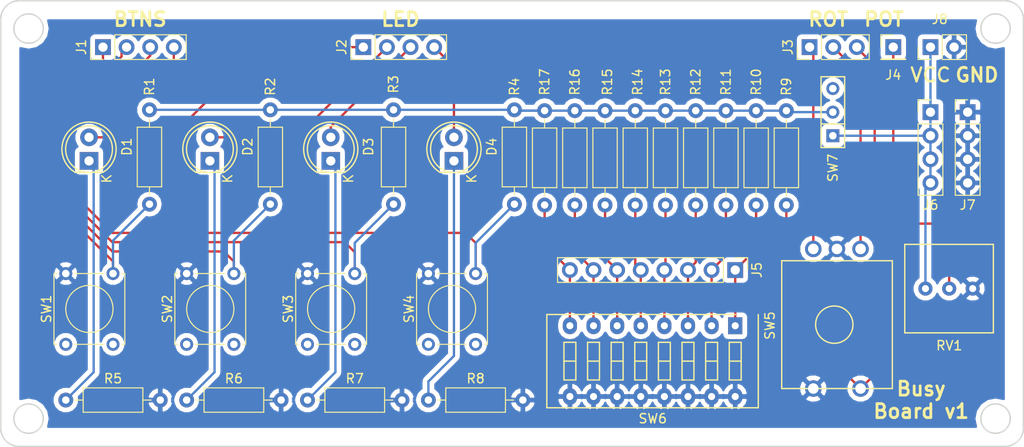
<source format=kicad_pcb>
(kicad_pcb (version 4) (host pcbnew 4.0.7)

  (general
    (links 79)
    (no_connects 0)
    (area 61.924999 62.157142 172.075001 112.075001)
    (thickness 1.6)
    (drawings 19)
    (tracks 133)
    (zones 0)
    (modules 37)
    (nets 37)
  )

  (page A4)
  (layers
    (0 F.Cu signal)
    (31 B.Cu signal)
    (32 B.Adhes user)
    (33 F.Adhes user)
    (34 B.Paste user)
    (35 F.Paste user)
    (36 B.SilkS user)
    (37 F.SilkS user)
    (38 B.Mask user)
    (39 F.Mask user)
    (40 Dwgs.User user)
    (41 Cmts.User user)
    (42 Eco1.User user)
    (43 Eco2.User user)
    (44 Edge.Cuts user)
    (45 Margin user)
    (46 B.CrtYd user)
    (47 F.CrtYd user)
    (48 B.Fab user)
    (49 F.Fab user hide)
  )

  (setup
    (last_trace_width 0.25)
    (trace_clearance 0.2)
    (zone_clearance 0.508)
    (zone_45_only no)
    (trace_min 0.2)
    (segment_width 0.2)
    (edge_width 0.15)
    (via_size 0.6)
    (via_drill 0.4)
    (via_min_size 0.4)
    (via_min_drill 0.3)
    (uvia_size 0.3)
    (uvia_drill 0.1)
    (uvias_allowed no)
    (uvia_min_size 0.2)
    (uvia_min_drill 0.1)
    (pcb_text_width 0.3)
    (pcb_text_size 1.5 1.5)
    (mod_edge_width 0.15)
    (mod_text_size 1 1)
    (mod_text_width 0.15)
    (pad_size 1.524 1.524)
    (pad_drill 0.762)
    (pad_to_mask_clearance 0.2)
    (aux_axis_origin 0 0)
    (grid_origin 94 40)
    (visible_elements FFFFFF7F)
    (pcbplotparams
      (layerselection 0x00030_80000001)
      (usegerberextensions false)
      (excludeedgelayer true)
      (linewidth 0.100000)
      (plotframeref false)
      (viasonmask false)
      (mode 1)
      (useauxorigin false)
      (hpglpennumber 1)
      (hpglpenspeed 20)
      (hpglpendiameter 15)
      (hpglpenoverlay 2)
      (psnegative false)
      (psa4output false)
      (plotreference true)
      (plotvalue true)
      (plotinvisibletext false)
      (padsonsilk false)
      (subtractmaskfromsilk false)
      (outputformat 1)
      (mirror false)
      (drillshape 1)
      (scaleselection 1)
      (outputdirectory ""))
  )

  (net 0 "")
  (net 1 "Net-(D1-Pad1)")
  (net 2 "Net-(D1-Pad2)")
  (net 3 "Net-(D2-Pad1)")
  (net 4 "Net-(D2-Pad2)")
  (net 5 "Net-(D3-Pad1)")
  (net 6 "Net-(D3-Pad2)")
  (net 7 "Net-(D4-Pad1)")
  (net 8 "Net-(D4-Pad2)")
  (net 9 "Net-(J1-Pad1)")
  (net 10 "Net-(J1-Pad2)")
  (net 11 "Net-(J1-Pad3)")
  (net 12 "Net-(J1-Pad4)")
  (net 13 "Net-(J3-Pad1)")
  (net 14 "Net-(J3-Pad2)")
  (net 15 "Net-(J3-Pad3)")
  (net 16 "Net-(J4-Pad1)")
  (net 17 "Net-(J5-Pad1)")
  (net 18 "Net-(J5-Pad2)")
  (net 19 "Net-(J5-Pad3)")
  (net 20 "Net-(J5-Pad4)")
  (net 21 "Net-(J5-Pad5)")
  (net 22 "Net-(J5-Pad6)")
  (net 23 "Net-(J5-Pad7)")
  (net 24 "Net-(J5-Pad8)")
  (net 25 VCC)
  (net 26 GND)
  (net 27 PULLUP)
  (net 28 "Net-(SW1-Pad1)")
  (net 29 "Net-(SW2-Pad1)")
  (net 30 "Net-(SW3-Pad1)")
  (net 31 "Net-(SW4-Pad1)")
  (net 32 "Net-(SW7-Pad3)")
  (net 33 "Net-(SW1-Pad2)")
  (net 34 "Net-(SW2-Pad2)")
  (net 35 "Net-(SW3-Pad2)")
  (net 36 "Net-(SW4-Pad2)")

  (net_class Default "This is the default net class."
    (clearance 0.2)
    (trace_width 0.25)
    (via_dia 0.6)
    (via_drill 0.4)
    (uvia_dia 0.3)
    (uvia_drill 0.1)
    (add_net GND)
    (add_net "Net-(D1-Pad1)")
    (add_net "Net-(D1-Pad2)")
    (add_net "Net-(D2-Pad1)")
    (add_net "Net-(D2-Pad2)")
    (add_net "Net-(D3-Pad1)")
    (add_net "Net-(D3-Pad2)")
    (add_net "Net-(D4-Pad1)")
    (add_net "Net-(D4-Pad2)")
    (add_net "Net-(J1-Pad1)")
    (add_net "Net-(J1-Pad2)")
    (add_net "Net-(J1-Pad3)")
    (add_net "Net-(J1-Pad4)")
    (add_net "Net-(J3-Pad1)")
    (add_net "Net-(J3-Pad2)")
    (add_net "Net-(J3-Pad3)")
    (add_net "Net-(J4-Pad1)")
    (add_net "Net-(J5-Pad1)")
    (add_net "Net-(J5-Pad2)")
    (add_net "Net-(J5-Pad3)")
    (add_net "Net-(J5-Pad4)")
    (add_net "Net-(J5-Pad5)")
    (add_net "Net-(J5-Pad6)")
    (add_net "Net-(J5-Pad7)")
    (add_net "Net-(J5-Pad8)")
    (add_net "Net-(SW1-Pad1)")
    (add_net "Net-(SW1-Pad2)")
    (add_net "Net-(SW2-Pad1)")
    (add_net "Net-(SW2-Pad2)")
    (add_net "Net-(SW3-Pad1)")
    (add_net "Net-(SW3-Pad2)")
    (add_net "Net-(SW4-Pad1)")
    (add_net "Net-(SW4-Pad2)")
    (add_net "Net-(SW7-Pad3)")
    (add_net PULLUP)
    (add_net VCC)
  )

  (module LEDs:LED-5MM (layer F.Cu) (tedit 5A7FC026) (tstamp 5A7F64F4)
    (at 71.5 81.25 90)
    (descr "LED 5mm round vertical")
    (tags "LED 5mm round vertical")
    (path /5A7F4A8C)
    (fp_text reference D1 (at 1.524 4.064 90) (layer F.SilkS)
      (effects (font (size 1 1) (thickness 0.15)))
    )
    (fp_text value LED (at 1.524 -3.937 90) (layer F.Fab) hide
      (effects (font (size 1 1) (thickness 0.15)))
    )
    (fp_line (start -1.5 -1.55) (end -1.5 1.55) (layer F.CrtYd) (width 0.05))
    (fp_arc (start 1.3 0) (end -1.5 1.55) (angle -302) (layer F.CrtYd) (width 0.05))
    (fp_arc (start 1.27 0) (end -1.23 -1.5) (angle 297.5) (layer F.SilkS) (width 0.15))
    (fp_line (start -1.23 1.5) (end -1.23 -1.5) (layer F.SilkS) (width 0.15))
    (fp_circle (center 1.27 0) (end 0.97 -2.5) (layer F.SilkS) (width 0.15))
    (fp_text user K (at -1.905 1.905 90) (layer F.SilkS)
      (effects (font (size 1 1) (thickness 0.15)))
    )
    (pad 1 thru_hole rect (at 0 0 180) (size 2 1.9) (drill 1.00076) (layers *.Cu *.Mask)
      (net 1 "Net-(D1-Pad1)"))
    (pad 2 thru_hole circle (at 2.54 0 90) (size 1.9 1.9) (drill 1.00076) (layers *.Cu *.Mask)
      (net 2 "Net-(D1-Pad2)"))
    (model LEDs.3dshapes/LED-5MM.wrl
      (at (xyz 0.05 0 0))
      (scale (xyz 1 1 1))
      (rotate (xyz 0 0 90))
    )
  )

  (module LEDs:LED-5MM (layer F.Cu) (tedit 5A7FC011) (tstamp 5A7F6500)
    (at 84.5 81.25 90)
    (descr "LED 5mm round vertical")
    (tags "LED 5mm round vertical")
    (path /5A7F4B0A)
    (fp_text reference D2 (at 1.524 4.064 90) (layer F.SilkS)
      (effects (font (size 1 1) (thickness 0.15)))
    )
    (fp_text value LED (at 1.524 -3.937 90) (layer F.Fab) hide
      (effects (font (size 1 1) (thickness 0.15)))
    )
    (fp_line (start -1.5 -1.55) (end -1.5 1.55) (layer F.CrtYd) (width 0.05))
    (fp_arc (start 1.3 0) (end -1.5 1.55) (angle -302) (layer F.CrtYd) (width 0.05))
    (fp_arc (start 1.27 0) (end -1.23 -1.5) (angle 297.5) (layer F.SilkS) (width 0.15))
    (fp_line (start -1.23 1.5) (end -1.23 -1.5) (layer F.SilkS) (width 0.15))
    (fp_circle (center 1.27 0) (end 0.97 -2.5) (layer F.SilkS) (width 0.15))
    (fp_text user K (at -1.905 1.905 90) (layer F.SilkS)
      (effects (font (size 1 1) (thickness 0.15)))
    )
    (pad 1 thru_hole rect (at 0 0 180) (size 2 1.9) (drill 1.00076) (layers *.Cu *.Mask)
      (net 3 "Net-(D2-Pad1)"))
    (pad 2 thru_hole circle (at 2.54 0 90) (size 1.9 1.9) (drill 1.00076) (layers *.Cu *.Mask)
      (net 4 "Net-(D2-Pad2)"))
    (model LEDs.3dshapes/LED-5MM.wrl
      (at (xyz 0.05 0 0))
      (scale (xyz 1 1 1))
      (rotate (xyz 0 0 90))
    )
  )

  (module LEDs:LED-5MM (layer F.Cu) (tedit 5A7FC01A) (tstamp 5A7F650C)
    (at 97.5 81.25 90)
    (descr "LED 5mm round vertical")
    (tags "LED 5mm round vertical")
    (path /5A7F4B63)
    (fp_text reference D3 (at 1.524 4.064 90) (layer F.SilkS)
      (effects (font (size 1 1) (thickness 0.15)))
    )
    (fp_text value LED (at 1.524 -3.937 90) (layer F.Fab) hide
      (effects (font (size 1 1) (thickness 0.15)))
    )
    (fp_line (start -1.5 -1.55) (end -1.5 1.55) (layer F.CrtYd) (width 0.05))
    (fp_arc (start 1.3 0) (end -1.5 1.55) (angle -302) (layer F.CrtYd) (width 0.05))
    (fp_arc (start 1.27 0) (end -1.23 -1.5) (angle 297.5) (layer F.SilkS) (width 0.15))
    (fp_line (start -1.23 1.5) (end -1.23 -1.5) (layer F.SilkS) (width 0.15))
    (fp_circle (center 1.27 0) (end 0.97 -2.5) (layer F.SilkS) (width 0.15))
    (fp_text user K (at -1.905 1.905 90) (layer F.SilkS)
      (effects (font (size 1 1) (thickness 0.15)))
    )
    (pad 1 thru_hole rect (at 0 0 180) (size 2 1.9) (drill 1.00076) (layers *.Cu *.Mask)
      (net 5 "Net-(D3-Pad1)"))
    (pad 2 thru_hole circle (at 2.54 0 90) (size 1.9 1.9) (drill 1.00076) (layers *.Cu *.Mask)
      (net 6 "Net-(D3-Pad2)"))
    (model LEDs.3dshapes/LED-5MM.wrl
      (at (xyz 0.05 0 0))
      (scale (xyz 1 1 1))
      (rotate (xyz 0 0 90))
    )
  )

  (module LEDs:LED-5MM (layer F.Cu) (tedit 5A7FC01F) (tstamp 5A7F6518)
    (at 110.75 81.25 90)
    (descr "LED 5mm round vertical")
    (tags "LED 5mm round vertical")
    (path /5A7F4C16)
    (fp_text reference D4 (at 1.524 4.064 90) (layer F.SilkS)
      (effects (font (size 1 1) (thickness 0.15)))
    )
    (fp_text value LED (at 1.524 -3.937 90) (layer F.Fab) hide
      (effects (font (size 1 1) (thickness 0.15)))
    )
    (fp_line (start -1.5 -1.55) (end -1.5 1.55) (layer F.CrtYd) (width 0.05))
    (fp_arc (start 1.3 0) (end -1.5 1.55) (angle -302) (layer F.CrtYd) (width 0.05))
    (fp_arc (start 1.27 0) (end -1.23 -1.5) (angle 297.5) (layer F.SilkS) (width 0.15))
    (fp_line (start -1.23 1.5) (end -1.23 -1.5) (layer F.SilkS) (width 0.15))
    (fp_circle (center 1.27 0) (end 0.97 -2.5) (layer F.SilkS) (width 0.15))
    (fp_text user K (at -1.905 1.905 90) (layer F.SilkS)
      (effects (font (size 1 1) (thickness 0.15)))
    )
    (pad 1 thru_hole rect (at 0 0 180) (size 2 1.9) (drill 1.00076) (layers *.Cu *.Mask)
      (net 7 "Net-(D4-Pad1)"))
    (pad 2 thru_hole circle (at 2.54 0 90) (size 1.9 1.9) (drill 1.00076) (layers *.Cu *.Mask)
      (net 8 "Net-(D4-Pad2)"))
    (model LEDs.3dshapes/LED-5MM.wrl
      (at (xyz 0.05 0 0))
      (scale (xyz 1 1 1))
      (rotate (xyz 0 0 90))
    )
  )

  (module Pin_Headers:Pin_Header_Straight_1x04_Pitch2.54mm (layer F.Cu) (tedit 5A7F6A83) (tstamp 5A7F6530)
    (at 73 69 90)
    (descr "Through hole straight pin header, 1x04, 2.54mm pitch, single row")
    (tags "Through hole pin header THT 1x04 2.54mm single row")
    (path /5A7F51A3)
    (fp_text reference J1 (at 0 -2.33 90) (layer F.SilkS)
      (effects (font (size 1 1) (thickness 0.15)))
    )
    (fp_text value Conn_01x04_Male (at 2.75 3 180) (layer F.Fab) hide
      (effects (font (size 1 1) (thickness 0.15)))
    )
    (fp_line (start -0.635 -1.27) (end 1.27 -1.27) (layer F.Fab) (width 0.1))
    (fp_line (start 1.27 -1.27) (end 1.27 8.89) (layer F.Fab) (width 0.1))
    (fp_line (start 1.27 8.89) (end -1.27 8.89) (layer F.Fab) (width 0.1))
    (fp_line (start -1.27 8.89) (end -1.27 -0.635) (layer F.Fab) (width 0.1))
    (fp_line (start -1.27 -0.635) (end -0.635 -1.27) (layer F.Fab) (width 0.1))
    (fp_line (start -1.33 8.95) (end 1.33 8.95) (layer F.SilkS) (width 0.12))
    (fp_line (start -1.33 1.27) (end -1.33 8.95) (layer F.SilkS) (width 0.12))
    (fp_line (start 1.33 1.27) (end 1.33 8.95) (layer F.SilkS) (width 0.12))
    (fp_line (start -1.33 1.27) (end 1.33 1.27) (layer F.SilkS) (width 0.12))
    (fp_line (start -1.33 0) (end -1.33 -1.33) (layer F.SilkS) (width 0.12))
    (fp_line (start -1.33 -1.33) (end 0 -1.33) (layer F.SilkS) (width 0.12))
    (fp_line (start -1.8 -1.8) (end -1.8 9.4) (layer F.CrtYd) (width 0.05))
    (fp_line (start -1.8 9.4) (end 1.8 9.4) (layer F.CrtYd) (width 0.05))
    (fp_line (start 1.8 9.4) (end 1.8 -1.8) (layer F.CrtYd) (width 0.05))
    (fp_line (start 1.8 -1.8) (end -1.8 -1.8) (layer F.CrtYd) (width 0.05))
    (fp_text user %R (at 0 3.81 180) (layer F.Fab)
      (effects (font (size 1 1) (thickness 0.15)))
    )
    (pad 1 thru_hole rect (at 0 0 90) (size 1.7 1.7) (drill 1) (layers *.Cu *.Mask)
      (net 9 "Net-(J1-Pad1)"))
    (pad 2 thru_hole oval (at 0 2.54 90) (size 1.7 1.7) (drill 1) (layers *.Cu *.Mask)
      (net 10 "Net-(J1-Pad2)"))
    (pad 3 thru_hole oval (at 0 5.08 90) (size 1.7 1.7) (drill 1) (layers *.Cu *.Mask)
      (net 11 "Net-(J1-Pad3)"))
    (pad 4 thru_hole oval (at 0 7.62 90) (size 1.7 1.7) (drill 1) (layers *.Cu *.Mask)
      (net 12 "Net-(J1-Pad4)"))
    (model ${KISYS3DMOD}/Pin_Headers.3dshapes/Pin_Header_Straight_1x04_Pitch2.54mm.wrl
      (at (xyz 0 0 0))
      (scale (xyz 1 1 1))
      (rotate (xyz 0 0 0))
    )
  )

  (module Pin_Headers:Pin_Header_Straight_1x04_Pitch2.54mm (layer F.Cu) (tedit 5A7F6A7D) (tstamp 5A7F6548)
    (at 101 69 90)
    (descr "Through hole straight pin header, 1x04, 2.54mm pitch, single row")
    (tags "Through hole pin header THT 1x04 2.54mm single row")
    (path /5A7F5216)
    (fp_text reference J2 (at 0 -2.33 90) (layer F.SilkS)
      (effects (font (size 1 1) (thickness 0.15)))
    )
    (fp_text value Conn_01x04_Male (at 2.75 3.5 180) (layer F.Fab) hide
      (effects (font (size 1 1) (thickness 0.15)))
    )
    (fp_line (start -0.635 -1.27) (end 1.27 -1.27) (layer F.Fab) (width 0.1))
    (fp_line (start 1.27 -1.27) (end 1.27 8.89) (layer F.Fab) (width 0.1))
    (fp_line (start 1.27 8.89) (end -1.27 8.89) (layer F.Fab) (width 0.1))
    (fp_line (start -1.27 8.89) (end -1.27 -0.635) (layer F.Fab) (width 0.1))
    (fp_line (start -1.27 -0.635) (end -0.635 -1.27) (layer F.Fab) (width 0.1))
    (fp_line (start -1.33 8.95) (end 1.33 8.95) (layer F.SilkS) (width 0.12))
    (fp_line (start -1.33 1.27) (end -1.33 8.95) (layer F.SilkS) (width 0.12))
    (fp_line (start 1.33 1.27) (end 1.33 8.95) (layer F.SilkS) (width 0.12))
    (fp_line (start -1.33 1.27) (end 1.33 1.27) (layer F.SilkS) (width 0.12))
    (fp_line (start -1.33 0) (end -1.33 -1.33) (layer F.SilkS) (width 0.12))
    (fp_line (start -1.33 -1.33) (end 0 -1.33) (layer F.SilkS) (width 0.12))
    (fp_line (start -1.8 -1.8) (end -1.8 9.4) (layer F.CrtYd) (width 0.05))
    (fp_line (start -1.8 9.4) (end 1.8 9.4) (layer F.CrtYd) (width 0.05))
    (fp_line (start 1.8 9.4) (end 1.8 -1.8) (layer F.CrtYd) (width 0.05))
    (fp_line (start 1.8 -1.8) (end -1.8 -1.8) (layer F.CrtYd) (width 0.05))
    (fp_text user %R (at 0 3.81 180) (layer F.Fab)
      (effects (font (size 1 1) (thickness 0.15)))
    )
    (pad 1 thru_hole rect (at 0 0 90) (size 1.7 1.7) (drill 1) (layers *.Cu *.Mask)
      (net 2 "Net-(D1-Pad2)"))
    (pad 2 thru_hole oval (at 0 2.54 90) (size 1.7 1.7) (drill 1) (layers *.Cu *.Mask)
      (net 4 "Net-(D2-Pad2)"))
    (pad 3 thru_hole oval (at 0 5.08 90) (size 1.7 1.7) (drill 1) (layers *.Cu *.Mask)
      (net 6 "Net-(D3-Pad2)"))
    (pad 4 thru_hole oval (at 0 7.62 90) (size 1.7 1.7) (drill 1) (layers *.Cu *.Mask)
      (net 8 "Net-(D4-Pad2)"))
    (model ${KISYS3DMOD}/Pin_Headers.3dshapes/Pin_Header_Straight_1x04_Pitch2.54mm.wrl
      (at (xyz 0 0 0))
      (scale (xyz 1 1 1))
      (rotate (xyz 0 0 0))
    )
  )

  (module Pin_Headers:Pin_Header_Straight_1x03_Pitch2.54mm (layer F.Cu) (tedit 5A7F6A88) (tstamp 5A7F655F)
    (at 149 69 90)
    (descr "Through hole straight pin header, 1x03, 2.54mm pitch, single row")
    (tags "Through hole pin header THT 1x03 2.54mm single row")
    (path /5A7F5375)
    (fp_text reference J3 (at 0 -2.33 90) (layer F.SilkS)
      (effects (font (size 1 1) (thickness 0.15)))
    )
    (fp_text value Conn_01x03_Male (at 2.75 2.5 180) (layer F.Fab) hide
      (effects (font (size 1 1) (thickness 0.15)))
    )
    (fp_line (start -0.635 -1.27) (end 1.27 -1.27) (layer F.Fab) (width 0.1))
    (fp_line (start 1.27 -1.27) (end 1.27 6.35) (layer F.Fab) (width 0.1))
    (fp_line (start 1.27 6.35) (end -1.27 6.35) (layer F.Fab) (width 0.1))
    (fp_line (start -1.27 6.35) (end -1.27 -0.635) (layer F.Fab) (width 0.1))
    (fp_line (start -1.27 -0.635) (end -0.635 -1.27) (layer F.Fab) (width 0.1))
    (fp_line (start -1.33 6.41) (end 1.33 6.41) (layer F.SilkS) (width 0.12))
    (fp_line (start -1.33 1.27) (end -1.33 6.41) (layer F.SilkS) (width 0.12))
    (fp_line (start 1.33 1.27) (end 1.33 6.41) (layer F.SilkS) (width 0.12))
    (fp_line (start -1.33 1.27) (end 1.33 1.27) (layer F.SilkS) (width 0.12))
    (fp_line (start -1.33 0) (end -1.33 -1.33) (layer F.SilkS) (width 0.12))
    (fp_line (start -1.33 -1.33) (end 0 -1.33) (layer F.SilkS) (width 0.12))
    (fp_line (start -1.8 -1.8) (end -1.8 6.85) (layer F.CrtYd) (width 0.05))
    (fp_line (start -1.8 6.85) (end 1.8 6.85) (layer F.CrtYd) (width 0.05))
    (fp_line (start 1.8 6.85) (end 1.8 -1.8) (layer F.CrtYd) (width 0.05))
    (fp_line (start 1.8 -1.8) (end -1.8 -1.8) (layer F.CrtYd) (width 0.05))
    (fp_text user %R (at 0 2.54 180) (layer F.Fab)
      (effects (font (size 1 1) (thickness 0.15)))
    )
    (pad 1 thru_hole rect (at 0 0 90) (size 1.7 1.7) (drill 1) (layers *.Cu *.Mask)
      (net 13 "Net-(J3-Pad1)"))
    (pad 2 thru_hole oval (at 0 2.54 90) (size 1.7 1.7) (drill 1) (layers *.Cu *.Mask)
      (net 14 "Net-(J3-Pad2)"))
    (pad 3 thru_hole oval (at 0 5.08 90) (size 1.7 1.7) (drill 1) (layers *.Cu *.Mask)
      (net 15 "Net-(J3-Pad3)"))
    (model ${KISYS3DMOD}/Pin_Headers.3dshapes/Pin_Header_Straight_1x03_Pitch2.54mm.wrl
      (at (xyz 0 0 0))
      (scale (xyz 1 1 1))
      (rotate (xyz 0 0 0))
    )
  )

  (module Pin_Headers:Pin_Header_Straight_1x01_Pitch2.54mm (layer F.Cu) (tedit 5A7FBFF4) (tstamp 5A7F6574)
    (at 158 69)
    (descr "Through hole straight pin header, 1x01, 2.54mm pitch, single row")
    (tags "Through hole pin header THT 1x01 2.54mm single row")
    (path /5A7F53F0)
    (fp_text reference J4 (at 0 3) (layer F.SilkS)
      (effects (font (size 1 1) (thickness 0.15)))
    )
    (fp_text value Conn_01x01_Male (at -0.4 -2.8) (layer F.Fab) hide
      (effects (font (size 1 1) (thickness 0.15)))
    )
    (fp_line (start -0.635 -1.27) (end 1.27 -1.27) (layer F.Fab) (width 0.1))
    (fp_line (start 1.27 -1.27) (end 1.27 1.27) (layer F.Fab) (width 0.1))
    (fp_line (start 1.27 1.27) (end -1.27 1.27) (layer F.Fab) (width 0.1))
    (fp_line (start -1.27 1.27) (end -1.27 -0.635) (layer F.Fab) (width 0.1))
    (fp_line (start -1.27 -0.635) (end -0.635 -1.27) (layer F.Fab) (width 0.1))
    (fp_line (start -1.33 1.33) (end 1.33 1.33) (layer F.SilkS) (width 0.12))
    (fp_line (start -1.33 1.27) (end -1.33 1.33) (layer F.SilkS) (width 0.12))
    (fp_line (start 1.33 1.27) (end 1.33 1.33) (layer F.SilkS) (width 0.12))
    (fp_line (start -1.33 1.27) (end 1.33 1.27) (layer F.SilkS) (width 0.12))
    (fp_line (start -1.33 0) (end -1.33 -1.33) (layer F.SilkS) (width 0.12))
    (fp_line (start -1.33 -1.33) (end 0 -1.33) (layer F.SilkS) (width 0.12))
    (fp_line (start -1.8 -1.8) (end -1.8 1.8) (layer F.CrtYd) (width 0.05))
    (fp_line (start -1.8 1.8) (end 1.8 1.8) (layer F.CrtYd) (width 0.05))
    (fp_line (start 1.8 1.8) (end 1.8 -1.8) (layer F.CrtYd) (width 0.05))
    (fp_line (start 1.8 -1.8) (end -1.8 -1.8) (layer F.CrtYd) (width 0.05))
    (fp_text user %R (at 0 0 90) (layer F.Fab)
      (effects (font (size 1 1) (thickness 0.15)))
    )
    (pad 1 thru_hole rect (at 0 0) (size 1.7 1.7) (drill 1) (layers *.Cu *.Mask)
      (net 16 "Net-(J4-Pad1)"))
    (model ${KISYS3DMOD}/Pin_Headers.3dshapes/Pin_Header_Straight_1x01_Pitch2.54mm.wrl
      (at (xyz 0 0 0))
      (scale (xyz 1 1 1))
      (rotate (xyz 0 0 0))
    )
  )

  (module Pin_Headers:Pin_Header_Straight_1x08_Pitch2.54mm (layer F.Cu) (tedit 5A7F6AA0) (tstamp 5A7F6590)
    (at 141 93 270)
    (descr "Through hole straight pin header, 1x08, 2.54mm pitch, single row")
    (tags "Through hole pin header THT 1x08 2.54mm single row")
    (path /5A7F530D)
    (fp_text reference J5 (at 0 -2.33 270) (layer F.SilkS)
      (effects (font (size 1 1) (thickness 0.15)))
    )
    (fp_text value Conn_01x08_Male (at 0 20.11 270) (layer F.Fab) hide
      (effects (font (size 1 1) (thickness 0.15)))
    )
    (fp_line (start -0.635 -1.27) (end 1.27 -1.27) (layer F.Fab) (width 0.1))
    (fp_line (start 1.27 -1.27) (end 1.27 19.05) (layer F.Fab) (width 0.1))
    (fp_line (start 1.27 19.05) (end -1.27 19.05) (layer F.Fab) (width 0.1))
    (fp_line (start -1.27 19.05) (end -1.27 -0.635) (layer F.Fab) (width 0.1))
    (fp_line (start -1.27 -0.635) (end -0.635 -1.27) (layer F.Fab) (width 0.1))
    (fp_line (start -1.33 19.11) (end 1.33 19.11) (layer F.SilkS) (width 0.12))
    (fp_line (start -1.33 1.27) (end -1.33 19.11) (layer F.SilkS) (width 0.12))
    (fp_line (start 1.33 1.27) (end 1.33 19.11) (layer F.SilkS) (width 0.12))
    (fp_line (start -1.33 1.27) (end 1.33 1.27) (layer F.SilkS) (width 0.12))
    (fp_line (start -1.33 0) (end -1.33 -1.33) (layer F.SilkS) (width 0.12))
    (fp_line (start -1.33 -1.33) (end 0 -1.33) (layer F.SilkS) (width 0.12))
    (fp_line (start -1.8 -1.8) (end -1.8 19.55) (layer F.CrtYd) (width 0.05))
    (fp_line (start -1.8 19.55) (end 1.8 19.55) (layer F.CrtYd) (width 0.05))
    (fp_line (start 1.8 19.55) (end 1.8 -1.8) (layer F.CrtYd) (width 0.05))
    (fp_line (start 1.8 -1.8) (end -1.8 -1.8) (layer F.CrtYd) (width 0.05))
    (fp_text user %R (at 0 8.89 360) (layer F.Fab)
      (effects (font (size 1 1) (thickness 0.15)))
    )
    (pad 1 thru_hole rect (at 0 0 270) (size 1.7 1.7) (drill 1) (layers *.Cu *.Mask)
      (net 17 "Net-(J5-Pad1)"))
    (pad 2 thru_hole oval (at 0 2.54 270) (size 1.7 1.7) (drill 1) (layers *.Cu *.Mask)
      (net 18 "Net-(J5-Pad2)"))
    (pad 3 thru_hole oval (at 0 5.08 270) (size 1.7 1.7) (drill 1) (layers *.Cu *.Mask)
      (net 19 "Net-(J5-Pad3)"))
    (pad 4 thru_hole oval (at 0 7.62 270) (size 1.7 1.7) (drill 1) (layers *.Cu *.Mask)
      (net 20 "Net-(J5-Pad4)"))
    (pad 5 thru_hole oval (at 0 10.16 270) (size 1.7 1.7) (drill 1) (layers *.Cu *.Mask)
      (net 21 "Net-(J5-Pad5)"))
    (pad 6 thru_hole oval (at 0 12.7 270) (size 1.7 1.7) (drill 1) (layers *.Cu *.Mask)
      (net 22 "Net-(J5-Pad6)"))
    (pad 7 thru_hole oval (at 0 15.24 270) (size 1.7 1.7) (drill 1) (layers *.Cu *.Mask)
      (net 23 "Net-(J5-Pad7)"))
    (pad 8 thru_hole oval (at 0 17.78 270) (size 1.7 1.7) (drill 1) (layers *.Cu *.Mask)
      (net 24 "Net-(J5-Pad8)"))
    (model ${KISYS3DMOD}/Pin_Headers.3dshapes/Pin_Header_Straight_1x08_Pitch2.54mm.wrl
      (at (xyz 0 0 0))
      (scale (xyz 1 1 1))
      (rotate (xyz 0 0 0))
    )
  )

  (module Pin_Headers:Pin_Header_Straight_1x04_Pitch2.54mm (layer F.Cu) (tedit 5A7FC593) (tstamp 5A7F65A8)
    (at 162 76)
    (descr "Through hole straight pin header, 1x04, 2.54mm pitch, single row")
    (tags "Through hole pin header THT 1x04 2.54mm single row")
    (path /5A7F5FF7)
    (fp_text reference J6 (at 0 10) (layer F.SilkS)
      (effects (font (size 1 1) (thickness 0.15)))
    )
    (fp_text value Conn_01x04_Male (at -3 4 90) (layer F.Fab) hide
      (effects (font (size 1 1) (thickness 0.15)))
    )
    (fp_line (start -0.635 -1.27) (end 1.27 -1.27) (layer F.Fab) (width 0.1))
    (fp_line (start 1.27 -1.27) (end 1.27 8.89) (layer F.Fab) (width 0.1))
    (fp_line (start 1.27 8.89) (end -1.27 8.89) (layer F.Fab) (width 0.1))
    (fp_line (start -1.27 8.89) (end -1.27 -0.635) (layer F.Fab) (width 0.1))
    (fp_line (start -1.27 -0.635) (end -0.635 -1.27) (layer F.Fab) (width 0.1))
    (fp_line (start -1.33 8.95) (end 1.33 8.95) (layer F.SilkS) (width 0.12))
    (fp_line (start -1.33 1.27) (end -1.33 8.95) (layer F.SilkS) (width 0.12))
    (fp_line (start 1.33 1.27) (end 1.33 8.95) (layer F.SilkS) (width 0.12))
    (fp_line (start -1.33 1.27) (end 1.33 1.27) (layer F.SilkS) (width 0.12))
    (fp_line (start -1.33 0) (end -1.33 -1.33) (layer F.SilkS) (width 0.12))
    (fp_line (start -1.33 -1.33) (end 0 -1.33) (layer F.SilkS) (width 0.12))
    (fp_line (start -1.8 -1.8) (end -1.8 9.4) (layer F.CrtYd) (width 0.05))
    (fp_line (start -1.8 9.4) (end 1.8 9.4) (layer F.CrtYd) (width 0.05))
    (fp_line (start 1.8 9.4) (end 1.8 -1.8) (layer F.CrtYd) (width 0.05))
    (fp_line (start 1.8 -1.8) (end -1.8 -1.8) (layer F.CrtYd) (width 0.05))
    (fp_text user %R (at 0 3.81 90) (layer F.Fab)
      (effects (font (size 1 1) (thickness 0.15)))
    )
    (pad 1 thru_hole rect (at 0 0) (size 1.7 1.7) (drill 1) (layers *.Cu *.Mask)
      (net 25 VCC))
    (pad 2 thru_hole oval (at 0 2.54) (size 1.7 1.7) (drill 1) (layers *.Cu *.Mask)
      (net 25 VCC))
    (pad 3 thru_hole oval (at 0 5.08) (size 1.7 1.7) (drill 1) (layers *.Cu *.Mask)
      (net 25 VCC))
    (pad 4 thru_hole oval (at 0 7.62) (size 1.7 1.7) (drill 1) (layers *.Cu *.Mask)
      (net 25 VCC))
    (model ${KISYS3DMOD}/Pin_Headers.3dshapes/Pin_Header_Straight_1x04_Pitch2.54mm.wrl
      (at (xyz 0 0 0))
      (scale (xyz 1 1 1))
      (rotate (xyz 0 0 0))
    )
  )

  (module Pin_Headers:Pin_Header_Straight_1x04_Pitch2.54mm (layer F.Cu) (tedit 5A7FC595) (tstamp 5A7F65C0)
    (at 166 76)
    (descr "Through hole straight pin header, 1x04, 2.54mm pitch, single row")
    (tags "Through hole pin header THT 1x04 2.54mm single row")
    (path /5A7F5D49)
    (fp_text reference J7 (at 0 10) (layer F.SilkS)
      (effects (font (size 1 1) (thickness 0.15)))
    )
    (fp_text value Conn_01x04_Male (at 3 4 90) (layer F.Fab) hide
      (effects (font (size 1 1) (thickness 0.15)))
    )
    (fp_line (start -0.635 -1.27) (end 1.27 -1.27) (layer F.Fab) (width 0.1))
    (fp_line (start 1.27 -1.27) (end 1.27 8.89) (layer F.Fab) (width 0.1))
    (fp_line (start 1.27 8.89) (end -1.27 8.89) (layer F.Fab) (width 0.1))
    (fp_line (start -1.27 8.89) (end -1.27 -0.635) (layer F.Fab) (width 0.1))
    (fp_line (start -1.27 -0.635) (end -0.635 -1.27) (layer F.Fab) (width 0.1))
    (fp_line (start -1.33 8.95) (end 1.33 8.95) (layer F.SilkS) (width 0.12))
    (fp_line (start -1.33 1.27) (end -1.33 8.95) (layer F.SilkS) (width 0.12))
    (fp_line (start 1.33 1.27) (end 1.33 8.95) (layer F.SilkS) (width 0.12))
    (fp_line (start -1.33 1.27) (end 1.33 1.27) (layer F.SilkS) (width 0.12))
    (fp_line (start -1.33 0) (end -1.33 -1.33) (layer F.SilkS) (width 0.12))
    (fp_line (start -1.33 -1.33) (end 0 -1.33) (layer F.SilkS) (width 0.12))
    (fp_line (start -1.8 -1.8) (end -1.8 9.4) (layer F.CrtYd) (width 0.05))
    (fp_line (start -1.8 9.4) (end 1.8 9.4) (layer F.CrtYd) (width 0.05))
    (fp_line (start 1.8 9.4) (end 1.8 -1.8) (layer F.CrtYd) (width 0.05))
    (fp_line (start 1.8 -1.8) (end -1.8 -1.8) (layer F.CrtYd) (width 0.05))
    (fp_text user %R (at 0 3.81 90) (layer F.Fab)
      (effects (font (size 1 1) (thickness 0.15)))
    )
    (pad 1 thru_hole rect (at 0 0) (size 1.7 1.7) (drill 1) (layers *.Cu *.Mask)
      (net 26 GND))
    (pad 2 thru_hole oval (at 0 2.54) (size 1.7 1.7) (drill 1) (layers *.Cu *.Mask)
      (net 26 GND))
    (pad 3 thru_hole oval (at 0 5.08) (size 1.7 1.7) (drill 1) (layers *.Cu *.Mask)
      (net 26 GND))
    (pad 4 thru_hole oval (at 0 7.62) (size 1.7 1.7) (drill 1) (layers *.Cu *.Mask)
      (net 26 GND))
    (model ${KISYS3DMOD}/Pin_Headers.3dshapes/Pin_Header_Straight_1x04_Pitch2.54mm.wrl
      (at (xyz 0 0 0))
      (scale (xyz 1 1 1))
      (rotate (xyz 0 0 0))
    )
  )

  (module Resistors_THT:R_Axial_DIN0207_L6.3mm_D2.5mm_P10.16mm_Horizontal (layer F.Cu) (tedit 5A7F683F) (tstamp 5A7F65D6)
    (at 78 75.75 270)
    (descr "Resistor, Axial_DIN0207 series, Axial, Horizontal, pin pitch=10.16mm, 0.25W = 1/4W, length*diameter=6.3*2.5mm^2, http://cdn-reichelt.de/documents/datenblatt/B400/1_4W%23YAG.pdf")
    (tags "Resistor Axial_DIN0207 series Axial Horizontal pin pitch 10.16mm 0.25W = 1/4W length 6.3mm diameter 2.5mm")
    (path /5A7F5472)
    (fp_text reference R1 (at -2.5 0 270) (layer F.SilkS)
      (effects (font (size 1 1) (thickness 0.15)))
    )
    (fp_text value R (at 5 0 270) (layer F.Fab)
      (effects (font (size 1 1) (thickness 0.15)))
    )
    (fp_line (start 1.93 -1.25) (end 1.93 1.25) (layer F.Fab) (width 0.1))
    (fp_line (start 1.93 1.25) (end 8.23 1.25) (layer F.Fab) (width 0.1))
    (fp_line (start 8.23 1.25) (end 8.23 -1.25) (layer F.Fab) (width 0.1))
    (fp_line (start 8.23 -1.25) (end 1.93 -1.25) (layer F.Fab) (width 0.1))
    (fp_line (start 0 0) (end 1.93 0) (layer F.Fab) (width 0.1))
    (fp_line (start 10.16 0) (end 8.23 0) (layer F.Fab) (width 0.1))
    (fp_line (start 1.87 -1.31) (end 1.87 1.31) (layer F.SilkS) (width 0.12))
    (fp_line (start 1.87 1.31) (end 8.29 1.31) (layer F.SilkS) (width 0.12))
    (fp_line (start 8.29 1.31) (end 8.29 -1.31) (layer F.SilkS) (width 0.12))
    (fp_line (start 8.29 -1.31) (end 1.87 -1.31) (layer F.SilkS) (width 0.12))
    (fp_line (start 0.98 0) (end 1.87 0) (layer F.SilkS) (width 0.12))
    (fp_line (start 9.18 0) (end 8.29 0) (layer F.SilkS) (width 0.12))
    (fp_line (start -1.05 -1.6) (end -1.05 1.6) (layer F.CrtYd) (width 0.05))
    (fp_line (start -1.05 1.6) (end 11.25 1.6) (layer F.CrtYd) (width 0.05))
    (fp_line (start 11.25 1.6) (end 11.25 -1.6) (layer F.CrtYd) (width 0.05))
    (fp_line (start 11.25 -1.6) (end -1.05 -1.6) (layer F.CrtYd) (width 0.05))
    (pad 1 thru_hole circle (at 0 0 270) (size 1.6 1.6) (drill 0.8) (layers *.Cu *.Mask)
      (net 27 PULLUP))
    (pad 2 thru_hole oval (at 10.16 0 270) (size 1.6 1.6) (drill 0.8) (layers *.Cu *.Mask)
      (net 9 "Net-(J1-Pad1)"))
    (model ${KISYS3DMOD}/Resistors_THT.3dshapes/R_Axial_DIN0207_L6.3mm_D2.5mm_P10.16mm_Horizontal.wrl
      (at (xyz 0 0 0))
      (scale (xyz 0.393701 0.393701 0.393701))
      (rotate (xyz 0 0 0))
    )
  )

  (module Resistors_THT:R_Axial_DIN0207_L6.3mm_D2.5mm_P10.16mm_Horizontal (layer F.Cu) (tedit 5A7F6835) (tstamp 5A7F65EC)
    (at 91 75.75 270)
    (descr "Resistor, Axial_DIN0207 series, Axial, Horizontal, pin pitch=10.16mm, 0.25W = 1/4W, length*diameter=6.3*2.5mm^2, http://cdn-reichelt.de/documents/datenblatt/B400/1_4W%23YAG.pdf")
    (tags "Resistor Axial_DIN0207 series Axial Horizontal pin pitch 10.16mm 0.25W = 1/4W length 6.3mm diameter 2.5mm")
    (path /5A7F54EF)
    (fp_text reference R2 (at -2.5 0 270) (layer F.SilkS)
      (effects (font (size 1 1) (thickness 0.15)))
    )
    (fp_text value R (at 5 0 270) (layer F.Fab)
      (effects (font (size 1 1) (thickness 0.15)))
    )
    (fp_line (start 1.93 -1.25) (end 1.93 1.25) (layer F.Fab) (width 0.1))
    (fp_line (start 1.93 1.25) (end 8.23 1.25) (layer F.Fab) (width 0.1))
    (fp_line (start 8.23 1.25) (end 8.23 -1.25) (layer F.Fab) (width 0.1))
    (fp_line (start 8.23 -1.25) (end 1.93 -1.25) (layer F.Fab) (width 0.1))
    (fp_line (start 0 0) (end 1.93 0) (layer F.Fab) (width 0.1))
    (fp_line (start 10.16 0) (end 8.23 0) (layer F.Fab) (width 0.1))
    (fp_line (start 1.87 -1.31) (end 1.87 1.31) (layer F.SilkS) (width 0.12))
    (fp_line (start 1.87 1.31) (end 8.29 1.31) (layer F.SilkS) (width 0.12))
    (fp_line (start 8.29 1.31) (end 8.29 -1.31) (layer F.SilkS) (width 0.12))
    (fp_line (start 8.29 -1.31) (end 1.87 -1.31) (layer F.SilkS) (width 0.12))
    (fp_line (start 0.98 0) (end 1.87 0) (layer F.SilkS) (width 0.12))
    (fp_line (start 9.18 0) (end 8.29 0) (layer F.SilkS) (width 0.12))
    (fp_line (start -1.05 -1.6) (end -1.05 1.6) (layer F.CrtYd) (width 0.05))
    (fp_line (start -1.05 1.6) (end 11.25 1.6) (layer F.CrtYd) (width 0.05))
    (fp_line (start 11.25 1.6) (end 11.25 -1.6) (layer F.CrtYd) (width 0.05))
    (fp_line (start 11.25 -1.6) (end -1.05 -1.6) (layer F.CrtYd) (width 0.05))
    (pad 1 thru_hole circle (at 0 0 270) (size 1.6 1.6) (drill 0.8) (layers *.Cu *.Mask)
      (net 27 PULLUP))
    (pad 2 thru_hole oval (at 10.16 0 270) (size 1.6 1.6) (drill 0.8) (layers *.Cu *.Mask)
      (net 10 "Net-(J1-Pad2)"))
    (model ${KISYS3DMOD}/Resistors_THT.3dshapes/R_Axial_DIN0207_L6.3mm_D2.5mm_P10.16mm_Horizontal.wrl
      (at (xyz 0 0 0))
      (scale (xyz 0.393701 0.393701 0.393701))
      (rotate (xyz 0 0 0))
    )
  )

  (module Resistors_THT:R_Axial_DIN0207_L6.3mm_D2.5mm_P10.16mm_Horizontal (layer F.Cu) (tedit 5A7F681C) (tstamp 5A7F6602)
    (at 104.25 75.75 270)
    (descr "Resistor, Axial_DIN0207 series, Axial, Horizontal, pin pitch=10.16mm, 0.25W = 1/4W, length*diameter=6.3*2.5mm^2, http://cdn-reichelt.de/documents/datenblatt/B400/1_4W%23YAG.pdf")
    (tags "Resistor Axial_DIN0207 series Axial Horizontal pin pitch 10.16mm 0.25W = 1/4W length 6.3mm diameter 2.5mm")
    (path /5A7F5557)
    (fp_text reference R3 (at -2.75 0 270) (layer F.SilkS)
      (effects (font (size 1 1) (thickness 0.15)))
    )
    (fp_text value R (at 4.75 0 270) (layer F.Fab)
      (effects (font (size 1 1) (thickness 0.15)))
    )
    (fp_line (start 1.93 -1.25) (end 1.93 1.25) (layer F.Fab) (width 0.1))
    (fp_line (start 1.93 1.25) (end 8.23 1.25) (layer F.Fab) (width 0.1))
    (fp_line (start 8.23 1.25) (end 8.23 -1.25) (layer F.Fab) (width 0.1))
    (fp_line (start 8.23 -1.25) (end 1.93 -1.25) (layer F.Fab) (width 0.1))
    (fp_line (start 0 0) (end 1.93 0) (layer F.Fab) (width 0.1))
    (fp_line (start 10.16 0) (end 8.23 0) (layer F.Fab) (width 0.1))
    (fp_line (start 1.87 -1.31) (end 1.87 1.31) (layer F.SilkS) (width 0.12))
    (fp_line (start 1.87 1.31) (end 8.29 1.31) (layer F.SilkS) (width 0.12))
    (fp_line (start 8.29 1.31) (end 8.29 -1.31) (layer F.SilkS) (width 0.12))
    (fp_line (start 8.29 -1.31) (end 1.87 -1.31) (layer F.SilkS) (width 0.12))
    (fp_line (start 0.98 0) (end 1.87 0) (layer F.SilkS) (width 0.12))
    (fp_line (start 9.18 0) (end 8.29 0) (layer F.SilkS) (width 0.12))
    (fp_line (start -1.05 -1.6) (end -1.05 1.6) (layer F.CrtYd) (width 0.05))
    (fp_line (start -1.05 1.6) (end 11.25 1.6) (layer F.CrtYd) (width 0.05))
    (fp_line (start 11.25 1.6) (end 11.25 -1.6) (layer F.CrtYd) (width 0.05))
    (fp_line (start 11.25 -1.6) (end -1.05 -1.6) (layer F.CrtYd) (width 0.05))
    (pad 1 thru_hole circle (at 0 0 270) (size 1.6 1.6) (drill 0.8) (layers *.Cu *.Mask)
      (net 27 PULLUP))
    (pad 2 thru_hole oval (at 10.16 0 270) (size 1.6 1.6) (drill 0.8) (layers *.Cu *.Mask)
      (net 11 "Net-(J1-Pad3)"))
    (model ${KISYS3DMOD}/Resistors_THT.3dshapes/R_Axial_DIN0207_L6.3mm_D2.5mm_P10.16mm_Horizontal.wrl
      (at (xyz 0 0 0))
      (scale (xyz 0.393701 0.393701 0.393701))
      (rotate (xyz 0 0 0))
    )
  )

  (module Resistors_THT:R_Axial_DIN0207_L6.3mm_D2.5mm_P10.16mm_Horizontal (layer F.Cu) (tedit 5A7FC052) (tstamp 5A7F6618)
    (at 117.25 75.75 270)
    (descr "Resistor, Axial_DIN0207 series, Axial, Horizontal, pin pitch=10.16mm, 0.25W = 1/4W, length*diameter=6.3*2.5mm^2, http://cdn-reichelt.de/documents/datenblatt/B400/1_4W%23YAG.pdf")
    (tags "Resistor Axial_DIN0207 series Axial Horizontal pin pitch 10.16mm 0.25W = 1/4W length 6.3mm diameter 2.5mm")
    (path /5A7F55C4)
    (fp_text reference R4 (at -2.5 0 270) (layer F.SilkS)
      (effects (font (size 1 1) (thickness 0.15)))
    )
    (fp_text value R (at 5.25 0 270) (layer F.Fab)
      (effects (font (size 1 1) (thickness 0.15)))
    )
    (fp_line (start 1.93 -1.25) (end 1.93 1.25) (layer F.Fab) (width 0.1))
    (fp_line (start 1.93 1.25) (end 8.23 1.25) (layer F.Fab) (width 0.1))
    (fp_line (start 8.23 1.25) (end 8.23 -1.25) (layer F.Fab) (width 0.1))
    (fp_line (start 8.23 -1.25) (end 1.93 -1.25) (layer F.Fab) (width 0.1))
    (fp_line (start 0 0) (end 1.93 0) (layer F.Fab) (width 0.1))
    (fp_line (start 10.16 0) (end 8.23 0) (layer F.Fab) (width 0.1))
    (fp_line (start 1.87 -1.31) (end 1.87 1.31) (layer F.SilkS) (width 0.12))
    (fp_line (start 1.87 1.31) (end 8.29 1.31) (layer F.SilkS) (width 0.12))
    (fp_line (start 8.29 1.31) (end 8.29 -1.31) (layer F.SilkS) (width 0.12))
    (fp_line (start 8.29 -1.31) (end 1.87 -1.31) (layer F.SilkS) (width 0.12))
    (fp_line (start 0.98 0) (end 1.87 0) (layer F.SilkS) (width 0.12))
    (fp_line (start 9.18 0) (end 8.29 0) (layer F.SilkS) (width 0.12))
    (fp_line (start -1.05 -1.6) (end -1.05 1.6) (layer F.CrtYd) (width 0.05))
    (fp_line (start -1.05 1.6) (end 11.25 1.6) (layer F.CrtYd) (width 0.05))
    (fp_line (start 11.25 1.6) (end 11.25 -1.6) (layer F.CrtYd) (width 0.05))
    (fp_line (start 11.25 -1.6) (end -1.05 -1.6) (layer F.CrtYd) (width 0.05))
    (pad 1 thru_hole circle (at 0 0 270) (size 1.6 1.6) (drill 0.8) (layers *.Cu *.Mask)
      (net 27 PULLUP))
    (pad 2 thru_hole oval (at 10.16 0 270) (size 1.6 1.6) (drill 0.8) (layers *.Cu *.Mask)
      (net 12 "Net-(J1-Pad4)"))
    (model ${KISYS3DMOD}/Resistors_THT.3dshapes/R_Axial_DIN0207_L6.3mm_D2.5mm_P10.16mm_Horizontal.wrl
      (at (xyz 0 0 0))
      (scale (xyz 0.393701 0.393701 0.393701))
      (rotate (xyz 0 0 0))
    )
  )

  (module Resistors_THT:R_Axial_DIN0207_L6.3mm_D2.5mm_P10.16mm_Horizontal (layer F.Cu) (tedit 5A7FC080) (tstamp 5A7F662E)
    (at 69 107)
    (descr "Resistor, Axial_DIN0207 series, Axial, Horizontal, pin pitch=10.16mm, 0.25W = 1/4W, length*diameter=6.3*2.5mm^2, http://cdn-reichelt.de/documents/datenblatt/B400/1_4W%23YAG.pdf")
    (tags "Resistor Axial_DIN0207 series Axial Horizontal pin pitch 10.16mm 0.25W = 1/4W length 6.3mm diameter 2.5mm")
    (path /5A7F563A)
    (fp_text reference R5 (at 5.08 -2.31) (layer F.SilkS)
      (effects (font (size 1 1) (thickness 0.15)))
    )
    (fp_text value R (at 5 0) (layer F.Fab)
      (effects (font (size 1 1) (thickness 0.15)))
    )
    (fp_line (start 1.93 -1.25) (end 1.93 1.25) (layer F.Fab) (width 0.1))
    (fp_line (start 1.93 1.25) (end 8.23 1.25) (layer F.Fab) (width 0.1))
    (fp_line (start 8.23 1.25) (end 8.23 -1.25) (layer F.Fab) (width 0.1))
    (fp_line (start 8.23 -1.25) (end 1.93 -1.25) (layer F.Fab) (width 0.1))
    (fp_line (start 0 0) (end 1.93 0) (layer F.Fab) (width 0.1))
    (fp_line (start 10.16 0) (end 8.23 0) (layer F.Fab) (width 0.1))
    (fp_line (start 1.87 -1.31) (end 1.87 1.31) (layer F.SilkS) (width 0.12))
    (fp_line (start 1.87 1.31) (end 8.29 1.31) (layer F.SilkS) (width 0.12))
    (fp_line (start 8.29 1.31) (end 8.29 -1.31) (layer F.SilkS) (width 0.12))
    (fp_line (start 8.29 -1.31) (end 1.87 -1.31) (layer F.SilkS) (width 0.12))
    (fp_line (start 0.98 0) (end 1.87 0) (layer F.SilkS) (width 0.12))
    (fp_line (start 9.18 0) (end 8.29 0) (layer F.SilkS) (width 0.12))
    (fp_line (start -1.05 -1.6) (end -1.05 1.6) (layer F.CrtYd) (width 0.05))
    (fp_line (start -1.05 1.6) (end 11.25 1.6) (layer F.CrtYd) (width 0.05))
    (fp_line (start 11.25 1.6) (end 11.25 -1.6) (layer F.CrtYd) (width 0.05))
    (fp_line (start 11.25 -1.6) (end -1.05 -1.6) (layer F.CrtYd) (width 0.05))
    (pad 1 thru_hole circle (at 0 0) (size 1.6 1.6) (drill 0.8) (layers *.Cu *.Mask)
      (net 1 "Net-(D1-Pad1)"))
    (pad 2 thru_hole oval (at 10.16 0) (size 1.6 1.6) (drill 0.8) (layers *.Cu *.Mask)
      (net 26 GND))
    (model ${KISYS3DMOD}/Resistors_THT.3dshapes/R_Axial_DIN0207_L6.3mm_D2.5mm_P10.16mm_Horizontal.wrl
      (at (xyz 0 0 0))
      (scale (xyz 0.393701 0.393701 0.393701))
      (rotate (xyz 0 0 0))
    )
  )

  (module Resistors_THT:R_Axial_DIN0207_L6.3mm_D2.5mm_P10.16mm_Horizontal (layer F.Cu) (tedit 5A7FC085) (tstamp 5A7F6644)
    (at 82 107)
    (descr "Resistor, Axial_DIN0207 series, Axial, Horizontal, pin pitch=10.16mm, 0.25W = 1/4W, length*diameter=6.3*2.5mm^2, http://cdn-reichelt.de/documents/datenblatt/B400/1_4W%23YAG.pdf")
    (tags "Resistor Axial_DIN0207 series Axial Horizontal pin pitch 10.16mm 0.25W = 1/4W length 6.3mm diameter 2.5mm")
    (path /5A7F56BF)
    (fp_text reference R6 (at 5.08 -2.31) (layer F.SilkS)
      (effects (font (size 1 1) (thickness 0.15)))
    )
    (fp_text value R (at 5 0) (layer F.Fab)
      (effects (font (size 1 1) (thickness 0.15)))
    )
    (fp_line (start 1.93 -1.25) (end 1.93 1.25) (layer F.Fab) (width 0.1))
    (fp_line (start 1.93 1.25) (end 8.23 1.25) (layer F.Fab) (width 0.1))
    (fp_line (start 8.23 1.25) (end 8.23 -1.25) (layer F.Fab) (width 0.1))
    (fp_line (start 8.23 -1.25) (end 1.93 -1.25) (layer F.Fab) (width 0.1))
    (fp_line (start 0 0) (end 1.93 0) (layer F.Fab) (width 0.1))
    (fp_line (start 10.16 0) (end 8.23 0) (layer F.Fab) (width 0.1))
    (fp_line (start 1.87 -1.31) (end 1.87 1.31) (layer F.SilkS) (width 0.12))
    (fp_line (start 1.87 1.31) (end 8.29 1.31) (layer F.SilkS) (width 0.12))
    (fp_line (start 8.29 1.31) (end 8.29 -1.31) (layer F.SilkS) (width 0.12))
    (fp_line (start 8.29 -1.31) (end 1.87 -1.31) (layer F.SilkS) (width 0.12))
    (fp_line (start 0.98 0) (end 1.87 0) (layer F.SilkS) (width 0.12))
    (fp_line (start 9.18 0) (end 8.29 0) (layer F.SilkS) (width 0.12))
    (fp_line (start -1.05 -1.6) (end -1.05 1.6) (layer F.CrtYd) (width 0.05))
    (fp_line (start -1.05 1.6) (end 11.25 1.6) (layer F.CrtYd) (width 0.05))
    (fp_line (start 11.25 1.6) (end 11.25 -1.6) (layer F.CrtYd) (width 0.05))
    (fp_line (start 11.25 -1.6) (end -1.05 -1.6) (layer F.CrtYd) (width 0.05))
    (pad 1 thru_hole circle (at 0 0) (size 1.6 1.6) (drill 0.8) (layers *.Cu *.Mask)
      (net 3 "Net-(D2-Pad1)"))
    (pad 2 thru_hole oval (at 10.16 0) (size 1.6 1.6) (drill 0.8) (layers *.Cu *.Mask)
      (net 26 GND))
    (model ${KISYS3DMOD}/Resistors_THT.3dshapes/R_Axial_DIN0207_L6.3mm_D2.5mm_P10.16mm_Horizontal.wrl
      (at (xyz 0 0 0))
      (scale (xyz 0.393701 0.393701 0.393701))
      (rotate (xyz 0 0 0))
    )
  )

  (module Resistors_THT:R_Axial_DIN0207_L6.3mm_D2.5mm_P10.16mm_Horizontal (layer F.Cu) (tedit 5A7FC08C) (tstamp 5A7F665A)
    (at 95 107)
    (descr "Resistor, Axial_DIN0207 series, Axial, Horizontal, pin pitch=10.16mm, 0.25W = 1/4W, length*diameter=6.3*2.5mm^2, http://cdn-reichelt.de/documents/datenblatt/B400/1_4W%23YAG.pdf")
    (tags "Resistor Axial_DIN0207 series Axial Horizontal pin pitch 10.16mm 0.25W = 1/4W length 6.3mm diameter 2.5mm")
    (path /5A7F5734)
    (fp_text reference R7 (at 5.08 -2.31) (layer F.SilkS)
      (effects (font (size 1 1) (thickness 0.15)))
    )
    (fp_text value R (at 5.25 0) (layer F.Fab)
      (effects (font (size 1 1) (thickness 0.15)))
    )
    (fp_line (start 1.93 -1.25) (end 1.93 1.25) (layer F.Fab) (width 0.1))
    (fp_line (start 1.93 1.25) (end 8.23 1.25) (layer F.Fab) (width 0.1))
    (fp_line (start 8.23 1.25) (end 8.23 -1.25) (layer F.Fab) (width 0.1))
    (fp_line (start 8.23 -1.25) (end 1.93 -1.25) (layer F.Fab) (width 0.1))
    (fp_line (start 0 0) (end 1.93 0) (layer F.Fab) (width 0.1))
    (fp_line (start 10.16 0) (end 8.23 0) (layer F.Fab) (width 0.1))
    (fp_line (start 1.87 -1.31) (end 1.87 1.31) (layer F.SilkS) (width 0.12))
    (fp_line (start 1.87 1.31) (end 8.29 1.31) (layer F.SilkS) (width 0.12))
    (fp_line (start 8.29 1.31) (end 8.29 -1.31) (layer F.SilkS) (width 0.12))
    (fp_line (start 8.29 -1.31) (end 1.87 -1.31) (layer F.SilkS) (width 0.12))
    (fp_line (start 0.98 0) (end 1.87 0) (layer F.SilkS) (width 0.12))
    (fp_line (start 9.18 0) (end 8.29 0) (layer F.SilkS) (width 0.12))
    (fp_line (start -1.05 -1.6) (end -1.05 1.6) (layer F.CrtYd) (width 0.05))
    (fp_line (start -1.05 1.6) (end 11.25 1.6) (layer F.CrtYd) (width 0.05))
    (fp_line (start 11.25 1.6) (end 11.25 -1.6) (layer F.CrtYd) (width 0.05))
    (fp_line (start 11.25 -1.6) (end -1.05 -1.6) (layer F.CrtYd) (width 0.05))
    (pad 1 thru_hole circle (at 0 0) (size 1.6 1.6) (drill 0.8) (layers *.Cu *.Mask)
      (net 5 "Net-(D3-Pad1)"))
    (pad 2 thru_hole oval (at 10.16 0) (size 1.6 1.6) (drill 0.8) (layers *.Cu *.Mask)
      (net 26 GND))
    (model ${KISYS3DMOD}/Resistors_THT.3dshapes/R_Axial_DIN0207_L6.3mm_D2.5mm_P10.16mm_Horizontal.wrl
      (at (xyz 0 0 0))
      (scale (xyz 0.393701 0.393701 0.393701))
      (rotate (xyz 0 0 0))
    )
  )

  (module Resistors_THT:R_Axial_DIN0207_L6.3mm_D2.5mm_P10.16mm_Horizontal (layer F.Cu) (tedit 5874F706) (tstamp 5A7F6670)
    (at 108 107)
    (descr "Resistor, Axial_DIN0207 series, Axial, Horizontal, pin pitch=10.16mm, 0.25W = 1/4W, length*diameter=6.3*2.5mm^2, http://cdn-reichelt.de/documents/datenblatt/B400/1_4W%23YAG.pdf")
    (tags "Resistor Axial_DIN0207 series Axial Horizontal pin pitch 10.16mm 0.25W = 1/4W length 6.3mm diameter 2.5mm")
    (path /5A7F57A9)
    (fp_text reference R8 (at 5.08 -2.31) (layer F.SilkS)
      (effects (font (size 1 1) (thickness 0.15)))
    )
    (fp_text value R (at 5.08 2.31) (layer F.Fab)
      (effects (font (size 1 1) (thickness 0.15)))
    )
    (fp_line (start 1.93 -1.25) (end 1.93 1.25) (layer F.Fab) (width 0.1))
    (fp_line (start 1.93 1.25) (end 8.23 1.25) (layer F.Fab) (width 0.1))
    (fp_line (start 8.23 1.25) (end 8.23 -1.25) (layer F.Fab) (width 0.1))
    (fp_line (start 8.23 -1.25) (end 1.93 -1.25) (layer F.Fab) (width 0.1))
    (fp_line (start 0 0) (end 1.93 0) (layer F.Fab) (width 0.1))
    (fp_line (start 10.16 0) (end 8.23 0) (layer F.Fab) (width 0.1))
    (fp_line (start 1.87 -1.31) (end 1.87 1.31) (layer F.SilkS) (width 0.12))
    (fp_line (start 1.87 1.31) (end 8.29 1.31) (layer F.SilkS) (width 0.12))
    (fp_line (start 8.29 1.31) (end 8.29 -1.31) (layer F.SilkS) (width 0.12))
    (fp_line (start 8.29 -1.31) (end 1.87 -1.31) (layer F.SilkS) (width 0.12))
    (fp_line (start 0.98 0) (end 1.87 0) (layer F.SilkS) (width 0.12))
    (fp_line (start 9.18 0) (end 8.29 0) (layer F.SilkS) (width 0.12))
    (fp_line (start -1.05 -1.6) (end -1.05 1.6) (layer F.CrtYd) (width 0.05))
    (fp_line (start -1.05 1.6) (end 11.25 1.6) (layer F.CrtYd) (width 0.05))
    (fp_line (start 11.25 1.6) (end 11.25 -1.6) (layer F.CrtYd) (width 0.05))
    (fp_line (start 11.25 -1.6) (end -1.05 -1.6) (layer F.CrtYd) (width 0.05))
    (pad 1 thru_hole circle (at 0 0) (size 1.6 1.6) (drill 0.8) (layers *.Cu *.Mask)
      (net 7 "Net-(D4-Pad1)"))
    (pad 2 thru_hole oval (at 10.16 0) (size 1.6 1.6) (drill 0.8) (layers *.Cu *.Mask)
      (net 26 GND))
    (model ${KISYS3DMOD}/Resistors_THT.3dshapes/R_Axial_DIN0207_L6.3mm_D2.5mm_P10.16mm_Horizontal.wrl
      (at (xyz 0 0 0))
      (scale (xyz 0.393701 0.393701 0.393701))
      (rotate (xyz 0 0 0))
    )
  )

  (module Resistors_THT:R_Axial_DIN0207_L6.3mm_D2.5mm_P10.16mm_Horizontal (layer F.Cu) (tedit 5A7F67FB) (tstamp 5A7F6686)
    (at 146.5 86 90)
    (descr "Resistor, Axial_DIN0207 series, Axial, Horizontal, pin pitch=10.16mm, 0.25W = 1/4W, length*diameter=6.3*2.5mm^2, http://cdn-reichelt.de/documents/datenblatt/B400/1_4W%23YAG.pdf")
    (tags "Resistor Axial_DIN0207 series Axial Horizontal pin pitch 10.16mm 0.25W = 1/4W length 6.3mm diameter 2.5mm")
    (path /5A7F5C9D)
    (fp_text reference R9 (at 12.75 0 90) (layer F.SilkS)
      (effects (font (size 1 1) (thickness 0.15)))
    )
    (fp_text value R (at 5 0 90) (layer F.Fab)
      (effects (font (size 1 1) (thickness 0.15)))
    )
    (fp_line (start 1.93 -1.25) (end 1.93 1.25) (layer F.Fab) (width 0.1))
    (fp_line (start 1.93 1.25) (end 8.23 1.25) (layer F.Fab) (width 0.1))
    (fp_line (start 8.23 1.25) (end 8.23 -1.25) (layer F.Fab) (width 0.1))
    (fp_line (start 8.23 -1.25) (end 1.93 -1.25) (layer F.Fab) (width 0.1))
    (fp_line (start 0 0) (end 1.93 0) (layer F.Fab) (width 0.1))
    (fp_line (start 10.16 0) (end 8.23 0) (layer F.Fab) (width 0.1))
    (fp_line (start 1.87 -1.31) (end 1.87 1.31) (layer F.SilkS) (width 0.12))
    (fp_line (start 1.87 1.31) (end 8.29 1.31) (layer F.SilkS) (width 0.12))
    (fp_line (start 8.29 1.31) (end 8.29 -1.31) (layer F.SilkS) (width 0.12))
    (fp_line (start 8.29 -1.31) (end 1.87 -1.31) (layer F.SilkS) (width 0.12))
    (fp_line (start 0.98 0) (end 1.87 0) (layer F.SilkS) (width 0.12))
    (fp_line (start 9.18 0) (end 8.29 0) (layer F.SilkS) (width 0.12))
    (fp_line (start -1.05 -1.6) (end -1.05 1.6) (layer F.CrtYd) (width 0.05))
    (fp_line (start -1.05 1.6) (end 11.25 1.6) (layer F.CrtYd) (width 0.05))
    (fp_line (start 11.25 1.6) (end 11.25 -1.6) (layer F.CrtYd) (width 0.05))
    (fp_line (start 11.25 -1.6) (end -1.05 -1.6) (layer F.CrtYd) (width 0.05))
    (pad 1 thru_hole circle (at 0 0 90) (size 1.6 1.6) (drill 0.8) (layers *.Cu *.Mask)
      (net 15 "Net-(J3-Pad3)"))
    (pad 2 thru_hole oval (at 10.16 0 90) (size 1.6 1.6) (drill 0.8) (layers *.Cu *.Mask)
      (net 27 PULLUP))
    (model ${KISYS3DMOD}/Resistors_THT.3dshapes/R_Axial_DIN0207_L6.3mm_D2.5mm_P10.16mm_Horizontal.wrl
      (at (xyz 0 0 0))
      (scale (xyz 0.393701 0.393701 0.393701))
      (rotate (xyz 0 0 0))
    )
  )

  (module Resistors_THT:R_Axial_DIN0207_L6.3mm_D2.5mm_P10.16mm_Horizontal (layer F.Cu) (tedit 5A7F67F6) (tstamp 5A7F669C)
    (at 143.25 86 90)
    (descr "Resistor, Axial_DIN0207 series, Axial, Horizontal, pin pitch=10.16mm, 0.25W = 1/4W, length*diameter=6.3*2.5mm^2, http://cdn-reichelt.de/documents/datenblatt/B400/1_4W%23YAG.pdf")
    (tags "Resistor Axial_DIN0207 series Axial Horizontal pin pitch 10.16mm 0.25W = 1/4W length 6.3mm diameter 2.5mm")
    (path /5A7F5C00)
    (fp_text reference R10 (at 13.25 0 90) (layer F.SilkS)
      (effects (font (size 1 1) (thickness 0.15)))
    )
    (fp_text value R (at 5 0 90) (layer F.Fab)
      (effects (font (size 1 1) (thickness 0.15)))
    )
    (fp_line (start 1.93 -1.25) (end 1.93 1.25) (layer F.Fab) (width 0.1))
    (fp_line (start 1.93 1.25) (end 8.23 1.25) (layer F.Fab) (width 0.1))
    (fp_line (start 8.23 1.25) (end 8.23 -1.25) (layer F.Fab) (width 0.1))
    (fp_line (start 8.23 -1.25) (end 1.93 -1.25) (layer F.Fab) (width 0.1))
    (fp_line (start 0 0) (end 1.93 0) (layer F.Fab) (width 0.1))
    (fp_line (start 10.16 0) (end 8.23 0) (layer F.Fab) (width 0.1))
    (fp_line (start 1.87 -1.31) (end 1.87 1.31) (layer F.SilkS) (width 0.12))
    (fp_line (start 1.87 1.31) (end 8.29 1.31) (layer F.SilkS) (width 0.12))
    (fp_line (start 8.29 1.31) (end 8.29 -1.31) (layer F.SilkS) (width 0.12))
    (fp_line (start 8.29 -1.31) (end 1.87 -1.31) (layer F.SilkS) (width 0.12))
    (fp_line (start 0.98 0) (end 1.87 0) (layer F.SilkS) (width 0.12))
    (fp_line (start 9.18 0) (end 8.29 0) (layer F.SilkS) (width 0.12))
    (fp_line (start -1.05 -1.6) (end -1.05 1.6) (layer F.CrtYd) (width 0.05))
    (fp_line (start -1.05 1.6) (end 11.25 1.6) (layer F.CrtYd) (width 0.05))
    (fp_line (start 11.25 1.6) (end 11.25 -1.6) (layer F.CrtYd) (width 0.05))
    (fp_line (start 11.25 -1.6) (end -1.05 -1.6) (layer F.CrtYd) (width 0.05))
    (pad 1 thru_hole circle (at 0 0 90) (size 1.6 1.6) (drill 0.8) (layers *.Cu *.Mask)
      (net 17 "Net-(J5-Pad1)"))
    (pad 2 thru_hole oval (at 10.16 0 90) (size 1.6 1.6) (drill 0.8) (layers *.Cu *.Mask)
      (net 27 PULLUP))
    (model ${KISYS3DMOD}/Resistors_THT.3dshapes/R_Axial_DIN0207_L6.3mm_D2.5mm_P10.16mm_Horizontal.wrl
      (at (xyz 0 0 0))
      (scale (xyz 0.393701 0.393701 0.393701))
      (rotate (xyz 0 0 0))
    )
  )

  (module Resistors_THT:R_Axial_DIN0207_L6.3mm_D2.5mm_P10.16mm_Horizontal (layer F.Cu) (tedit 5A7F67F2) (tstamp 5A7F66B2)
    (at 140 86 90)
    (descr "Resistor, Axial_DIN0207 series, Axial, Horizontal, pin pitch=10.16mm, 0.25W = 1/4W, length*diameter=6.3*2.5mm^2, http://cdn-reichelt.de/documents/datenblatt/B400/1_4W%23YAG.pdf")
    (tags "Resistor Axial_DIN0207 series Axial Horizontal pin pitch 10.16mm 0.25W = 1/4W length 6.3mm diameter 2.5mm")
    (path /5A7F5B68)
    (fp_text reference R11 (at 13.25 0 90) (layer F.SilkS)
      (effects (font (size 1 1) (thickness 0.15)))
    )
    (fp_text value R (at 5 0 90) (layer F.Fab)
      (effects (font (size 1 1) (thickness 0.15)))
    )
    (fp_line (start 1.93 -1.25) (end 1.93 1.25) (layer F.Fab) (width 0.1))
    (fp_line (start 1.93 1.25) (end 8.23 1.25) (layer F.Fab) (width 0.1))
    (fp_line (start 8.23 1.25) (end 8.23 -1.25) (layer F.Fab) (width 0.1))
    (fp_line (start 8.23 -1.25) (end 1.93 -1.25) (layer F.Fab) (width 0.1))
    (fp_line (start 0 0) (end 1.93 0) (layer F.Fab) (width 0.1))
    (fp_line (start 10.16 0) (end 8.23 0) (layer F.Fab) (width 0.1))
    (fp_line (start 1.87 -1.31) (end 1.87 1.31) (layer F.SilkS) (width 0.12))
    (fp_line (start 1.87 1.31) (end 8.29 1.31) (layer F.SilkS) (width 0.12))
    (fp_line (start 8.29 1.31) (end 8.29 -1.31) (layer F.SilkS) (width 0.12))
    (fp_line (start 8.29 -1.31) (end 1.87 -1.31) (layer F.SilkS) (width 0.12))
    (fp_line (start 0.98 0) (end 1.87 0) (layer F.SilkS) (width 0.12))
    (fp_line (start 9.18 0) (end 8.29 0) (layer F.SilkS) (width 0.12))
    (fp_line (start -1.05 -1.6) (end -1.05 1.6) (layer F.CrtYd) (width 0.05))
    (fp_line (start -1.05 1.6) (end 11.25 1.6) (layer F.CrtYd) (width 0.05))
    (fp_line (start 11.25 1.6) (end 11.25 -1.6) (layer F.CrtYd) (width 0.05))
    (fp_line (start 11.25 -1.6) (end -1.05 -1.6) (layer F.CrtYd) (width 0.05))
    (pad 1 thru_hole circle (at 0 0 90) (size 1.6 1.6) (drill 0.8) (layers *.Cu *.Mask)
      (net 18 "Net-(J5-Pad2)"))
    (pad 2 thru_hole oval (at 10.16 0 90) (size 1.6 1.6) (drill 0.8) (layers *.Cu *.Mask)
      (net 27 PULLUP))
    (model ${KISYS3DMOD}/Resistors_THT.3dshapes/R_Axial_DIN0207_L6.3mm_D2.5mm_P10.16mm_Horizontal.wrl
      (at (xyz 0 0 0))
      (scale (xyz 0.393701 0.393701 0.393701))
      (rotate (xyz 0 0 0))
    )
  )

  (module Resistors_THT:R_Axial_DIN0207_L6.3mm_D2.5mm_P10.16mm_Horizontal (layer F.Cu) (tedit 5A7F67ED) (tstamp 5A7F66C8)
    (at 136.75 86 90)
    (descr "Resistor, Axial_DIN0207 series, Axial, Horizontal, pin pitch=10.16mm, 0.25W = 1/4W, length*diameter=6.3*2.5mm^2, http://cdn-reichelt.de/documents/datenblatt/B400/1_4W%23YAG.pdf")
    (tags "Resistor Axial_DIN0207 series Axial Horizontal pin pitch 10.16mm 0.25W = 1/4W length 6.3mm diameter 2.5mm")
    (path /5A7F5AD6)
    (fp_text reference R12 (at 13.25 0 90) (layer F.SilkS)
      (effects (font (size 1 1) (thickness 0.15)))
    )
    (fp_text value R (at 5 0 90) (layer F.Fab)
      (effects (font (size 1 1) (thickness 0.15)))
    )
    (fp_line (start 1.93 -1.25) (end 1.93 1.25) (layer F.Fab) (width 0.1))
    (fp_line (start 1.93 1.25) (end 8.23 1.25) (layer F.Fab) (width 0.1))
    (fp_line (start 8.23 1.25) (end 8.23 -1.25) (layer F.Fab) (width 0.1))
    (fp_line (start 8.23 -1.25) (end 1.93 -1.25) (layer F.Fab) (width 0.1))
    (fp_line (start 0 0) (end 1.93 0) (layer F.Fab) (width 0.1))
    (fp_line (start 10.16 0) (end 8.23 0) (layer F.Fab) (width 0.1))
    (fp_line (start 1.87 -1.31) (end 1.87 1.31) (layer F.SilkS) (width 0.12))
    (fp_line (start 1.87 1.31) (end 8.29 1.31) (layer F.SilkS) (width 0.12))
    (fp_line (start 8.29 1.31) (end 8.29 -1.31) (layer F.SilkS) (width 0.12))
    (fp_line (start 8.29 -1.31) (end 1.87 -1.31) (layer F.SilkS) (width 0.12))
    (fp_line (start 0.98 0) (end 1.87 0) (layer F.SilkS) (width 0.12))
    (fp_line (start 9.18 0) (end 8.29 0) (layer F.SilkS) (width 0.12))
    (fp_line (start -1.05 -1.6) (end -1.05 1.6) (layer F.CrtYd) (width 0.05))
    (fp_line (start -1.05 1.6) (end 11.25 1.6) (layer F.CrtYd) (width 0.05))
    (fp_line (start 11.25 1.6) (end 11.25 -1.6) (layer F.CrtYd) (width 0.05))
    (fp_line (start 11.25 -1.6) (end -1.05 -1.6) (layer F.CrtYd) (width 0.05))
    (pad 1 thru_hole circle (at 0 0 90) (size 1.6 1.6) (drill 0.8) (layers *.Cu *.Mask)
      (net 19 "Net-(J5-Pad3)"))
    (pad 2 thru_hole oval (at 10.16 0 90) (size 1.6 1.6) (drill 0.8) (layers *.Cu *.Mask)
      (net 27 PULLUP))
    (model ${KISYS3DMOD}/Resistors_THT.3dshapes/R_Axial_DIN0207_L6.3mm_D2.5mm_P10.16mm_Horizontal.wrl
      (at (xyz 0 0 0))
      (scale (xyz 0.393701 0.393701 0.393701))
      (rotate (xyz 0 0 0))
    )
  )

  (module Resistors_THT:R_Axial_DIN0207_L6.3mm_D2.5mm_P10.16mm_Horizontal (layer F.Cu) (tedit 5A7F67EA) (tstamp 5A7F66DE)
    (at 133.5 86 90)
    (descr "Resistor, Axial_DIN0207 series, Axial, Horizontal, pin pitch=10.16mm, 0.25W = 1/4W, length*diameter=6.3*2.5mm^2, http://cdn-reichelt.de/documents/datenblatt/B400/1_4W%23YAG.pdf")
    (tags "Resistor Axial_DIN0207 series Axial Horizontal pin pitch 10.16mm 0.25W = 1/4W length 6.3mm diameter 2.5mm")
    (path /5A7F5A44)
    (fp_text reference R13 (at 13.25 0 90) (layer F.SilkS)
      (effects (font (size 1 1) (thickness 0.15)))
    )
    (fp_text value R (at 5 0 90) (layer F.Fab)
      (effects (font (size 1 1) (thickness 0.15)))
    )
    (fp_line (start 1.93 -1.25) (end 1.93 1.25) (layer F.Fab) (width 0.1))
    (fp_line (start 1.93 1.25) (end 8.23 1.25) (layer F.Fab) (width 0.1))
    (fp_line (start 8.23 1.25) (end 8.23 -1.25) (layer F.Fab) (width 0.1))
    (fp_line (start 8.23 -1.25) (end 1.93 -1.25) (layer F.Fab) (width 0.1))
    (fp_line (start 0 0) (end 1.93 0) (layer F.Fab) (width 0.1))
    (fp_line (start 10.16 0) (end 8.23 0) (layer F.Fab) (width 0.1))
    (fp_line (start 1.87 -1.31) (end 1.87 1.31) (layer F.SilkS) (width 0.12))
    (fp_line (start 1.87 1.31) (end 8.29 1.31) (layer F.SilkS) (width 0.12))
    (fp_line (start 8.29 1.31) (end 8.29 -1.31) (layer F.SilkS) (width 0.12))
    (fp_line (start 8.29 -1.31) (end 1.87 -1.31) (layer F.SilkS) (width 0.12))
    (fp_line (start 0.98 0) (end 1.87 0) (layer F.SilkS) (width 0.12))
    (fp_line (start 9.18 0) (end 8.29 0) (layer F.SilkS) (width 0.12))
    (fp_line (start -1.05 -1.6) (end -1.05 1.6) (layer F.CrtYd) (width 0.05))
    (fp_line (start -1.05 1.6) (end 11.25 1.6) (layer F.CrtYd) (width 0.05))
    (fp_line (start 11.25 1.6) (end 11.25 -1.6) (layer F.CrtYd) (width 0.05))
    (fp_line (start 11.25 -1.6) (end -1.05 -1.6) (layer F.CrtYd) (width 0.05))
    (pad 1 thru_hole circle (at 0 0 90) (size 1.6 1.6) (drill 0.8) (layers *.Cu *.Mask)
      (net 20 "Net-(J5-Pad4)"))
    (pad 2 thru_hole oval (at 10.16 0 90) (size 1.6 1.6) (drill 0.8) (layers *.Cu *.Mask)
      (net 27 PULLUP))
    (model ${KISYS3DMOD}/Resistors_THT.3dshapes/R_Axial_DIN0207_L6.3mm_D2.5mm_P10.16mm_Horizontal.wrl
      (at (xyz 0 0 0))
      (scale (xyz 0.393701 0.393701 0.393701))
      (rotate (xyz 0 0 0))
    )
  )

  (module Resistors_THT:R_Axial_DIN0207_L6.3mm_D2.5mm_P10.16mm_Horizontal (layer F.Cu) (tedit 5A7F67E8) (tstamp 5A7F66F4)
    (at 130.25 86 90)
    (descr "Resistor, Axial_DIN0207 series, Axial, Horizontal, pin pitch=10.16mm, 0.25W = 1/4W, length*diameter=6.3*2.5mm^2, http://cdn-reichelt.de/documents/datenblatt/B400/1_4W%23YAG.pdf")
    (tags "Resistor Axial_DIN0207 series Axial Horizontal pin pitch 10.16mm 0.25W = 1/4W length 6.3mm diameter 2.5mm")
    (path /5A7F59B5)
    (fp_text reference R14 (at 13.25 0.25 90) (layer F.SilkS)
      (effects (font (size 1 1) (thickness 0.15)))
    )
    (fp_text value R (at 5 0 90) (layer F.Fab)
      (effects (font (size 1 1) (thickness 0.15)))
    )
    (fp_line (start 1.93 -1.25) (end 1.93 1.25) (layer F.Fab) (width 0.1))
    (fp_line (start 1.93 1.25) (end 8.23 1.25) (layer F.Fab) (width 0.1))
    (fp_line (start 8.23 1.25) (end 8.23 -1.25) (layer F.Fab) (width 0.1))
    (fp_line (start 8.23 -1.25) (end 1.93 -1.25) (layer F.Fab) (width 0.1))
    (fp_line (start 0 0) (end 1.93 0) (layer F.Fab) (width 0.1))
    (fp_line (start 10.16 0) (end 8.23 0) (layer F.Fab) (width 0.1))
    (fp_line (start 1.87 -1.31) (end 1.87 1.31) (layer F.SilkS) (width 0.12))
    (fp_line (start 1.87 1.31) (end 8.29 1.31) (layer F.SilkS) (width 0.12))
    (fp_line (start 8.29 1.31) (end 8.29 -1.31) (layer F.SilkS) (width 0.12))
    (fp_line (start 8.29 -1.31) (end 1.87 -1.31) (layer F.SilkS) (width 0.12))
    (fp_line (start 0.98 0) (end 1.87 0) (layer F.SilkS) (width 0.12))
    (fp_line (start 9.18 0) (end 8.29 0) (layer F.SilkS) (width 0.12))
    (fp_line (start -1.05 -1.6) (end -1.05 1.6) (layer F.CrtYd) (width 0.05))
    (fp_line (start -1.05 1.6) (end 11.25 1.6) (layer F.CrtYd) (width 0.05))
    (fp_line (start 11.25 1.6) (end 11.25 -1.6) (layer F.CrtYd) (width 0.05))
    (fp_line (start 11.25 -1.6) (end -1.05 -1.6) (layer F.CrtYd) (width 0.05))
    (pad 1 thru_hole circle (at 0 0 90) (size 1.6 1.6) (drill 0.8) (layers *.Cu *.Mask)
      (net 21 "Net-(J5-Pad5)"))
    (pad 2 thru_hole oval (at 10.16 0 90) (size 1.6 1.6) (drill 0.8) (layers *.Cu *.Mask)
      (net 27 PULLUP))
    (model ${KISYS3DMOD}/Resistors_THT.3dshapes/R_Axial_DIN0207_L6.3mm_D2.5mm_P10.16mm_Horizontal.wrl
      (at (xyz 0 0 0))
      (scale (xyz 0.393701 0.393701 0.393701))
      (rotate (xyz 0 0 0))
    )
  )

  (module Resistors_THT:R_Axial_DIN0207_L6.3mm_D2.5mm_P10.16mm_Horizontal (layer F.Cu) (tedit 5A7F67E4) (tstamp 5A7F670A)
    (at 127 86 90)
    (descr "Resistor, Axial_DIN0207 series, Axial, Horizontal, pin pitch=10.16mm, 0.25W = 1/4W, length*diameter=6.3*2.5mm^2, http://cdn-reichelt.de/documents/datenblatt/B400/1_4W%23YAG.pdf")
    (tags "Resistor Axial_DIN0207 series Axial Horizontal pin pitch 10.16mm 0.25W = 1/4W length 6.3mm diameter 2.5mm")
    (path /5A7F592D)
    (fp_text reference R15 (at 13.25 0.25 90) (layer F.SilkS)
      (effects (font (size 1 1) (thickness 0.15)))
    )
    (fp_text value R (at 5 0 90) (layer F.Fab)
      (effects (font (size 1 1) (thickness 0.15)))
    )
    (fp_line (start 1.93 -1.25) (end 1.93 1.25) (layer F.Fab) (width 0.1))
    (fp_line (start 1.93 1.25) (end 8.23 1.25) (layer F.Fab) (width 0.1))
    (fp_line (start 8.23 1.25) (end 8.23 -1.25) (layer F.Fab) (width 0.1))
    (fp_line (start 8.23 -1.25) (end 1.93 -1.25) (layer F.Fab) (width 0.1))
    (fp_line (start 0 0) (end 1.93 0) (layer F.Fab) (width 0.1))
    (fp_line (start 10.16 0) (end 8.23 0) (layer F.Fab) (width 0.1))
    (fp_line (start 1.87 -1.31) (end 1.87 1.31) (layer F.SilkS) (width 0.12))
    (fp_line (start 1.87 1.31) (end 8.29 1.31) (layer F.SilkS) (width 0.12))
    (fp_line (start 8.29 1.31) (end 8.29 -1.31) (layer F.SilkS) (width 0.12))
    (fp_line (start 8.29 -1.31) (end 1.87 -1.31) (layer F.SilkS) (width 0.12))
    (fp_line (start 0.98 0) (end 1.87 0) (layer F.SilkS) (width 0.12))
    (fp_line (start 9.18 0) (end 8.29 0) (layer F.SilkS) (width 0.12))
    (fp_line (start -1.05 -1.6) (end -1.05 1.6) (layer F.CrtYd) (width 0.05))
    (fp_line (start -1.05 1.6) (end 11.25 1.6) (layer F.CrtYd) (width 0.05))
    (fp_line (start 11.25 1.6) (end 11.25 -1.6) (layer F.CrtYd) (width 0.05))
    (fp_line (start 11.25 -1.6) (end -1.05 -1.6) (layer F.CrtYd) (width 0.05))
    (pad 1 thru_hole circle (at 0 0 90) (size 1.6 1.6) (drill 0.8) (layers *.Cu *.Mask)
      (net 22 "Net-(J5-Pad6)"))
    (pad 2 thru_hole oval (at 10.16 0 90) (size 1.6 1.6) (drill 0.8) (layers *.Cu *.Mask)
      (net 27 PULLUP))
    (model ${KISYS3DMOD}/Resistors_THT.3dshapes/R_Axial_DIN0207_L6.3mm_D2.5mm_P10.16mm_Horizontal.wrl
      (at (xyz 0 0 0))
      (scale (xyz 0.393701 0.393701 0.393701))
      (rotate (xyz 0 0 0))
    )
  )

  (module Resistors_THT:R_Axial_DIN0207_L6.3mm_D2.5mm_P10.16mm_Horizontal (layer F.Cu) (tedit 5A7F67E2) (tstamp 5A7F6720)
    (at 123.75 86 90)
    (descr "Resistor, Axial_DIN0207 series, Axial, Horizontal, pin pitch=10.16mm, 0.25W = 1/4W, length*diameter=6.3*2.5mm^2, http://cdn-reichelt.de/documents/datenblatt/B400/1_4W%23YAG.pdf")
    (tags "Resistor Axial_DIN0207 series Axial Horizontal pin pitch 10.16mm 0.25W = 1/4W length 6.3mm diameter 2.5mm")
    (path /5A7F58A6)
    (fp_text reference R16 (at 13.25 0 90) (layer F.SilkS)
      (effects (font (size 1 1) (thickness 0.15)))
    )
    (fp_text value R (at 5 0 90) (layer F.Fab)
      (effects (font (size 1 1) (thickness 0.15)))
    )
    (fp_line (start 1.93 -1.25) (end 1.93 1.25) (layer F.Fab) (width 0.1))
    (fp_line (start 1.93 1.25) (end 8.23 1.25) (layer F.Fab) (width 0.1))
    (fp_line (start 8.23 1.25) (end 8.23 -1.25) (layer F.Fab) (width 0.1))
    (fp_line (start 8.23 -1.25) (end 1.93 -1.25) (layer F.Fab) (width 0.1))
    (fp_line (start 0 0) (end 1.93 0) (layer F.Fab) (width 0.1))
    (fp_line (start 10.16 0) (end 8.23 0) (layer F.Fab) (width 0.1))
    (fp_line (start 1.87 -1.31) (end 1.87 1.31) (layer F.SilkS) (width 0.12))
    (fp_line (start 1.87 1.31) (end 8.29 1.31) (layer F.SilkS) (width 0.12))
    (fp_line (start 8.29 1.31) (end 8.29 -1.31) (layer F.SilkS) (width 0.12))
    (fp_line (start 8.29 -1.31) (end 1.87 -1.31) (layer F.SilkS) (width 0.12))
    (fp_line (start 0.98 0) (end 1.87 0) (layer F.SilkS) (width 0.12))
    (fp_line (start 9.18 0) (end 8.29 0) (layer F.SilkS) (width 0.12))
    (fp_line (start -1.05 -1.6) (end -1.05 1.6) (layer F.CrtYd) (width 0.05))
    (fp_line (start -1.05 1.6) (end 11.25 1.6) (layer F.CrtYd) (width 0.05))
    (fp_line (start 11.25 1.6) (end 11.25 -1.6) (layer F.CrtYd) (width 0.05))
    (fp_line (start 11.25 -1.6) (end -1.05 -1.6) (layer F.CrtYd) (width 0.05))
    (pad 1 thru_hole circle (at 0 0 90) (size 1.6 1.6) (drill 0.8) (layers *.Cu *.Mask)
      (net 23 "Net-(J5-Pad7)"))
    (pad 2 thru_hole oval (at 10.16 0 90) (size 1.6 1.6) (drill 0.8) (layers *.Cu *.Mask)
      (net 27 PULLUP))
    (model ${KISYS3DMOD}/Resistors_THT.3dshapes/R_Axial_DIN0207_L6.3mm_D2.5mm_P10.16mm_Horizontal.wrl
      (at (xyz 0 0 0))
      (scale (xyz 0.393701 0.393701 0.393701))
      (rotate (xyz 0 0 0))
    )
  )

  (module Resistors_THT:R_Axial_DIN0207_L6.3mm_D2.5mm_P10.16mm_Horizontal (layer F.Cu) (tedit 5A7FC057) (tstamp 5A7F6736)
    (at 120.5 86 90)
    (descr "Resistor, Axial_DIN0207 series, Axial, Horizontal, pin pitch=10.16mm, 0.25W = 1/4W, length*diameter=6.3*2.5mm^2, http://cdn-reichelt.de/documents/datenblatt/B400/1_4W%23YAG.pdf")
    (tags "Resistor Axial_DIN0207 series Axial Horizontal pin pitch 10.16mm 0.25W = 1/4W length 6.3mm diameter 2.5mm")
    (path /5A7F5828)
    (fp_text reference R17 (at 13.25 0 90) (layer F.SilkS)
      (effects (font (size 1 1) (thickness 0.15)))
    )
    (fp_text value R (at 5 0 90) (layer F.Fab)
      (effects (font (size 1 1) (thickness 0.15)))
    )
    (fp_line (start 1.93 -1.25) (end 1.93 1.25) (layer F.Fab) (width 0.1))
    (fp_line (start 1.93 1.25) (end 8.23 1.25) (layer F.Fab) (width 0.1))
    (fp_line (start 8.23 1.25) (end 8.23 -1.25) (layer F.Fab) (width 0.1))
    (fp_line (start 8.23 -1.25) (end 1.93 -1.25) (layer F.Fab) (width 0.1))
    (fp_line (start 0 0) (end 1.93 0) (layer F.Fab) (width 0.1))
    (fp_line (start 10.16 0) (end 8.23 0) (layer F.Fab) (width 0.1))
    (fp_line (start 1.87 -1.31) (end 1.87 1.31) (layer F.SilkS) (width 0.12))
    (fp_line (start 1.87 1.31) (end 8.29 1.31) (layer F.SilkS) (width 0.12))
    (fp_line (start 8.29 1.31) (end 8.29 -1.31) (layer F.SilkS) (width 0.12))
    (fp_line (start 8.29 -1.31) (end 1.87 -1.31) (layer F.SilkS) (width 0.12))
    (fp_line (start 0.98 0) (end 1.87 0) (layer F.SilkS) (width 0.12))
    (fp_line (start 9.18 0) (end 8.29 0) (layer F.SilkS) (width 0.12))
    (fp_line (start -1.05 -1.6) (end -1.05 1.6) (layer F.CrtYd) (width 0.05))
    (fp_line (start -1.05 1.6) (end 11.25 1.6) (layer F.CrtYd) (width 0.05))
    (fp_line (start 11.25 1.6) (end 11.25 -1.6) (layer F.CrtYd) (width 0.05))
    (fp_line (start 11.25 -1.6) (end -1.05 -1.6) (layer F.CrtYd) (width 0.05))
    (pad 1 thru_hole circle (at 0 0 90) (size 1.6 1.6) (drill 0.8) (layers *.Cu *.Mask)
      (net 24 "Net-(J5-Pad8)"))
    (pad 2 thru_hole oval (at 10.16 0 90) (size 1.6 1.6) (drill 0.8) (layers *.Cu *.Mask)
      (net 27 PULLUP))
    (model ${KISYS3DMOD}/Resistors_THT.3dshapes/R_Axial_DIN0207_L6.3mm_D2.5mm_P10.16mm_Horizontal.wrl
      (at (xyz 0 0 0))
      (scale (xyz 0.393701 0.393701 0.393701))
      (rotate (xyz 0 0 0))
    )
  )

  (module "Ben Footprints:TSR-3386U_THT_306E_U_103" (layer F.Cu) (tedit 5A7F60C7) (tstamp 5A7F6741)
    (at 164 95)
    (path /5A7F4FFE)
    (fp_text reference RV1 (at 0.01524 6.13664) (layer F.SilkS)
      (effects (font (size 1 1) (thickness 0.15)))
    )
    (fp_text value POT (at 0 -6.15188) (layer F.Fab)
      (effects (font (size 1 1) (thickness 0.15)))
    )
    (fp_line (start -4.76504 -4.76504) (end -4.76504 4.76504) (layer F.SilkS) (width 0.15))
    (fp_line (start 4.76504 -4.76504) (end 4.76504 4.76504) (layer F.SilkS) (width 0.15))
    (fp_line (start -4.76504 4.76504) (end 4.76504 4.76504) (layer F.SilkS) (width 0.15))
    (fp_line (start -4.76504 -4.76504) (end 4.76504 -4.76504) (layer F.SilkS) (width 0.15))
    (pad 1 thru_hole circle (at -2.54 0) (size 1.524 1.524) (drill 0.762) (layers *.Cu *.Mask)
      (net 25 VCC))
    (pad 2 thru_hole circle (at 0.01524 0) (size 1.524 1.524) (drill 0.762) (layers *.Cu *.Mask)
      (net 16 "Net-(J4-Pad1)"))
    (pad 3 thru_hole circle (at 2.54 0) (size 1.524 1.524) (drill 0.762) (layers *.Cu *.Mask)
      (net 26 GND))
  )

  (module Buttons_Switches_THT:SW_DIP_x8_Slide (layer F.Cu) (tedit 5A7F6AFE) (tstamp 5A7F67FC)
    (at 141 99 180)
    (descr "CTS Electrocomponents, Series 206/208")
    (path /5A7F4C52)
    (fp_text reference SW6 (at 8.87 -10 180) (layer F.SilkS)
      (effects (font (size 1 1) (thickness 0.15)))
    )
    (fp_text value SW_DIP_x08 (at 2 2.4 180) (layer F.Fab) hide
      (effects (font (size 1 1) (thickness 0.15)))
    )
    (fp_line (start -0.64 -5.84) (end -0.64 -1.78) (layer F.SilkS) (width 0.15))
    (fp_line (start -0.64 -3.81) (end 0.64 -3.81) (layer F.SilkS) (width 0.15))
    (fp_line (start -0.64 -1.78) (end 0.64 -1.78) (layer F.SilkS) (width 0.15))
    (fp_line (start 0.64 -1.78) (end 0.64 -5.84) (layer F.SilkS) (width 0.15))
    (fp_line (start 0.64 -5.84) (end -0.64 -5.84) (layer F.SilkS) (width 0.15))
    (fp_line (start 1.9 -5.84) (end 1.9 -1.78) (layer F.SilkS) (width 0.15))
    (fp_line (start 1.9 -3.81) (end 3.18 -3.81) (layer F.SilkS) (width 0.15))
    (fp_line (start 1.9 -1.78) (end 3.18 -1.78) (layer F.SilkS) (width 0.15))
    (fp_line (start 3.18 -1.78) (end 3.18 -5.84) (layer F.SilkS) (width 0.15))
    (fp_line (start 3.18 -5.84) (end 1.9 -5.84) (layer F.SilkS) (width 0.15))
    (fp_line (start 4.44 -5.84) (end 4.44 -1.78) (layer F.SilkS) (width 0.15))
    (fp_line (start 4.44 -3.81) (end 5.72 -3.81) (layer F.SilkS) (width 0.15))
    (fp_line (start 4.44 -1.78) (end 5.72 -1.78) (layer F.SilkS) (width 0.15))
    (fp_line (start 5.72 -1.78) (end 5.72 -5.84) (layer F.SilkS) (width 0.15))
    (fp_line (start 5.72 -5.84) (end 4.44 -5.84) (layer F.SilkS) (width 0.15))
    (fp_line (start 6.98 -5.84) (end 6.98 -1.78) (layer F.SilkS) (width 0.15))
    (fp_line (start 6.98 -3.81) (end 8.26 -3.81) (layer F.SilkS) (width 0.15))
    (fp_line (start 6.98 -1.78) (end 8.26 -1.78) (layer F.SilkS) (width 0.15))
    (fp_line (start 8.26 -1.78) (end 8.26 -5.84) (layer F.SilkS) (width 0.15))
    (fp_line (start 8.26 -5.84) (end 6.98 -5.84) (layer F.SilkS) (width 0.15))
    (fp_line (start 9.52 -5.84) (end 9.52 -1.78) (layer F.SilkS) (width 0.15))
    (fp_line (start 9.52 -3.81) (end 10.8 -3.81) (layer F.SilkS) (width 0.15))
    (fp_line (start 9.52 -1.78) (end 10.8 -1.78) (layer F.SilkS) (width 0.15))
    (fp_line (start 10.8 -1.78) (end 10.8 -5.84) (layer F.SilkS) (width 0.15))
    (fp_line (start 10.8 -5.84) (end 9.52 -5.84) (layer F.SilkS) (width 0.15))
    (fp_line (start 12.06 -5.84) (end 12.06 -1.78) (layer F.SilkS) (width 0.15))
    (fp_line (start 12.06 -3.81) (end 13.34 -3.81) (layer F.SilkS) (width 0.15))
    (fp_line (start 12.06 -1.78) (end 13.34 -1.78) (layer F.SilkS) (width 0.15))
    (fp_line (start 13.34 -1.78) (end 13.34 -5.84) (layer F.SilkS) (width 0.15))
    (fp_line (start 13.34 -5.84) (end 12.06 -5.84) (layer F.SilkS) (width 0.15))
    (fp_line (start 14.6 -5.84) (end 14.6 -1.78) (layer F.SilkS) (width 0.15))
    (fp_line (start 14.6 -3.81) (end 15.88 -3.81) (layer F.SilkS) (width 0.15))
    (fp_line (start 14.6 -1.78) (end 15.88 -1.78) (layer F.SilkS) (width 0.15))
    (fp_line (start 15.88 -1.78) (end 15.88 -5.84) (layer F.SilkS) (width 0.15))
    (fp_line (start 15.88 -5.84) (end 14.6 -5.84) (layer F.SilkS) (width 0.15))
    (fp_line (start 17.14 -5.84) (end 17.14 -1.78) (layer F.SilkS) (width 0.15))
    (fp_line (start 17.14 -3.81) (end 18.42 -3.81) (layer F.SilkS) (width 0.15))
    (fp_line (start 17.14 -1.78) (end 18.42 -1.78) (layer F.SilkS) (width 0.15))
    (fp_line (start 18.42 -1.78) (end 18.42 -5.84) (layer F.SilkS) (width 0.15))
    (fp_line (start 18.42 -5.84) (end 17.14 -5.84) (layer F.SilkS) (width 0.15))
    (fp_line (start -2.8 -9.15) (end -2.8 1.55) (layer F.CrtYd) (width 0.05))
    (fp_line (start -2.8 1.55) (end 20.6 1.55) (layer F.CrtYd) (width 0.05))
    (fp_line (start 20.6 1.55) (end 20.6 -9.15) (layer F.CrtYd) (width 0.05))
    (fp_line (start 20.6 -9.15) (end -2.8 -9.15) (layer F.CrtYd) (width 0.05))
    (fp_line (start -2.48 1.21) (end -2.48 -8.83) (layer F.SilkS) (width 0.15))
    (fp_line (start -2.48 -8.83) (end 20.26 -8.83) (layer F.SilkS) (width 0.15))
    (fp_line (start 20.26 -8.83) (end 20.26 1.21) (layer F.SilkS) (width 0.15))
    (fp_line (start 20.26 1.21) (end 0 1.21) (layer F.SilkS) (width 0.15))
    (pad 1 thru_hole rect (at 0 0 180) (size 1.524 1.824) (drill 0.762) (layers *.Cu *.Mask)
      (net 17 "Net-(J5-Pad1)"))
    (pad 16 thru_hole oval (at 0 -7.62 180) (size 1.524 1.824) (drill 0.762) (layers *.Cu *.Mask)
      (net 26 GND))
    (pad 2 thru_hole oval (at 2.54 0 180) (size 1.524 1.824) (drill 0.762) (layers *.Cu *.Mask)
      (net 18 "Net-(J5-Pad2)"))
    (pad 15 thru_hole oval (at 2.54 -7.62 180) (size 1.524 1.824) (drill 0.762) (layers *.Cu *.Mask)
      (net 26 GND))
    (pad 3 thru_hole oval (at 5.08 0 180) (size 1.524 1.824) (drill 0.762) (layers *.Cu *.Mask)
      (net 19 "Net-(J5-Pad3)"))
    (pad 14 thru_hole oval (at 5.08 -7.62 180) (size 1.524 1.824) (drill 0.762) (layers *.Cu *.Mask)
      (net 26 GND))
    (pad 4 thru_hole oval (at 7.62 0 180) (size 1.524 1.824) (drill 0.762) (layers *.Cu *.Mask)
      (net 20 "Net-(J5-Pad4)"))
    (pad 13 thru_hole oval (at 7.62 -7.62 180) (size 1.524 1.824) (drill 0.762) (layers *.Cu *.Mask)
      (net 26 GND))
    (pad 5 thru_hole oval (at 10.16 0 180) (size 1.524 1.824) (drill 0.762) (layers *.Cu *.Mask)
      (net 21 "Net-(J5-Pad5)"))
    (pad 12 thru_hole oval (at 10.16 -7.62 180) (size 1.524 1.824) (drill 0.762) (layers *.Cu *.Mask)
      (net 26 GND))
    (pad 6 thru_hole oval (at 12.7 0 180) (size 1.524 1.824) (drill 0.762) (layers *.Cu *.Mask)
      (net 22 "Net-(J5-Pad6)"))
    (pad 11 thru_hole oval (at 12.7 -7.62 180) (size 1.524 1.824) (drill 0.762) (layers *.Cu *.Mask)
      (net 26 GND))
    (pad 7 thru_hole oval (at 15.24 0 180) (size 1.524 1.824) (drill 0.762) (layers *.Cu *.Mask)
      (net 23 "Net-(J5-Pad7)"))
    (pad 10 thru_hole oval (at 15.24 -7.62 180) (size 1.524 1.824) (drill 0.762) (layers *.Cu *.Mask)
      (net 26 GND))
    (pad 8 thru_hole oval (at 17.78 0 180) (size 1.524 1.824) (drill 0.762) (layers *.Cu *.Mask)
      (net 24 "Net-(J5-Pad8)"))
    (pad 9 thru_hole oval (at 17.78 -7.62 180) (size 1.524 1.824) (drill 0.762) (layers *.Cu *.Mask)
      (net 26 GND))
    (model Buttons_Switches_ThroughHole.3dshapes/SW_DIP_x8_Slide.wrl
      (at (xyz 0 0 0))
      (scale (xyz 1 1 1))
      (rotate (xyz 0 0 0))
    )
  )

  (module Buttons_Switches_THT:SW_Micro_SPST (layer F.Cu) (tedit 5A7FBFEB) (tstamp 5A7F6808)
    (at 151.5 76 90)
    (tags "Switch Micro SPST")
    (path /5A7F4CE1)
    (fp_text reference SW7 (at -6 0 90) (layer F.SilkS)
      (effects (font (size 1 1) (thickness 0.15)))
    )
    (fp_text value SW_SPDT (at 0.025 2.45 90) (layer F.Fab) hide
      (effects (font (size 1 1) (thickness 0.15)))
    )
    (fp_line (start -3.81 1.27) (end -3.81 -1.27) (layer F.SilkS) (width 0.15))
    (fp_line (start -3.81 -1.27) (end 3.81 -1.27) (layer F.SilkS) (width 0.15))
    (fp_line (start 3.81 -1.27) (end 3.81 1.27) (layer F.SilkS) (width 0.15))
    (fp_line (start 3.81 1.27) (end -3.81 1.27) (layer F.SilkS) (width 0.15))
    (fp_line (start -1.27 -1.27) (end -1.27 1.27) (layer F.SilkS) (width 0.15))
    (pad 1 thru_hole rect (at -2.54 0 90) (size 1.397 1.397) (drill 0.8128) (layers *.Cu *.Mask)
      (net 25 VCC))
    (pad 2 thru_hole circle (at 0 0 90) (size 1.397 1.397) (drill 0.8128) (layers *.Cu *.Mask)
      (net 27 PULLUP))
    (pad 3 thru_hole circle (at 2.54 0 90) (size 1.397 1.397) (drill 0.8128) (layers *.Cu *.Mask)
      (net 32 "Net-(SW7-Pad3)"))
    (model Buttons_Switches_ThroughHole.3dshapes/SW_Micro_SPST.wrl
      (at (xyz 0 0 0))
      (scale (xyz 0.33 0.33 0.33))
      (rotate (xyz 0 0 0))
    )
  )

  (module "Ben Footprints:Button_Tactile_DPDT_4" (layer F.Cu) (tedit 5A7F70E2) (tstamp 5A7F7278)
    (at 69 101 90)
    (descr "SW PUSH SMALL http://www.ckswitches.com/media/1457/ksa_ksl.pdf")
    (tags "SW PUSH SMALL Tactile C&K")
    (path /5A7F4907)
    (fp_text reference SW1 (at 3.81 -2.08 90) (layer F.SilkS)
      (effects (font (size 1 1) (thickness 0.15)))
    )
    (fp_text value SW_Push_Dual (at 3.81 7.28 90) (layer F.Fab) hide
      (effects (font (size 1 1) (thickness 0.15)))
    )
    (fp_line (start 7.51 6.24) (end 0.11 6.24) (layer F.Fab) (width 0.1))
    (fp_line (start 7.51 -1.16) (end 7.51 6.24) (layer F.Fab) (width 0.1))
    (fp_line (start 0.11 -1.16) (end 7.51 -1.16) (layer F.Fab) (width 0.1))
    (fp_line (start 0.11 6.24) (end 0.11 -1.16) (layer F.Fab) (width 0.1))
    (fp_text user %R (at 3.81 2.54 90) (layer F.Fab)
      (effects (font (size 1 1) (thickness 0.15)))
    )
    (fp_line (start 0 -1.27) (end 7.62 -1.27) (layer F.SilkS) (width 0.12))
    (fp_line (start 7.62 -1.27) (end 7.62 -0.97) (layer F.SilkS) (width 0.12))
    (fp_line (start 7.62 6.35) (end 0 6.35) (layer F.SilkS) (width 0.12))
    (fp_line (start 0 -1.27) (end 0 -0.97) (layer F.SilkS) (width 0.12))
    (fp_line (start 7.62 0.97) (end 7.62 4.11) (layer F.SilkS) (width 0.12))
    (fp_line (start 0 0.97) (end 0 4.11) (layer F.SilkS) (width 0.12))
    (fp_line (start -0.95 -1.41) (end 8.57 -1.41) (layer F.CrtYd) (width 0.05))
    (fp_line (start -0.95 -1.41) (end -0.95 6.49) (layer F.CrtYd) (width 0.05))
    (fp_line (start 8.57 6.49) (end 8.57 -1.41) (layer F.CrtYd) (width 0.05))
    (fp_line (start 8.57 6.49) (end -0.95 6.49) (layer F.CrtYd) (width 0.05))
    (fp_line (start 7.62 6.05) (end 7.62 6.35) (layer F.SilkS) (width 0.12))
    (fp_line (start 0 6.05) (end 0 6.35) (layer F.SilkS) (width 0.12))
    (fp_circle (center 3.81 2.54) (end 3.81 0) (layer F.SilkS) (width 0.12))
    (pad 3 thru_hole circle (at 7.62 0 90) (size 1.397 1.397) (drill 0.8128) (layers *.Cu *.Mask)
      (net 26 GND))
    (pad 4 thru_hole circle (at 7.62 5.08 90) (size 1.397 1.397) (drill 0.8128) (layers *.Cu *.Mask)
      (net 9 "Net-(J1-Pad1)"))
    (pad 1 thru_hole circle (at 0 0 90) (size 1.397 1.397) (drill 0.8128) (layers *.Cu *.Mask)
      (net 28 "Net-(SW1-Pad1)"))
    (pad 2 thru_hole circle (at 0 5.08 90) (size 1.397 1.397) (drill 0.8128) (layers *.Cu *.Mask)
      (net 33 "Net-(SW1-Pad2)"))
    (model ${KISYS3DMOD}/Buttons_Switches_THT.3dshapes/SW_Tactile_Straight_KSA0Axx1LFTR.wrl
      (at (xyz 0 0 0))
      (scale (xyz 1 1 1))
      (rotate (xyz 0 0 0))
    )
  )

  (module "Ben Footprints:Button_Tactile_DPDT_4" (layer F.Cu) (tedit 5A7F70E2) (tstamp 5A7F7291)
    (at 82 101 90)
    (descr "SW PUSH SMALL http://www.ckswitches.com/media/1457/ksa_ksl.pdf")
    (tags "SW PUSH SMALL Tactile C&K")
    (path /5A7F4981)
    (fp_text reference SW2 (at 3.81 -2.08 90) (layer F.SilkS)
      (effects (font (size 1 1) (thickness 0.15)))
    )
    (fp_text value SW_Push_Dual (at 3.81 7.28 90) (layer F.Fab) hide
      (effects (font (size 1 1) (thickness 0.15)))
    )
    (fp_line (start 7.51 6.24) (end 0.11 6.24) (layer F.Fab) (width 0.1))
    (fp_line (start 7.51 -1.16) (end 7.51 6.24) (layer F.Fab) (width 0.1))
    (fp_line (start 0.11 -1.16) (end 7.51 -1.16) (layer F.Fab) (width 0.1))
    (fp_line (start 0.11 6.24) (end 0.11 -1.16) (layer F.Fab) (width 0.1))
    (fp_text user %R (at 3.81 2.54 90) (layer F.Fab)
      (effects (font (size 1 1) (thickness 0.15)))
    )
    (fp_line (start 0 -1.27) (end 7.62 -1.27) (layer F.SilkS) (width 0.12))
    (fp_line (start 7.62 -1.27) (end 7.62 -0.97) (layer F.SilkS) (width 0.12))
    (fp_line (start 7.62 6.35) (end 0 6.35) (layer F.SilkS) (width 0.12))
    (fp_line (start 0 -1.27) (end 0 -0.97) (layer F.SilkS) (width 0.12))
    (fp_line (start 7.62 0.97) (end 7.62 4.11) (layer F.SilkS) (width 0.12))
    (fp_line (start 0 0.97) (end 0 4.11) (layer F.SilkS) (width 0.12))
    (fp_line (start -0.95 -1.41) (end 8.57 -1.41) (layer F.CrtYd) (width 0.05))
    (fp_line (start -0.95 -1.41) (end -0.95 6.49) (layer F.CrtYd) (width 0.05))
    (fp_line (start 8.57 6.49) (end 8.57 -1.41) (layer F.CrtYd) (width 0.05))
    (fp_line (start 8.57 6.49) (end -0.95 6.49) (layer F.CrtYd) (width 0.05))
    (fp_line (start 7.62 6.05) (end 7.62 6.35) (layer F.SilkS) (width 0.12))
    (fp_line (start 0 6.05) (end 0 6.35) (layer F.SilkS) (width 0.12))
    (fp_circle (center 3.81 2.54) (end 3.81 0) (layer F.SilkS) (width 0.12))
    (pad 3 thru_hole circle (at 7.62 0 90) (size 1.397 1.397) (drill 0.8128) (layers *.Cu *.Mask)
      (net 26 GND))
    (pad 4 thru_hole circle (at 7.62 5.08 90) (size 1.397 1.397) (drill 0.8128) (layers *.Cu *.Mask)
      (net 10 "Net-(J1-Pad2)"))
    (pad 1 thru_hole circle (at 0 0 90) (size 1.397 1.397) (drill 0.8128) (layers *.Cu *.Mask)
      (net 29 "Net-(SW2-Pad1)"))
    (pad 2 thru_hole circle (at 0 5.08 90) (size 1.397 1.397) (drill 0.8128) (layers *.Cu *.Mask)
      (net 34 "Net-(SW2-Pad2)"))
    (model ${KISYS3DMOD}/Buttons_Switches_THT.3dshapes/SW_Tactile_Straight_KSA0Axx1LFTR.wrl
      (at (xyz 0 0 0))
      (scale (xyz 1 1 1))
      (rotate (xyz 0 0 0))
    )
  )

  (module "Ben Footprints:Button_Tactile_DPDT_4" (layer F.Cu) (tedit 5A7F70E2) (tstamp 5A7F72AA)
    (at 95 101 90)
    (descr "SW PUSH SMALL http://www.ckswitches.com/media/1457/ksa_ksl.pdf")
    (tags "SW PUSH SMALL Tactile C&K")
    (path /5A7F49BE)
    (fp_text reference SW3 (at 3.81 -2.08 90) (layer F.SilkS)
      (effects (font (size 1 1) (thickness 0.15)))
    )
    (fp_text value SW_Push_Dual (at 3.81 7.28 90) (layer F.Fab) hide
      (effects (font (size 1 1) (thickness 0.15)))
    )
    (fp_line (start 7.51 6.24) (end 0.11 6.24) (layer F.Fab) (width 0.1))
    (fp_line (start 7.51 -1.16) (end 7.51 6.24) (layer F.Fab) (width 0.1))
    (fp_line (start 0.11 -1.16) (end 7.51 -1.16) (layer F.Fab) (width 0.1))
    (fp_line (start 0.11 6.24) (end 0.11 -1.16) (layer F.Fab) (width 0.1))
    (fp_text user %R (at 3.81 2.54 90) (layer F.Fab)
      (effects (font (size 1 1) (thickness 0.15)))
    )
    (fp_line (start 0 -1.27) (end 7.62 -1.27) (layer F.SilkS) (width 0.12))
    (fp_line (start 7.62 -1.27) (end 7.62 -0.97) (layer F.SilkS) (width 0.12))
    (fp_line (start 7.62 6.35) (end 0 6.35) (layer F.SilkS) (width 0.12))
    (fp_line (start 0 -1.27) (end 0 -0.97) (layer F.SilkS) (width 0.12))
    (fp_line (start 7.62 0.97) (end 7.62 4.11) (layer F.SilkS) (width 0.12))
    (fp_line (start 0 0.97) (end 0 4.11) (layer F.SilkS) (width 0.12))
    (fp_line (start -0.95 -1.41) (end 8.57 -1.41) (layer F.CrtYd) (width 0.05))
    (fp_line (start -0.95 -1.41) (end -0.95 6.49) (layer F.CrtYd) (width 0.05))
    (fp_line (start 8.57 6.49) (end 8.57 -1.41) (layer F.CrtYd) (width 0.05))
    (fp_line (start 8.57 6.49) (end -0.95 6.49) (layer F.CrtYd) (width 0.05))
    (fp_line (start 7.62 6.05) (end 7.62 6.35) (layer F.SilkS) (width 0.12))
    (fp_line (start 0 6.05) (end 0 6.35) (layer F.SilkS) (width 0.12))
    (fp_circle (center 3.81 2.54) (end 3.81 0) (layer F.SilkS) (width 0.12))
    (pad 3 thru_hole circle (at 7.62 0 90) (size 1.397 1.397) (drill 0.8128) (layers *.Cu *.Mask)
      (net 26 GND))
    (pad 4 thru_hole circle (at 7.62 5.08 90) (size 1.397 1.397) (drill 0.8128) (layers *.Cu *.Mask)
      (net 11 "Net-(J1-Pad3)"))
    (pad 1 thru_hole circle (at 0 0 90) (size 1.397 1.397) (drill 0.8128) (layers *.Cu *.Mask)
      (net 30 "Net-(SW3-Pad1)"))
    (pad 2 thru_hole circle (at 0 5.08 90) (size 1.397 1.397) (drill 0.8128) (layers *.Cu *.Mask)
      (net 35 "Net-(SW3-Pad2)"))
    (model ${KISYS3DMOD}/Buttons_Switches_THT.3dshapes/SW_Tactile_Straight_KSA0Axx1LFTR.wrl
      (at (xyz 0 0 0))
      (scale (xyz 1 1 1))
      (rotate (xyz 0 0 0))
    )
  )

  (module "Ben Footprints:Button_Tactile_DPDT_4" (layer F.Cu) (tedit 5A7F70E2) (tstamp 5A7F72C3)
    (at 108 101 90)
    (descr "SW PUSH SMALL http://www.ckswitches.com/media/1457/ksa_ksl.pdf")
    (tags "SW PUSH SMALL Tactile C&K")
    (path /5A7F4A5B)
    (fp_text reference SW4 (at 3.81 -2.08 90) (layer F.SilkS)
      (effects (font (size 1 1) (thickness 0.15)))
    )
    (fp_text value SW_Push_Dual (at 3.81 7.28 90) (layer F.Fab) hide
      (effects (font (size 1 1) (thickness 0.15)))
    )
    (fp_line (start 7.51 6.24) (end 0.11 6.24) (layer F.Fab) (width 0.1))
    (fp_line (start 7.51 -1.16) (end 7.51 6.24) (layer F.Fab) (width 0.1))
    (fp_line (start 0.11 -1.16) (end 7.51 -1.16) (layer F.Fab) (width 0.1))
    (fp_line (start 0.11 6.24) (end 0.11 -1.16) (layer F.Fab) (width 0.1))
    (fp_text user %R (at 3.81 2.54 90) (layer F.Fab)
      (effects (font (size 1 1) (thickness 0.15)))
    )
    (fp_line (start 0 -1.27) (end 7.62 -1.27) (layer F.SilkS) (width 0.12))
    (fp_line (start 7.62 -1.27) (end 7.62 -0.97) (layer F.SilkS) (width 0.12))
    (fp_line (start 7.62 6.35) (end 0 6.35) (layer F.SilkS) (width 0.12))
    (fp_line (start 0 -1.27) (end 0 -0.97) (layer F.SilkS) (width 0.12))
    (fp_line (start 7.62 0.97) (end 7.62 4.11) (layer F.SilkS) (width 0.12))
    (fp_line (start 0 0.97) (end 0 4.11) (layer F.SilkS) (width 0.12))
    (fp_line (start -0.95 -1.41) (end 8.57 -1.41) (layer F.CrtYd) (width 0.05))
    (fp_line (start -0.95 -1.41) (end -0.95 6.49) (layer F.CrtYd) (width 0.05))
    (fp_line (start 8.57 6.49) (end 8.57 -1.41) (layer F.CrtYd) (width 0.05))
    (fp_line (start 8.57 6.49) (end -0.95 6.49) (layer F.CrtYd) (width 0.05))
    (fp_line (start 7.62 6.05) (end 7.62 6.35) (layer F.SilkS) (width 0.12))
    (fp_line (start 0 6.05) (end 0 6.35) (layer F.SilkS) (width 0.12))
    (fp_circle (center 3.81 2.54) (end 3.81 0) (layer F.SilkS) (width 0.12))
    (pad 3 thru_hole circle (at 7.62 0 90) (size 1.397 1.397) (drill 0.8128) (layers *.Cu *.Mask)
      (net 26 GND))
    (pad 4 thru_hole circle (at 7.62 5.08 90) (size 1.397 1.397) (drill 0.8128) (layers *.Cu *.Mask)
      (net 12 "Net-(J1-Pad4)"))
    (pad 1 thru_hole circle (at 0 0 90) (size 1.397 1.397) (drill 0.8128) (layers *.Cu *.Mask)
      (net 31 "Net-(SW4-Pad1)"))
    (pad 2 thru_hole circle (at 0 5.08 90) (size 1.397 1.397) (drill 0.8128) (layers *.Cu *.Mask)
      (net 36 "Net-(SW4-Pad2)"))
    (model ${KISYS3DMOD}/Buttons_Switches_THT.3dshapes/SW_Tactile_Straight_KSA0Axx1LFTR.wrl
      (at (xyz 0 0 0))
      (scale (xyz 1 1 1))
      (rotate (xyz 0 0 0))
    )
  )

  (module Pin_Headers:Pin_Header_Straight_1x02_Pitch2.54mm (layer F.Cu) (tedit 5A7FC5E7) (tstamp 5A7F7643)
    (at 162 69 90)
    (descr "Through hole straight pin header, 1x02, 2.54mm pitch, single row")
    (tags "Through hole pin header THT 1x02 2.54mm single row")
    (path /5A7F8804)
    (fp_text reference J8 (at 3 1 180) (layer F.SilkS)
      (effects (font (size 1 1) (thickness 0.15)))
    )
    (fp_text value Conn_01x02_Male (at 0 4.87 90) (layer F.Fab) hide
      (effects (font (size 1 1) (thickness 0.15)))
    )
    (fp_line (start -0.635 -1.27) (end 1.27 -1.27) (layer F.Fab) (width 0.1))
    (fp_line (start 1.27 -1.27) (end 1.27 3.81) (layer F.Fab) (width 0.1))
    (fp_line (start 1.27 3.81) (end -1.27 3.81) (layer F.Fab) (width 0.1))
    (fp_line (start -1.27 3.81) (end -1.27 -0.635) (layer F.Fab) (width 0.1))
    (fp_line (start -1.27 -0.635) (end -0.635 -1.27) (layer F.Fab) (width 0.1))
    (fp_line (start -1.33 3.87) (end 1.33 3.87) (layer F.SilkS) (width 0.12))
    (fp_line (start -1.33 1.27) (end -1.33 3.87) (layer F.SilkS) (width 0.12))
    (fp_line (start 1.33 1.27) (end 1.33 3.87) (layer F.SilkS) (width 0.12))
    (fp_line (start -1.33 1.27) (end 1.33 1.27) (layer F.SilkS) (width 0.12))
    (fp_line (start -1.33 0) (end -1.33 -1.33) (layer F.SilkS) (width 0.12))
    (fp_line (start -1.33 -1.33) (end 0 -1.33) (layer F.SilkS) (width 0.12))
    (fp_line (start -1.8 -1.8) (end -1.8 4.35) (layer F.CrtYd) (width 0.05))
    (fp_line (start -1.8 4.35) (end 1.8 4.35) (layer F.CrtYd) (width 0.05))
    (fp_line (start 1.8 4.35) (end 1.8 -1.8) (layer F.CrtYd) (width 0.05))
    (fp_line (start 1.8 -1.8) (end -1.8 -1.8) (layer F.CrtYd) (width 0.05))
    (fp_text user %R (at 0 1.27 180) (layer F.Fab)
      (effects (font (size 1 1) (thickness 0.15)))
    )
    (pad 1 thru_hole rect (at 0 0 90) (size 1.7 1.7) (drill 1) (layers *.Cu *.Mask)
      (net 25 VCC))
    (pad 2 thru_hole oval (at 0 2.54 90) (size 1.7 1.7) (drill 1) (layers *.Cu *.Mask)
      (net 26 GND))
    (model ${KISYS3DMOD}/Pin_Headers.3dshapes/Pin_Header_Straight_1x02_Pitch2.54mm.wrl
      (at (xyz 0 0 0))
      (scale (xyz 1 1 1))
      (rotate (xyz 0 0 0))
    )
  )

  (module "Ben Footprints:Ben_Tactile_SPST" (layer F.Cu) (tedit 5A7FB787) (tstamp 5A91741F)
    (at 146 92 270)
    (descr "Bouton poussoir KSA")
    (tags "SWITCH DEV")
    (path /5A7F4C9C)
    (fp_text reference SW5 (at 6.985 1.27 270) (layer F.SilkS)
      (effects (font (size 1 1) (thickness 0.15)))
    )
    (fp_text value Rotary_Encoder_Switch (at 6.985 4.445 270) (layer F.Fab) hide
      (effects (font (size 1 1) (thickness 0.15)))
    )
    (fp_line (start 0 0) (end 13.76086 0) (layer F.SilkS) (width 0.15))
    (fp_line (start 13.76086 0) (end 13.76086 -11.9) (layer F.SilkS) (width 0.15))
    (fp_line (start 13.76086 -11.9) (end 0 -11.9) (layer F.SilkS) (width 0.15))
    (fp_line (start 0 -11.9) (end 0 0) (layer F.SilkS) (width 0.15))
    (fp_circle (center 6.88086 -5.65404) (end 8.78586 -5.01904) (layer F.SilkS) (width 0.15))
    (pad 5 thru_hole circle (at 13.761 -8.48 270) (size 1.778 1.778) (drill 1.143) (layers *.Cu *.Mask)
      (net 15 "Net-(J3-Pad3)"))
    (pad 4 thru_hole circle (at 13.761 -3.4 270) (size 1.778 1.778) (drill 1.143) (layers *.Cu *.Mask)
      (net 26 GND))
    (pad 1 thru_hole circle (at -1.27 -3.4 270) (size 1.778 1.778) (drill 1.143) (layers *.Cu *.Mask)
      (net 13 "Net-(J3-Pad1)"))
    (pad 2 thru_hole circle (at -1.27 -5.94 270) (size 1.778 1.778) (drill 1.143) (layers *.Cu *.Mask)
      (net 26 GND))
    (pad 3 thru_hole circle (at -1.27 -8.48 270) (size 1.778 1.778) (drill 1.143) (layers *.Cu *.Mask)
      (net 14 "Net-(J3-Pad2)"))
  )

  (gr_circle (center 65 109) (end 66.5 109.5) (layer Edge.Cuts) (width 0.15))
  (gr_circle (center 169 67) (end 170.5 67.5) (layer Edge.Cuts) (width 0.15))
  (gr_circle (center 169 109) (end 170.5 109.5) (layer Edge.Cuts) (width 0.15))
  (gr_circle (center 65 67) (end 66.5 67.5) (layer Edge.Cuts) (width 0.15))
  (gr_arc (start 170 66) (end 170 64) (angle 90) (layer Edge.Cuts) (width 0.15))
  (gr_arc (start 64 66) (end 62 66) (angle 90) (layer Edge.Cuts) (width 0.15))
  (gr_arc (start 64 110) (end 64 112) (angle 90) (layer Edge.Cuts) (width 0.15))
  (gr_arc (start 170 110) (end 172 110) (angle 90) (layer Edge.Cuts) (width 0.15))
  (gr_text "Busy\nBoard v1" (at 161 107) (layer F.SilkS)
    (effects (font (size 1.5 1.5) (thickness 0.3)))
  )
  (gr_line (start 170 112) (end 64 112) (angle 90) (layer Edge.Cuts) (width 0.15))
  (gr_line (start 62 66) (end 62 110) (angle 90) (layer Edge.Cuts) (width 0.15))
  (gr_line (start 170 64) (end 64 64) (angle 90) (layer Edge.Cuts) (width 0.15))
  (gr_line (start 172 110) (end 172 66) (angle 90) (layer Edge.Cuts) (width 0.15))
  (gr_text BTNS (at 77 66) (layer F.SilkS)
    (effects (font (size 1.5 1.5) (thickness 0.3)))
  )
  (gr_text LED (at 105 66) (layer F.SilkS)
    (effects (font (size 1.5 1.5) (thickness 0.3)))
  )
  (gr_text ROT (at 151 66) (layer F.SilkS)
    (effects (font (size 1.5 1.5) (thickness 0.3)))
  )
  (gr_text POT (at 157 66) (layer F.SilkS)
    (effects (font (size 1.5 1.5) (thickness 0.3)))
  )
  (gr_text "GND\n" (at 167 72) (layer F.SilkS)
    (effects (font (size 1.5 1.5) (thickness 0.3)))
  )
  (gr_text VCC (at 162 72) (layer F.SilkS)
    (effects (font (size 1.5 1.5) (thickness 0.25)))
  )

  (segment (start 69 107) (end 72 104) (width 0.25) (layer B.Cu) (net 1))
  (segment (start 72 104) (end 72 81.75) (width 0.25) (layer B.Cu) (net 1) (tstamp 5AA30789))
  (segment (start 72 81.75) (end 71.5 81.25) (width 0.25) (layer B.Cu) (net 1) (tstamp 5AA3078A))
  (segment (start 72 81.75) (end 71.5 81.25) (width 0.25) (layer B.Cu) (net 1) (tstamp 5A7F77CA))
  (segment (start 68.5 106.5) (end 69 107) (width 0.25) (layer F.Cu) (net 1) (tstamp 5A7F751E))
  (segment (start 71.5 78.71) (end 80.29 78.71) (width 0.25) (layer F.Cu) (net 2))
  (segment (start 90 69) (end 101 69) (width 0.25) (layer F.Cu) (net 2) (tstamp 5A7F771C))
  (segment (start 80.29 78.71) (end 90 69) (width 0.25) (layer F.Cu) (net 2) (tstamp 5A7F771A))
  (segment (start 82 107) (end 85 104) (width 0.25) (layer B.Cu) (net 3))
  (segment (start 85 104) (end 85 81.75) (width 0.25) (layer B.Cu) (net 3) (tstamp 5AA30785))
  (segment (start 85 81.75) (end 84.5 81.25) (width 0.25) (layer B.Cu) (net 3) (tstamp 5AA30786))
  (segment (start 85 81.75) (end 84.5 81.25) (width 0.25) (layer B.Cu) (net 3) (tstamp 5A7F77CE))
  (segment (start 81.5 106.5) (end 82 107) (width 0.25) (layer F.Cu) (net 3) (tstamp 5A7F7521))
  (segment (start 84.5 78.71) (end 93.83 78.71) (width 0.25) (layer F.Cu) (net 4))
  (segment (start 93.83 78.71) (end 103.54 69) (width 0.25) (layer F.Cu) (net 4) (tstamp 5A7F7716))
  (segment (start 95 107) (end 98 104) (width 0.25) (layer B.Cu) (net 5))
  (segment (start 98 104) (end 98 81.75) (width 0.25) (layer B.Cu) (net 5) (tstamp 5AA30781))
  (segment (start 98 81.75) (end 97.5 81.25) (width 0.25) (layer B.Cu) (net 5) (tstamp 5AA30782))
  (segment (start 98 81.75) (end 97.5 81.25) (width 0.25) (layer B.Cu) (net 5) (tstamp 5A7F77D1))
  (segment (start 94.5 106.5) (end 95 107) (width 0.25) (layer F.Cu) (net 5) (tstamp 5A7F7524))
  (segment (start 97.5 78.71) (end 97.5 77.58) (width 0.25) (layer F.Cu) (net 6))
  (segment (start 97.5 77.58) (end 106.08 69) (width 0.25) (layer F.Cu) (net 6) (tstamp 5A7F7712))
  (segment (start 108 107) (end 108 105) (width 0.25) (layer B.Cu) (net 7))
  (segment (start 110.75 102.25) (end 110.75 81.25) (width 0.25) (layer B.Cu) (net 7) (tstamp 5AA3077D))
  (segment (start 108 105) (end 110.75 102.25) (width 0.25) (layer B.Cu) (net 7) (tstamp 5AA3077B))
  (segment (start 111 81.5) (end 110.75 81.25) (width 0.25) (layer B.Cu) (net 7) (tstamp 5A7F780B))
  (segment (start 110.75 78.71) (end 110.75 71.13) (width 0.25) (layer F.Cu) (net 8))
  (segment (start 110.75 71.13) (end 108.62 69) (width 0.25) (layer F.Cu) (net 8) (tstamp 5A7F770E))
  (segment (start 74.08 93.38) (end 74.08 92.08) (width 0.25) (layer F.Cu) (net 9))
  (segment (start 65 83) (end 65 79) (width 0.25) (layer F.Cu) (net 9) (tstamp 5A7F786E))
  (segment (start 65 79) (end 73 71) (width 0.25) (layer F.Cu) (net 9) (tstamp 5A7F7870))
  (segment (start 73 71) (end 73 69) (width 0.25) (layer F.Cu) (net 9) (tstamp 5A7F7871))
  (segment (start 73.08 91.08) (end 65 83) (width 0.25) (layer F.Cu) (net 9) (tstamp 5A7F78E3))
  (segment (start 74.08 92.08) (end 73.08 91.08) (width 0.25) (layer F.Cu) (net 9) (tstamp 5AA30773))
  (segment (start 74.08 93.38) (end 74.08 89.83) (width 0.25) (layer B.Cu) (net 9))
  (segment (start 74.08 89.83) (end 78 85.91) (width 0.25) (layer B.Cu) (net 9) (tstamp 5AA3075F))
  (segment (start 87.08 93.38) (end 87.08 92.08) (width 0.25) (layer F.Cu) (net 10))
  (segment (start 87.08 92.08) (end 86 91) (width 0.25) (layer F.Cu) (net 10) (tstamp 5A7F7853))
  (segment (start 86 91) (end 74 91) (width 0.25) (layer F.Cu) (net 10) (tstamp 5A7F7855))
  (segment (start 74 91) (end 66 83) (width 0.25) (layer F.Cu) (net 10) (tstamp 5A7F7858))
  (segment (start 66 83) (end 66 79) (width 0.25) (layer F.Cu) (net 10) (tstamp 5A7F785A))
  (segment (start 66 79) (end 75 70) (width 0.25) (layer F.Cu) (net 10) (tstamp 5A7F785D))
  (segment (start 75 70) (end 75 69.54) (width 0.25) (layer F.Cu) (net 10) (tstamp 5A7F7861))
  (segment (start 87.08 93.38) (end 87.08 89.83) (width 0.25) (layer B.Cu) (net 10))
  (segment (start 87.08 89.83) (end 91 85.91) (width 0.25) (layer B.Cu) (net 10) (tstamp 5AA30763))
  (segment (start 75 69.54) (end 75.54 69) (width 0.25) (layer F.Cu) (net 10) (tstamp 5A7F7863))
  (segment (start 100.08 93.38) (end 100.08 91.08) (width 0.25) (layer F.Cu) (net 11))
  (segment (start 100.08 91.08) (end 99 90) (width 0.25) (layer F.Cu) (net 11) (tstamp 5A7F7838))
  (segment (start 99 90) (end 74 90) (width 0.25) (layer F.Cu) (net 11) (tstamp 5A7F783B))
  (segment (start 74 90) (end 67 83) (width 0.25) (layer F.Cu) (net 11) (tstamp 5A7F7840))
  (segment (start 67 83) (end 67 79) (width 0.25) (layer F.Cu) (net 11) (tstamp 5A7F7843))
  (segment (start 67 79) (end 75 71) (width 0.25) (layer F.Cu) (net 11) (tstamp 5A7F7845))
  (segment (start 75 71) (end 77 71) (width 0.25) (layer F.Cu) (net 11) (tstamp 5A7F7849))
  (segment (start 77 71) (end 78.08 69.92) (width 0.25) (layer F.Cu) (net 11) (tstamp 5A7F784C))
  (segment (start 78.08 69.92) (end 78.08 69) (width 0.25) (layer F.Cu) (net 11) (tstamp 5A7F784F))
  (segment (start 100.08 93.38) (end 100.08 90.08) (width 0.25) (layer B.Cu) (net 11))
  (segment (start 100.08 90.08) (end 104.25 85.91) (width 0.25) (layer B.Cu) (net 11) (tstamp 5AA30767))
  (segment (start 113.08 93.38) (end 113.08 90.08) (width 0.25) (layer F.Cu) (net 12))
  (segment (start 113.08 90.08) (end 112 89) (width 0.25) (layer F.Cu) (net 12) (tstamp 5A7F7816))
  (segment (start 112 89) (end 74 89) (width 0.25) (layer F.Cu) (net 12) (tstamp 5A7F7819))
  (segment (start 74 89) (end 68 83) (width 0.25) (layer F.Cu) (net 12) (tstamp 5A7F7821))
  (segment (start 68 83) (end 68 79) (width 0.25) (layer F.Cu) (net 12) (tstamp 5A7F7824))
  (segment (start 68 79) (end 75 72) (width 0.25) (layer F.Cu) (net 12) (tstamp 5A7F782A))
  (segment (start 75 72) (end 80 72) (width 0.25) (layer F.Cu) (net 12) (tstamp 5A7F782E))
  (segment (start 80 72) (end 80.62 71.38) (width 0.25) (layer F.Cu) (net 12) (tstamp 5A7F7830))
  (segment (start 80.62 71.38) (end 80.62 69) (width 0.25) (layer F.Cu) (net 12) (tstamp 5A7F7832))
  (segment (start 113.08 93.38) (end 113.08 90.08) (width 0.25) (layer B.Cu) (net 12))
  (segment (start 113.08 90.08) (end 117.25 85.91) (width 0.25) (layer B.Cu) (net 12) (tstamp 5A7F7739))
  (segment (start 149.4 90.73) (end 149.4 69.4) (width 0.25) (layer F.Cu) (net 13))
  (segment (start 149.4 69.4) (end 149 69) (width 0.25) (layer F.Cu) (net 13) (tstamp 5A91744B))
  (segment (start 154.48 90.73) (end 154.48 71.94) (width 0.25) (layer F.Cu) (net 14))
  (segment (start 154.48 71.94) (end 151.54 69) (width 0.25) (layer F.Cu) (net 14) (tstamp 5A91744E))
  (segment (start 146.5 86) (end 146.5 97.781) (width 0.25) (layer F.Cu) (net 15))
  (segment (start 146.5 97.781) (end 154.48 105.761) (width 0.25) (layer F.Cu) (net 15) (tstamp 5A917489))
  (segment (start 154.08 69) (end 154.08 69.08) (width 0.25) (layer F.Cu) (net 15))
  (segment (start 154.08 69.08) (end 156 71) (width 0.25) (layer F.Cu) (net 15) (tstamp 5A917482))
  (segment (start 156 71) (end 156 104.241) (width 0.25) (layer F.Cu) (net 15) (tstamp 5A917483))
  (segment (start 156 104.241) (end 154.48 105.761) (width 0.25) (layer F.Cu) (net 15) (tstamp 5A917485))
  (segment (start 158 69) (end 158 87) (width 0.25) (layer F.Cu) (net 16))
  (segment (start 164.01524 89.01524) (end 163 88) (width 0.25) (layer F.Cu) (net 16) (tstamp 5A7F7932))
  (segment (start 163 88) (end 159 88) (width 0.25) (layer F.Cu) (net 16) (tstamp 5A7F7935))
  (segment (start 159 88) (end 158 87) (width 0.25) (layer F.Cu) (net 16) (tstamp 5A7F793A))
  (segment (start 164.01524 89.01524) (end 164.01524 95) (width 0.25) (layer F.Cu) (net 16))
  (segment (start 141 99) (end 141 93) (width 0.25) (layer F.Cu) (net 17))
  (segment (start 141 93) (end 143.25 90.75) (width 0.25) (layer F.Cu) (net 17) (tstamp 5AA3088B))
  (segment (start 143.25 90.75) (end 143.25 86) (width 0.25) (layer F.Cu) (net 17) (tstamp 5AA3088C))
  (segment (start 138.46 99) (end 138.46 93) (width 0.25) (layer F.Cu) (net 18))
  (segment (start 138.46 93) (end 140 91.46) (width 0.25) (layer F.Cu) (net 18) (tstamp 5AA30890))
  (segment (start 140 91.46) (end 140 86) (width 0.25) (layer F.Cu) (net 18) (tstamp 5AA30891))
  (segment (start 135.92 99) (end 135.92 93) (width 0.25) (layer F.Cu) (net 19))
  (segment (start 135.92 93) (end 136.75 92.17) (width 0.25) (layer F.Cu) (net 19) (tstamp 5AA30895))
  (segment (start 136.75 92.17) (end 136.75 86) (width 0.25) (layer F.Cu) (net 19) (tstamp 5AA30896))
  (segment (start 133.38 99) (end 133.38 93) (width 0.25) (layer F.Cu) (net 20))
  (segment (start 133.38 93) (end 133.5 92.88) (width 0.25) (layer F.Cu) (net 20) (tstamp 5AA30899))
  (segment (start 133.5 92.88) (end 133.5 86) (width 0.25) (layer F.Cu) (net 20) (tstamp 5AA3089A))
  (segment (start 133.13 86.37) (end 133.5 86) (width 0.25) (layer F.Cu) (net 20) (tstamp 5A7F6E58))
  (segment (start 130.84 99) (end 130.84 93) (width 0.25) (layer F.Cu) (net 21))
  (segment (start 130.84 93) (end 130.25 92.41) (width 0.25) (layer F.Cu) (net 21) (tstamp 5AA3089D))
  (segment (start 130.25 92.41) (end 130.25 86) (width 0.25) (layer F.Cu) (net 21) (tstamp 5AA3089E))
  (segment (start 130.59 86.34) (end 130.25 86) (width 0.25) (layer F.Cu) (net 21) (tstamp 5A7F6E55))
  (segment (start 128.3 99) (end 128.3 93) (width 0.25) (layer F.Cu) (net 22))
  (segment (start 128.3 93) (end 127 91.7) (width 0.25) (layer F.Cu) (net 22) (tstamp 5AA308A1))
  (segment (start 127 91.7) (end 127 86) (width 0.25) (layer F.Cu) (net 22) (tstamp 5AA308A2))
  (segment (start 125.76 99) (end 125.76 93) (width 0.25) (layer F.Cu) (net 23))
  (segment (start 125.76 93) (end 123.75 90.99) (width 0.25) (layer F.Cu) (net 23) (tstamp 5AA308A6))
  (segment (start 123.75 90.99) (end 123.75 86) (width 0.25) (layer F.Cu) (net 23) (tstamp 5AA308A7))
  (segment (start 123.22 99) (end 123.22 93) (width 0.25) (layer F.Cu) (net 24))
  (segment (start 123.22 93) (end 120.5 90.28) (width 0.25) (layer F.Cu) (net 24) (tstamp 5AA308AB))
  (segment (start 120.5 90.28) (end 120.5 86) (width 0.25) (layer F.Cu) (net 24) (tstamp 5AA308AC))
  (segment (start 162 78.54) (end 151.5 78.54) (width 0.25) (layer B.Cu) (net 25))
  (segment (start 162 76) (end 162 76) (width 0.25) (layer B.Cu) (net 25) (tstamp 5A7F764A))
  (segment (start 162 69) (end 162 76) (width 0.25) (layer B.Cu) (net 25))
  (segment (start 162 76) (end 162 78.54) (width 0.25) (layer B.Cu) (net 25))
  (segment (start 162 78.54) (end 162 81.08) (width 0.25) (layer B.Cu) (net 25) (tstamp 5A7F74E6))
  (segment (start 162 81.08) (end 162 83.62) (width 0.25) (layer B.Cu) (net 25) (tstamp 5A7F74E7))
  (segment (start 162 83.62) (end 161.46 84.16) (width 0.25) (layer B.Cu) (net 25) (tstamp 5A7F74E8))
  (segment (start 161.46 84.16) (end 161.46 95) (width 0.25) (layer B.Cu) (net 25) (tstamp 5A7F74E9))
  (segment (start 120.5 75.84) (end 117.34 75.84) (width 0.25) (layer B.Cu) (net 27))
  (segment (start 117.34 75.84) (end 117.25 75.75) (width 0.25) (layer B.Cu) (net 27) (tstamp 5A7F751A))
  (segment (start 78 75.75) (end 91 75.75) (width 0.25) (layer B.Cu) (net 27))
  (segment (start 91 75.75) (end 104.25 75.75) (width 0.25) (layer B.Cu) (net 27) (tstamp 5A7F74D3))
  (segment (start 104.25 75.75) (end 117.25 75.75) (width 0.25) (layer B.Cu) (net 27) (tstamp 5A7F74D4))
  (segment (start 117.25 75.75) (end 117.34 75.84) (width 0.25) (layer B.Cu) (net 27) (tstamp 5A7F74D5))
  (segment (start 117.34 75.84) (end 123.75 75.84) (width 0.25) (layer B.Cu) (net 27) (tstamp 5A7F74D6))
  (segment (start 123.75 75.84) (end 127 75.84) (width 0.25) (layer B.Cu) (net 27) (tstamp 5A7F74D7))
  (segment (start 127 75.84) (end 130.25 75.84) (width 0.25) (layer B.Cu) (net 27) (tstamp 5A7F74D8))
  (segment (start 130.25 75.84) (end 133.5 75.84) (width 0.25) (layer B.Cu) (net 27) (tstamp 5A7F74D9))
  (segment (start 133.5 75.84) (end 136.75 75.84) (width 0.25) (layer B.Cu) (net 27) (tstamp 5A7F74DA))
  (segment (start 136.75 75.84) (end 140 75.84) (width 0.25) (layer B.Cu) (net 27) (tstamp 5A7F74DB))
  (segment (start 140 75.84) (end 143.25 75.84) (width 0.25) (layer B.Cu) (net 27) (tstamp 5A7F74DC))
  (segment (start 143.25 75.84) (end 146.5 75.84) (width 0.25) (layer B.Cu) (net 27) (tstamp 5A7F74DD))
  (segment (start 146.5 75.84) (end 146.66 76) (width 0.25) (layer B.Cu) (net 27) (tstamp 5A7F74DE))
  (segment (start 146.66 76) (end 151.5 76) (width 0.25) (layer B.Cu) (net 27) (tstamp 5A7F74DF))

  (zone (net 26) (net_name GND) (layer B.Cu) (tstamp 5AA30994) (hatch edge 0.508)
    (connect_pads (clearance 0.508))
    (min_thickness 0.254)
    (fill yes (arc_segments 16) (thermal_gap 0.508) (thermal_bridge_width 0.508))
    (polygon
      (pts
        (xy 170 110) (xy 64 110) (xy 64 66) (xy 170 66)
      )
    )
    (filled_polygon
      (pts
        (xy 166.708861 67) (xy 166.883264 67.876781) (xy 167.37992 68.62008) (xy 168.123219 69.116736) (xy 169 69.291139)
        (xy 169.873 69.117488) (xy 169.873 106.882512) (xy 169 106.708861) (xy 168.123219 106.883264) (xy 167.37992 107.37992)
        (xy 166.883264 108.123219) (xy 166.708861 109) (xy 166.882512 109.873) (xy 67.117488 109.873) (xy 67.291139 109)
        (xy 67.116736 108.123219) (xy 66.62008 107.37992) (xy 66.476806 107.284187) (xy 67.564752 107.284187) (xy 67.782757 107.8118)
        (xy 68.186077 108.215824) (xy 68.713309 108.43475) (xy 69.284187 108.435248) (xy 69.8118 108.217243) (xy 70.215824 107.813923)
        (xy 70.40886 107.349039) (xy 77.768096 107.349039) (xy 77.928959 107.737423) (xy 78.304866 108.152389) (xy 78.810959 108.391914)
        (xy 79.033 108.270629) (xy 79.033 107.127) (xy 77.890085 107.127) (xy 77.768096 107.349039) (xy 70.40886 107.349039)
        (xy 70.43475 107.286691) (xy 70.435248 106.715813) (xy 70.412951 106.661851) (xy 70.423841 106.650961) (xy 77.768096 106.650961)
        (xy 77.890085 106.873) (xy 79.033 106.873) (xy 79.033 105.729371) (xy 79.287 105.729371) (xy 79.287 106.873)
        (xy 79.307 106.873) (xy 79.307 107.127) (xy 79.287 107.127) (xy 79.287 108.270629) (xy 79.509041 108.391914)
        (xy 80.015134 108.152389) (xy 80.391041 107.737423) (xy 80.551904 107.349039) (xy 80.429916 107.127002) (xy 80.564889 107.127002)
        (xy 80.564752 107.284187) (xy 80.782757 107.8118) (xy 81.186077 108.215824) (xy 81.713309 108.43475) (xy 82.284187 108.435248)
        (xy 82.8118 108.217243) (xy 83.215824 107.813923) (xy 83.40886 107.349039) (xy 90.768096 107.349039) (xy 90.928959 107.737423)
        (xy 91.304866 108.152389) (xy 91.810959 108.391914) (xy 92.033 108.270629) (xy 92.033 107.127) (xy 90.890085 107.127)
        (xy 90.768096 107.349039) (xy 83.40886 107.349039) (xy 83.43475 107.286691) (xy 83.435248 106.715813) (xy 83.412951 106.661851)
        (xy 83.423841 106.650961) (xy 90.768096 106.650961) (xy 90.890085 106.873) (xy 92.033 106.873) (xy 92.033 105.729371)
        (xy 92.287 105.729371) (xy 92.287 106.873) (xy 92.307 106.873) (xy 92.307 107.127) (xy 92.287 107.127)
        (xy 92.287 108.270629) (xy 92.509041 108.391914) (xy 93.015134 108.152389) (xy 93.391041 107.737423) (xy 93.551904 107.349039)
        (xy 93.429916 107.127002) (xy 93.564889 107.127002) (xy 93.564752 107.284187) (xy 93.782757 107.8118) (xy 94.186077 108.215824)
        (xy 94.713309 108.43475) (xy 95.284187 108.435248) (xy 95.8118 108.217243) (xy 96.215824 107.813923) (xy 96.40886 107.349039)
        (xy 103.768096 107.349039) (xy 103.928959 107.737423) (xy 104.304866 108.152389) (xy 104.810959 108.391914) (xy 105.033 108.270629)
        (xy 105.033 107.127) (xy 103.890085 107.127) (xy 103.768096 107.349039) (xy 96.40886 107.349039) (xy 96.43475 107.286691)
        (xy 96.435248 106.715813) (xy 96.412951 106.661851) (xy 96.423841 106.650961) (xy 103.768096 106.650961) (xy 103.890085 106.873)
        (xy 105.033 106.873) (xy 105.033 105.729371) (xy 105.287 105.729371) (xy 105.287 106.873) (xy 105.307 106.873)
        (xy 105.307 107.127) (xy 105.287 107.127) (xy 105.287 108.270629) (xy 105.509041 108.391914) (xy 106.015134 108.152389)
        (xy 106.391041 107.737423) (xy 106.551904 107.349039) (xy 106.429916 107.127002) (xy 106.564889 107.127002) (xy 106.564752 107.284187)
        (xy 106.782757 107.8118) (xy 107.186077 108.215824) (xy 107.713309 108.43475) (xy 108.284187 108.435248) (xy 108.8118 108.217243)
        (xy 109.215824 107.813923) (xy 109.40886 107.349039) (xy 116.768096 107.349039) (xy 116.928959 107.737423) (xy 117.304866 108.152389)
        (xy 117.810959 108.391914) (xy 118.033 108.270629) (xy 118.033 107.127) (xy 118.287 107.127) (xy 118.287 108.270629)
        (xy 118.509041 108.391914) (xy 119.015134 108.152389) (xy 119.391041 107.737423) (xy 119.551904 107.349039) (xy 119.429915 107.127)
        (xy 118.287 107.127) (xy 118.033 107.127) (xy 116.890085 107.127) (xy 116.768096 107.349039) (xy 109.40886 107.349039)
        (xy 109.43475 107.286691) (xy 109.435029 106.965985) (xy 121.835571 106.965985) (xy 122.015955 107.480865) (xy 122.379644 107.887522)
        (xy 122.871269 108.124046) (xy 122.87693 108.12422) (xy 123.093 108.00172) (xy 123.093 106.747) (xy 123.347 106.747)
        (xy 123.347 108.00172) (xy 123.56307 108.12422) (xy 123.568731 108.124046) (xy 124.060356 107.887522) (xy 124.424045 107.480865)
        (xy 124.49 107.292606) (xy 124.555955 107.480865) (xy 124.919644 107.887522) (xy 125.411269 108.124046) (xy 125.41693 108.12422)
        (xy 125.633 108.00172) (xy 125.633 106.747) (xy 125.887 106.747) (xy 125.887 108.00172) (xy 126.10307 108.12422)
        (xy 126.108731 108.124046) (xy 126.600356 107.887522) (xy 126.964045 107.480865) (xy 127.03 107.292606) (xy 127.095955 107.480865)
        (xy 127.459644 107.887522) (xy 127.951269 108.124046) (xy 127.95693 108.12422) (xy 128.173 108.00172) (xy 128.173 106.747)
        (xy 128.427 106.747) (xy 128.427 108.00172) (xy 128.64307 108.12422) (xy 128.648731 108.124046) (xy 129.140356 107.887522)
        (xy 129.504045 107.480865) (xy 129.57 107.292606) (xy 129.635955 107.480865) (xy 129.999644 107.887522) (xy 130.491269 108.124046)
        (xy 130.49693 108.12422) (xy 130.713 108.00172) (xy 130.713 106.747) (xy 130.967 106.747) (xy 130.967 108.00172)
        (xy 131.18307 108.12422) (xy 131.188731 108.124046) (xy 131.680356 107.887522) (xy 132.044045 107.480865) (xy 132.11 107.292606)
        (xy 132.175955 107.480865) (xy 132.539644 107.887522) (xy 133.031269 108.124046) (xy 133.03693 108.12422) (xy 133.253 108.00172)
        (xy 133.253 106.747) (xy 133.507 106.747) (xy 133.507 108.00172) (xy 133.72307 108.12422) (xy 133.728731 108.124046)
        (xy 134.220356 107.887522) (xy 134.584045 107.480865) (xy 134.65 107.292606) (xy 134.715955 107.480865) (xy 135.079644 107.887522)
        (xy 135.571269 108.124046) (xy 135.57693 108.12422) (xy 135.793 108.00172) (xy 135.793 106.747) (xy 136.047 106.747)
        (xy 136.047 108.00172) (xy 136.26307 108.12422) (xy 136.268731 108.124046) (xy 136.760356 107.887522) (xy 137.124045 107.480865)
        (xy 137.19 107.292606) (xy 137.255955 107.480865) (xy 137.619644 107.887522) (xy 138.111269 108.124046) (xy 138.11693 108.12422)
        (xy 138.333 108.00172) (xy 138.333 106.747) (xy 138.587 106.747) (xy 138.587 108.00172) (xy 138.80307 108.12422)
        (xy 138.808731 108.124046) (xy 139.300356 107.887522) (xy 139.664045 107.480865) (xy 139.73 107.292606) (xy 139.795955 107.480865)
        (xy 140.159644 107.887522) (xy 140.651269 108.124046) (xy 140.65693 108.12422) (xy 140.873 108.00172) (xy 140.873 106.747)
        (xy 141.127 106.747) (xy 141.127 108.00172) (xy 141.34307 108.12422) (xy 141.348731 108.124046) (xy 141.840356 107.887522)
        (xy 142.204045 107.480865) (xy 142.384429 106.965985) (xy 142.296421 106.833196) (xy 148.507409 106.833196) (xy 148.592467 107.088539)
        (xy 149.161965 107.296516) (xy 149.7677 107.270723) (xy 150.207533 107.088539) (xy 150.292591 106.833196) (xy 149.4 105.940605)
        (xy 148.507409 106.833196) (xy 142.296421 106.833196) (xy 142.239293 106.747) (xy 141.127 106.747) (xy 140.873 106.747)
        (xy 139.760707 106.747) (xy 139.73 106.793332) (xy 139.699293 106.747) (xy 138.587 106.747) (xy 138.333 106.747)
        (xy 137.220707 106.747) (xy 137.19 106.793332) (xy 137.159293 106.747) (xy 136.047 106.747) (xy 135.793 106.747)
        (xy 134.680707 106.747) (xy 134.65 106.793332) (xy 134.619293 106.747) (xy 133.507 106.747) (xy 133.253 106.747)
        (xy 132.140707 106.747) (xy 132.11 106.793332) (xy 132.079293 106.747) (xy 130.967 106.747) (xy 130.713 106.747)
        (xy 129.600707 106.747) (xy 129.57 106.793332) (xy 129.539293 106.747) (xy 128.427 106.747) (xy 128.173 106.747)
        (xy 127.060707 106.747) (xy 127.03 106.793332) (xy 126.999293 106.747) (xy 125.887 106.747) (xy 125.633 106.747)
        (xy 124.520707 106.747) (xy 124.49 106.793332) (xy 124.459293 106.747) (xy 123.347 106.747) (xy 123.093 106.747)
        (xy 121.980707 106.747) (xy 121.835571 106.965985) (xy 109.435029 106.965985) (xy 109.435248 106.715813) (xy 109.408452 106.650961)
        (xy 116.768096 106.650961) (xy 116.890085 106.873) (xy 118.033 106.873) (xy 118.033 105.729371) (xy 118.287 105.729371)
        (xy 118.287 106.873) (xy 119.429915 106.873) (xy 119.551904 106.650961) (xy 119.395779 106.274015) (xy 121.835571 106.274015)
        (xy 121.980707 106.493) (xy 123.093 106.493) (xy 123.093 105.23828) (xy 123.347 105.23828) (xy 123.347 106.493)
        (xy 124.459293 106.493) (xy 124.49 106.446668) (xy 124.520707 106.493) (xy 125.633 106.493) (xy 125.633 105.23828)
        (xy 125.887 105.23828) (xy 125.887 106.493) (xy 126.999293 106.493) (xy 127.03 106.446668) (xy 127.060707 106.493)
        (xy 128.173 106.493) (xy 128.173 105.23828) (xy 128.427 105.23828) (xy 128.427 106.493) (xy 129.539293 106.493)
        (xy 129.57 106.446668) (xy 129.600707 106.493) (xy 130.713 106.493) (xy 130.713 105.23828) (xy 130.967 105.23828)
        (xy 130.967 106.493) (xy 132.079293 106.493) (xy 132.11 106.446668) (xy 132.140707 106.493) (xy 133.253 106.493)
        (xy 133.253 105.23828) (xy 133.507 105.23828) (xy 133.507 106.493) (xy 134.619293 106.493) (xy 134.65 106.446668)
        (xy 134.680707 106.493) (xy 135.793 106.493) (xy 135.793 105.23828) (xy 136.047 105.23828) (xy 136.047 106.493)
        (xy 137.159293 106.493) (xy 137.19 106.446668) (xy 137.220707 106.493) (xy 138.333 106.493) (xy 138.333 105.23828)
        (xy 138.587 105.23828) (xy 138.587 106.493) (xy 139.699293 106.493) (xy 139.73 106.446668) (xy 139.760707 106.493)
        (xy 140.873 106.493) (xy 140.873 105.23828) (xy 141.127 105.23828) (xy 141.127 106.493) (xy 142.239293 106.493)
        (xy 142.384429 106.274015) (xy 142.204045 105.759135) (xy 141.99283 105.522965) (xy 147.864484 105.522965) (xy 147.890277 106.1287)
        (xy 148.072461 106.568533) (xy 148.327804 106.653591) (xy 149.220395 105.761) (xy 149.579605 105.761) (xy 150.472196 106.653591)
        (xy 150.727539 106.568533) (xy 150.912225 106.062812) (xy 152.955736 106.062812) (xy 153.187262 106.623149) (xy 153.615596 107.052231)
        (xy 154.175528 107.284735) (xy 154.781812 107.285264) (xy 155.342149 107.053738) (xy 155.771231 106.625404) (xy 156.003735 106.065472)
        (xy 156.004264 105.459188) (xy 155.772738 104.898851) (xy 155.344404 104.469769) (xy 154.784472 104.237265) (xy 154.178188 104.236736)
        (xy 153.617851 104.468262) (xy 153.188769 104.896596) (xy 152.956265 105.456528) (xy 152.955736 106.062812) (xy 150.912225 106.062812)
        (xy 150.935516 105.999035) (xy 150.909723 105.3933) (xy 150.727539 104.953467) (xy 150.472196 104.868409) (xy 149.579605 105.761)
        (xy 149.220395 105.761) (xy 148.327804 104.868409) (xy 148.072461 104.953467) (xy 147.864484 105.522965) (xy 141.99283 105.522965)
        (xy 141.840356 105.352478) (xy 141.348731 105.115954) (xy 141.34307 105.11578) (xy 141.127 105.23828) (xy 140.873 105.23828)
        (xy 140.65693 105.11578) (xy 140.651269 105.115954) (xy 140.159644 105.352478) (xy 139.795955 105.759135) (xy 139.73 105.947394)
        (xy 139.664045 105.759135) (xy 139.300356 105.352478) (xy 138.808731 105.115954) (xy 138.80307 105.11578) (xy 138.587 105.23828)
        (xy 138.333 105.23828) (xy 138.11693 105.11578) (xy 138.111269 105.115954) (xy 137.619644 105.352478) (xy 137.255955 105.759135)
        (xy 137.19 105.947394) (xy 137.124045 105.759135) (xy 136.760356 105.352478) (xy 136.268731 105.115954) (xy 136.26307 105.11578)
        (xy 136.047 105.23828) (xy 135.793 105.23828) (xy 135.57693 105.11578) (xy 135.571269 105.115954) (xy 135.079644 105.352478)
        (xy 134.715955 105.759135) (xy 134.65 105.947394) (xy 134.584045 105.759135) (xy 134.220356 105.352478) (xy 133.728731 105.115954)
        (xy 133.72307 105.11578) (xy 133.507 105.23828) (xy 133.253 105.23828) (xy 133.03693 105.11578) (xy 133.031269 105.115954)
        (xy 132.539644 105.352478) (xy 132.175955 105.759135) (xy 132.11 105.947394) (xy 132.044045 105.759135) (xy 131.680356 105.352478)
        (xy 131.188731 105.115954) (xy 131.18307 105.11578) (xy 130.967 105.23828) (xy 130.713 105.23828) (xy 130.49693 105.11578)
        (xy 130.491269 105.115954) (xy 129.999644 105.352478) (xy 129.635955 105.759135) (xy 129.57 105.947394) (xy 129.504045 105.759135)
        (xy 129.140356 105.352478) (xy 128.648731 105.115954) (xy 128.64307 105.11578) (xy 128.427 105.23828) (xy 128.173 105.23828)
        (xy 127.95693 105.11578) (xy 127.951269 105.115954) (xy 127.459644 105.352478) (xy 127.095955 105.759135) (xy 127.03 105.947394)
        (xy 126.964045 105.759135) (xy 126.600356 105.352478) (xy 126.108731 105.115954) (xy 126.10307 105.11578) (xy 125.887 105.23828)
        (xy 125.633 105.23828) (xy 125.41693 105.11578) (xy 125.411269 105.115954) (xy 124.919644 105.352478) (xy 124.555955 105.759135)
        (xy 124.49 105.947394) (xy 124.424045 105.759135) (xy 124.060356 105.352478) (xy 123.568731 105.115954) (xy 123.56307 105.11578)
        (xy 123.347 105.23828) (xy 123.093 105.23828) (xy 122.87693 105.11578) (xy 122.871269 105.115954) (xy 122.379644 105.352478)
        (xy 122.015955 105.759135) (xy 121.835571 106.274015) (xy 119.395779 106.274015) (xy 119.391041 106.262577) (xy 119.015134 105.847611)
        (xy 118.509041 105.608086) (xy 118.287 105.729371) (xy 118.033 105.729371) (xy 117.810959 105.608086) (xy 117.304866 105.847611)
        (xy 116.928959 106.262577) (xy 116.768096 106.650961) (xy 109.408452 106.650961) (xy 109.217243 106.1882) (xy 108.813923 105.784176)
        (xy 108.76 105.761785) (xy 108.76 105.314802) (xy 109.385998 104.688804) (xy 148.507409 104.688804) (xy 149.4 105.581395)
        (xy 150.292591 104.688804) (xy 150.207533 104.433461) (xy 149.638035 104.225484) (xy 149.0323 104.251277) (xy 148.592467 104.433461)
        (xy 148.507409 104.688804) (xy 109.385998 104.688804) (xy 111.287401 102.787401) (xy 111.452148 102.54084) (xy 111.51 102.25)
        (xy 111.51 101.264086) (xy 111.746269 101.264086) (xy 111.948854 101.75438) (xy 112.323647 102.129827) (xy 112.813587 102.333268)
        (xy 113.344086 102.333731) (xy 113.83438 102.131146) (xy 114.209827 101.756353) (xy 114.413268 101.266413) (xy 114.413731 100.735914)
        (xy 114.211146 100.24562) (xy 113.836353 99.870173) (xy 113.346413 99.666732) (xy 112.815914 99.666269) (xy 112.32562 99.868854)
        (xy 111.950173 100.243647) (xy 111.746732 100.733587) (xy 111.746269 101.264086) (xy 111.51 101.264086) (xy 111.51 98.819692)
        (xy 121.823 98.819692) (xy 121.823 99.180308) (xy 121.92934 99.714917) (xy 122.232172 100.168136) (xy 122.685391 100.470968)
        (xy 123.22 100.577308) (xy 123.754609 100.470968) (xy 124.207828 100.168136) (xy 124.49 99.745837) (xy 124.772172 100.168136)
        (xy 125.225391 100.470968) (xy 125.76 100.577308) (xy 126.294609 100.470968) (xy 126.747828 100.168136) (xy 127.03 99.745837)
        (xy 127.312172 100.168136) (xy 127.765391 100.470968) (xy 128.3 100.577308) (xy 128.834609 100.470968) (xy 129.287828 100.168136)
        (xy 129.57 99.745837) (xy 129.852172 100.168136) (xy 130.305391 100.470968) (xy 130.84 100.577308) (xy 131.374609 100.470968)
        (xy 131.827828 100.168136) (xy 132.11 99.745837) (xy 132.392172 100.168136) (xy 132.845391 100.470968) (xy 133.38 100.577308)
        (xy 133.914609 100.470968) (xy 134.367828 100.168136) (xy 134.65 99.745837) (xy 134.932172 100.168136) (xy 135.385391 100.470968)
        (xy 135.92 100.577308) (xy 136.454609 100.470968) (xy 136.907828 100.168136) (xy 137.19 99.745837) (xy 137.472172 100.168136)
        (xy 137.925391 100.470968) (xy 138.46 100.577308) (xy 138.994609 100.470968) (xy 139.447828 100.168136) (xy 139.596803 99.945179)
        (xy 139.634838 100.147317) (xy 139.77391 100.363441) (xy 139.98611 100.508431) (xy 140.238 100.55944) (xy 141.762 100.55944)
        (xy 141.997317 100.515162) (xy 142.213441 100.37609) (xy 142.358431 100.16389) (xy 142.40944 99.912) (xy 142.40944 98.088)
        (xy 142.365162 97.852683) (xy 142.22609 97.636559) (xy 142.01389 97.491569) (xy 141.762 97.44056) (xy 140.238 97.44056)
        (xy 140.002683 97.484838) (xy 139.786559 97.62391) (xy 139.641569 97.83611) (xy 139.597168 98.055367) (xy 139.447828 97.831864)
        (xy 138.994609 97.529032) (xy 138.46 97.422692) (xy 137.925391 97.529032) (xy 137.472172 97.831864) (xy 137.19 98.254163)
        (xy 136.907828 97.831864) (xy 136.454609 97.529032) (xy 135.92 97.422692) (xy 135.385391 97.529032) (xy 134.932172 97.831864)
        (xy 134.65 98.254163) (xy 134.367828 97.831864) (xy 133.914609 97.529032) (xy 133.38 97.422692) (xy 132.845391 97.529032)
        (xy 132.392172 97.831864) (xy 132.11 98.254163) (xy 131.827828 97.831864) (xy 131.374609 97.529032) (xy 130.84 97.422692)
        (xy 130.305391 97.529032) (xy 129.852172 97.831864) (xy 129.57 98.254163) (xy 129.287828 97.831864) (xy 128.834609 97.529032)
        (xy 128.3 97.422692) (xy 127.765391 97.529032) (xy 127.312172 97.831864) (xy 127.03 98.254163) (xy 126.747828 97.831864)
        (xy 126.294609 97.529032) (xy 125.76 97.422692) (xy 125.225391 97.529032) (xy 124.772172 97.831864) (xy 124.49 98.254163)
        (xy 124.207828 97.831864) (xy 123.754609 97.529032) (xy 123.22 97.422692) (xy 122.685391 97.529032) (xy 122.232172 97.831864)
        (xy 121.92934 98.285083) (xy 121.823 98.819692) (xy 111.51 98.819692) (xy 111.51 93.644086) (xy 111.746269 93.644086)
        (xy 111.948854 94.13438) (xy 112.323647 94.509827) (xy 112.813587 94.713268) (xy 113.344086 94.713731) (xy 113.83438 94.511146)
        (xy 114.209827 94.136353) (xy 114.413268 93.646413) (xy 114.413731 93.115914) (xy 114.353816 92.970907) (xy 121.735 92.970907)
        (xy 121.735 93.029093) (xy 121.848039 93.597378) (xy 122.169946 94.079147) (xy 122.651715 94.401054) (xy 123.22 94.514093)
        (xy 123.788285 94.401054) (xy 124.270054 94.079147) (xy 124.49 93.749974) (xy 124.709946 94.079147) (xy 125.191715 94.401054)
        (xy 125.76 94.514093) (xy 126.328285 94.401054) (xy 126.810054 94.079147) (xy 127.03 93.749974) (xy 127.249946 94.079147)
        (xy 127.731715 94.401054) (xy 128.3 94.514093) (xy 128.868285 94.401054) (xy 129.350054 94.079147) (xy 129.57 93.749974)
        (xy 129.789946 94.079147) (xy 130.271715 94.401054) (xy 130.84 94.514093) (xy 131.408285 94.401054) (xy 131.890054 94.079147)
        (xy 132.11 93.749974) (xy 132.329946 94.079147) (xy 132.811715 94.401054) (xy 133.38 94.514093) (xy 133.948285 94.401054)
        (xy 134.430054 94.079147) (xy 134.65 93.749974) (xy 134.869946 94.079147) (xy 135.351715 94.401054) (xy 135.92 94.514093)
        (xy 136.488285 94.401054) (xy 136.970054 94.079147) (xy 137.19 93.749974) (xy 137.409946 94.079147) (xy 137.891715 94.401054)
        (xy 138.46 94.514093) (xy 139.028285 94.401054) (xy 139.510054 94.079147) (xy 139.53785 94.037548) (xy 139.546838 94.085317)
        (xy 139.68591 94.301441) (xy 139.89811 94.446431) (xy 140.15 94.49744) (xy 141.85 94.49744) (xy 142.085317 94.453162)
        (xy 142.301441 94.31409) (xy 142.446431 94.10189) (xy 142.49744 93.85) (xy 142.49744 92.15) (xy 142.453162 91.914683)
        (xy 142.31409 91.698559) (xy 142.10189 91.553569) (xy 141.85 91.50256) (xy 140.15 91.50256) (xy 139.914683 91.546838)
        (xy 139.698559 91.68591) (xy 139.553569 91.89811) (xy 139.539914 91.965541) (xy 139.510054 91.920853) (xy 139.028285 91.598946)
        (xy 138.46 91.485907) (xy 137.891715 91.598946) (xy 137.409946 91.920853) (xy 137.19 92.250026) (xy 136.970054 91.920853)
        (xy 136.488285 91.598946) (xy 135.92 91.485907) (xy 135.351715 91.598946) (xy 134.869946 91.920853) (xy 134.65 92.250026)
        (xy 134.430054 91.920853) (xy 133.948285 91.598946) (xy 133.38 91.485907) (xy 132.811715 91.598946) (xy 132.329946 91.920853)
        (xy 132.11 92.250026) (xy 131.890054 91.920853) (xy 131.408285 91.598946) (xy 130.84 91.485907) (xy 130.271715 91.598946)
        (xy 129.789946 91.920853) (xy 129.57 92.250026) (xy 129.350054 91.920853) (xy 128.868285 91.598946) (xy 128.3 91.485907)
        (xy 127.731715 91.598946) (xy 127.249946 91.920853) (xy 127.03 92.250026) (xy 126.810054 91.920853) (xy 126.328285 91.598946)
        (xy 125.76 91.485907) (xy 125.191715 91.598946) (xy 124.709946 91.920853) (xy 124.49 92.250026) (xy 124.270054 91.920853)
        (xy 123.788285 91.598946) (xy 123.22 91.485907) (xy 122.651715 91.598946) (xy 122.169946 91.920853) (xy 121.848039 92.402622)
        (xy 121.735 92.970907) (xy 114.353816 92.970907) (xy 114.211146 92.62562) (xy 113.84 92.253826) (xy 113.84 91.031812)
        (xy 147.875736 91.031812) (xy 148.107262 91.592149) (xy 148.535596 92.021231) (xy 149.095528 92.253735) (xy 149.701812 92.254264)
        (xy 150.262149 92.022738) (xy 150.483076 91.802196) (xy 151.047409 91.802196) (xy 151.132467 92.057539) (xy 151.701965 92.265516)
        (xy 152.3077 92.239723) (xy 152.747533 92.057539) (xy 152.832591 91.802196) (xy 151.94 90.909605) (xy 151.047409 91.802196)
        (xy 150.483076 91.802196) (xy 150.691231 91.594404) (xy 150.702405 91.567494) (xy 150.867804 91.622591) (xy 151.760395 90.73)
        (xy 152.119605 90.73) (xy 153.012196 91.622591) (xy 153.177138 91.567647) (xy 153.187262 91.592149) (xy 153.615596 92.021231)
        (xy 154.175528 92.253735) (xy 154.781812 92.254264) (xy 155.342149 92.022738) (xy 155.771231 91.594404) (xy 156.003735 91.034472)
        (xy 156.004264 90.428188) (xy 155.772738 89.867851) (xy 155.344404 89.438769) (xy 154.784472 89.206265) (xy 154.178188 89.205736)
        (xy 153.617851 89.437262) (xy 153.188769 89.865596) (xy 153.177595 89.892506) (xy 153.012196 89.837409) (xy 152.119605 90.73)
        (xy 151.760395 90.73) (xy 150.867804 89.837409) (xy 150.702862 89.892353) (xy 150.692738 89.867851) (xy 150.483058 89.657804)
        (xy 151.047409 89.657804) (xy 151.94 90.550395) (xy 152.832591 89.657804) (xy 152.747533 89.402461) (xy 152.178035 89.194484)
        (xy 151.5723 89.220277) (xy 151.132467 89.402461) (xy 151.047409 89.657804) (xy 150.483058 89.657804) (xy 150.264404 89.438769)
        (xy 149.704472 89.206265) (xy 149.098188 89.205736) (xy 148.537851 89.437262) (xy 148.108769 89.865596) (xy 147.876265 90.425528)
        (xy 147.875736 91.031812) (xy 113.84 91.031812) (xy 113.84 90.394802) (xy 116.926114 87.308688) (xy 117.25 87.373113)
        (xy 117.799151 87.26388) (xy 118.264698 86.952811) (xy 118.575767 86.487264) (xy 118.616161 86.284187) (xy 119.064752 86.284187)
        (xy 119.282757 86.8118) (xy 119.686077 87.215824) (xy 120.213309 87.43475) (xy 120.784187 87.435248) (xy 121.3118 87.217243)
        (xy 121.715824 86.813923) (xy 121.93475 86.286691) (xy 121.934752 86.284187) (xy 122.314752 86.284187) (xy 122.532757 86.8118)
        (xy 122.936077 87.215824) (xy 123.463309 87.43475) (xy 124.034187 87.435248) (xy 124.5618 87.217243) (xy 124.965824 86.813923)
        (xy 125.18475 86.286691) (xy 125.184752 86.284187) (xy 125.564752 86.284187) (xy 125.782757 86.8118) (xy 126.186077 87.215824)
        (xy 126.713309 87.43475) (xy 127.284187 87.435248) (xy 127.8118 87.217243) (xy 128.215824 86.813923) (xy 128.43475 86.286691)
        (xy 128.434752 86.284187) (xy 128.814752 86.284187) (xy 129.032757 86.8118) (xy 129.436077 87.215824) (xy 129.963309 87.43475)
        (xy 130.534187 87.435248) (xy 131.0618 87.217243) (xy 131.465824 86.813923) (xy 131.68475 86.286691) (xy 131.684752 86.284187)
        (xy 132.064752 86.284187) (xy 132.282757 86.8118) (xy 132.686077 87.215824) (xy 133.213309 87.43475) (xy 133.784187 87.435248)
        (xy 134.3118 87.217243) (xy 134.715824 86.813923) (xy 134.93475 86.286691) (xy 134.934752 86.284187) (xy 135.314752 86.284187)
        (xy 135.532757 86.8118) (xy 135.936077 87.215824) (xy 136.463309 87.43475) (xy 137.034187 87.435248) (xy 137.5618 87.217243)
        (xy 137.965824 86.813923) (xy 138.18475 86.286691) (xy 138.184752 86.284187) (xy 138.564752 86.284187) (xy 138.782757 86.8118)
        (xy 139.186077 87.215824) (xy 139.713309 87.43475) (xy 140.284187 87.435248) (xy 140.8118 87.217243) (xy 141.215824 86.813923)
        (xy 141.43475 86.286691) (xy 141.434752 86.284187) (xy 141.814752 86.284187) (xy 142.032757 86.8118) (xy 142.436077 87.215824)
        (xy 142.963309 87.43475) (xy 143.534187 87.435248) (xy 144.0618 87.217243) (xy 144.465824 86.813923) (xy 144.68475 86.286691)
        (xy 144.684752 86.284187) (xy 145.064752 86.284187) (xy 145.282757 86.8118) (xy 145.686077 87.215824) (xy 146.213309 87.43475)
        (xy 146.784187 87.435248) (xy 147.3118 87.217243) (xy 147.715824 86.813923) (xy 147.93475 86.286691) (xy 147.935248 85.715813)
        (xy 147.717243 85.1882) (xy 147.313923 84.784176) (xy 146.786691 84.56525) (xy 146.215813 84.564752) (xy 145.6882 84.782757)
        (xy 145.284176 85.186077) (xy 145.06525 85.713309) (xy 145.064752 86.284187) (xy 144.684752 86.284187) (xy 144.685248 85.715813)
        (xy 144.467243 85.1882) (xy 144.063923 84.784176) (xy 143.536691 84.56525) (xy 142.965813 84.564752) (xy 142.4382 84.782757)
        (xy 142.034176 85.186077) (xy 141.81525 85.713309) (xy 141.814752 86.284187) (xy 141.434752 86.284187) (xy 141.435248 85.715813)
        (xy 141.217243 85.1882) (xy 140.813923 84.784176) (xy 140.286691 84.56525) (xy 139.715813 84.564752) (xy 139.1882 84.782757)
        (xy 138.784176 85.186077) (xy 138.56525 85.713309) (xy 138.564752 86.284187) (xy 138.184752 86.284187) (xy 138.185248 85.715813)
        (xy 137.967243 85.1882) (xy 137.563923 84.784176) (xy 137.036691 84.56525) (xy 136.465813 84.564752) (xy 135.9382 84.782757)
        (xy 135.534176 85.186077) (xy 135.31525 85.713309) (xy 135.314752 86.284187) (xy 134.934752 86.284187) (xy 134.935248 85.715813)
        (xy 134.717243 85.1882) (xy 134.313923 84.784176) (xy 133.786691 84.56525) (xy 133.215813 84.564752) (xy 132.6882 84.782757)
        (xy 132.284176 85.186077) (xy 132.06525 85.713309) (xy 132.064752 86.284187) (xy 131.684752 86.284187) (xy 131.685248 85.715813)
        (xy 131.467243 85.1882) (xy 131.063923 84.784176) (xy 130.536691 84.56525) (xy 129.965813 84.564752) (xy 129.4382 84.782757)
        (xy 129.034176 85.186077) (xy 128.81525 85.713309) (xy 128.814752 86.284187) (xy 128.434752 86.284187) (xy 128.435248 85.715813)
        (xy 128.217243 85.1882) (xy 127.813923 84.784176) (xy 127.286691 84.56525) (xy 126.715813 84.564752) (xy 126.1882 84.782757)
        (xy 125.784176 85.186077) (xy 125.56525 85.713309) (xy 125.564752 86.284187) (xy 125.184752 86.284187) (xy 125.185248 85.715813)
        (xy 124.967243 85.1882) (xy 124.563923 84.784176) (xy 124.036691 84.56525) (xy 123.465813 84.564752) (xy 122.9382 84.782757)
        (xy 122.534176 85.186077) (xy 122.31525 85.713309) (xy 122.314752 86.284187) (xy 121.934752 86.284187) (xy 121.935248 85.715813)
        (xy 121.717243 85.1882) (xy 121.313923 84.784176) (xy 120.786691 84.56525) (xy 120.215813 84.564752) (xy 119.6882 84.782757)
        (xy 119.284176 85.186077) (xy 119.06525 85.713309) (xy 119.064752 86.284187) (xy 118.616161 86.284187) (xy 118.685 85.938113)
        (xy 118.685 85.881887) (xy 118.575767 85.332736) (xy 118.264698 84.867189) (xy 117.799151 84.55612) (xy 117.25 84.446887)
        (xy 116.700849 84.55612) (xy 116.235302 84.867189) (xy 115.924233 85.332736) (xy 115.815 85.881887) (xy 115.815 85.938113)
        (xy 115.870096 86.215102) (xy 112.542599 89.542599) (xy 112.377852 89.789161) (xy 112.32 90.08) (xy 112.32 92.254464)
        (xy 111.950173 92.623647) (xy 111.746732 93.113587) (xy 111.746269 93.644086) (xy 111.51 93.644086) (xy 111.51 82.84744)
        (xy 111.75 82.84744) (xy 111.985317 82.803162) (xy 112.201441 82.66409) (xy 112.346431 82.45189) (xy 112.39744 82.2)
        (xy 112.39744 80.3) (xy 112.353162 80.064683) (xy 112.21409 79.848559) (xy 112.00189 79.703569) (xy 111.998808 79.702945)
        (xy 112.092914 79.609003) (xy 112.334724 79.026659) (xy 112.335275 78.396107) (xy 112.094481 77.813343) (xy 111.649003 77.367086)
        (xy 111.066659 77.125276) (xy 110.436107 77.124725) (xy 109.853343 77.365519) (xy 109.407086 77.810997) (xy 109.165276 78.393341)
        (xy 109.164725 79.023893) (xy 109.405519 79.606657) (xy 109.503029 79.704337) (xy 109.298559 79.83591) (xy 109.153569 80.04811)
        (xy 109.10256 80.3) (xy 109.10256 82.2) (xy 109.146838 82.435317) (xy 109.28591 82.651441) (xy 109.49811 82.796431)
        (xy 109.75 82.84744) (xy 109.99 82.84744) (xy 109.99 101.935198) (xy 107.462599 104.462599) (xy 107.297852 104.709161)
        (xy 107.24 105) (xy 107.24 105.761354) (xy 107.1882 105.782757) (xy 106.784176 106.186077) (xy 106.56525 106.713309)
        (xy 106.565111 106.872998) (xy 106.429916 106.872998) (xy 106.551904 106.650961) (xy 106.391041 106.262577) (xy 106.015134 105.847611)
        (xy 105.509041 105.608086) (xy 105.287 105.729371) (xy 105.033 105.729371) (xy 104.810959 105.608086) (xy 104.304866 105.847611)
        (xy 103.928959 106.262577) (xy 103.768096 106.650961) (xy 96.423841 106.650961) (xy 98.537401 104.537401) (xy 98.702148 104.290839)
        (xy 98.76 104) (xy 98.76 101.297318) (xy 98.948854 101.75438) (xy 99.323647 102.129827) (xy 99.813587 102.333268)
        (xy 100.344086 102.333731) (xy 100.83438 102.131146) (xy 101.209827 101.756353) (xy 101.413268 101.266413) (xy 101.41327 101.264086)
        (xy 106.666269 101.264086) (xy 106.868854 101.75438) (xy 107.243647 102.129827) (xy 107.733587 102.333268) (xy 108.264086 102.333731)
        (xy 108.75438 102.131146) (xy 109.129827 101.756353) (xy 109.333268 101.266413) (xy 109.333731 100.735914) (xy 109.131146 100.24562)
        (xy 108.756353 99.870173) (xy 108.266413 99.666732) (xy 107.735914 99.666269) (xy 107.24562 99.868854) (xy 106.870173 100.243647)
        (xy 106.666732 100.733587) (xy 106.666269 101.264086) (xy 101.41327 101.264086) (xy 101.413731 100.735914) (xy 101.211146 100.24562)
        (xy 100.836353 99.870173) (xy 100.346413 99.666732) (xy 99.815914 99.666269) (xy 99.32562 99.868854) (xy 98.950173 100.243647)
        (xy 98.76 100.701634) (xy 98.76 93.677318) (xy 98.948854 94.13438) (xy 99.323647 94.509827) (xy 99.813587 94.713268)
        (xy 100.344086 94.713731) (xy 100.83438 94.511146) (xy 101.031681 94.314188) (xy 107.245417 94.314188) (xy 107.307071 94.5498)
        (xy 107.80748 94.725927) (xy 108.337199 94.697148) (xy 108.692929 94.5498) (xy 108.754583 94.314188) (xy 108 93.559605)
        (xy 107.245417 94.314188) (xy 101.031681 94.314188) (xy 101.209827 94.136353) (xy 101.413268 93.646413) (xy 101.413668 93.18748)
        (xy 106.654073 93.18748) (xy 106.682852 93.717199) (xy 106.8302 94.072929) (xy 107.065812 94.134583) (xy 107.820395 93.38)
        (xy 108.179605 93.38) (xy 108.934188 94.134583) (xy 109.1698 94.072929) (xy 109.345927 93.57252) (xy 109.317148 93.042801)
        (xy 109.1698 92.687071) (xy 108.934188 92.625417) (xy 108.179605 93.38) (xy 107.820395 93.38) (xy 107.065812 92.625417)
        (xy 106.8302 92.687071) (xy 106.654073 93.18748) (xy 101.413668 93.18748) (xy 101.413731 93.115914) (xy 101.211146 92.62562)
        (xy 101.031652 92.445812) (xy 107.245417 92.445812) (xy 108 93.200395) (xy 108.754583 92.445812) (xy 108.692929 92.2102)
        (xy 108.19252 92.034073) (xy 107.662801 92.062852) (xy 107.307071 92.2102) (xy 107.245417 92.445812) (xy 101.031652 92.445812)
        (xy 100.84 92.253826) (xy 100.84 90.394802) (xy 103.926114 87.308688) (xy 104.25 87.373113) (xy 104.799151 87.26388)
        (xy 105.264698 86.952811) (xy 105.575767 86.487264) (xy 105.685 85.938113) (xy 105.685 85.881887) (xy 105.575767 85.332736)
        (xy 105.264698 84.867189) (xy 104.799151 84.55612) (xy 104.25 84.446887) (xy 103.700849 84.55612) (xy 103.235302 84.867189)
        (xy 102.924233 85.332736) (xy 102.815 85.881887) (xy 102.815 85.938113) (xy 102.870096 86.215102) (xy 99.542599 89.542599)
        (xy 99.377852 89.789161) (xy 99.32 90.08) (xy 99.32 92.254464) (xy 98.950173 92.623647) (xy 98.76 93.081634)
        (xy 98.76 82.787279) (xy 98.951441 82.66409) (xy 99.096431 82.45189) (xy 99.14744 82.2) (xy 99.14744 80.3)
        (xy 99.103162 80.064683) (xy 98.96409 79.848559) (xy 98.75189 79.703569) (xy 98.748808 79.702945) (xy 98.842914 79.609003)
        (xy 99.084724 79.026659) (xy 99.085275 78.396107) (xy 98.844481 77.813343) (xy 98.399003 77.367086) (xy 97.816659 77.125276)
        (xy 97.186107 77.124725) (xy 96.603343 77.365519) (xy 96.157086 77.810997) (xy 95.915276 78.393341) (xy 95.914725 79.023893)
        (xy 96.155519 79.606657) (xy 96.253029 79.704337) (xy 96.048559 79.83591) (xy 95.903569 80.04811) (xy 95.85256 80.3)
        (xy 95.85256 82.2) (xy 95.896838 82.435317) (xy 96.03591 82.651441) (xy 96.24811 82.796431) (xy 96.5 82.84744)
        (xy 97.24 82.84744) (xy 97.24 103.685198) (xy 95.338454 105.586744) (xy 95.286691 105.56525) (xy 94.715813 105.564752)
        (xy 94.1882 105.782757) (xy 93.784176 106.186077) (xy 93.56525 106.713309) (xy 93.565111 106.872998) (xy 93.429916 106.872998)
        (xy 93.551904 106.650961) (xy 93.391041 106.262577) (xy 93.015134 105.847611) (xy 92.509041 105.608086) (xy 92.287 105.729371)
        (xy 92.033 105.729371) (xy 91.810959 105.608086) (xy 91.304866 105.847611) (xy 90.928959 106.262577) (xy 90.768096 106.650961)
        (xy 83.423841 106.650961) (xy 85.537401 104.537401) (xy 85.702148 104.290839) (xy 85.76 104) (xy 85.76 101.297318)
        (xy 85.948854 101.75438) (xy 86.323647 102.129827) (xy 86.813587 102.333268) (xy 87.344086 102.333731) (xy 87.83438 102.131146)
        (xy 88.209827 101.756353) (xy 88.413268 101.266413) (xy 88.41327 101.264086) (xy 93.666269 101.264086) (xy 93.868854 101.75438)
        (xy 94.243647 102.129827) (xy 94.733587 102.333268) (xy 95.264086 102.333731) (xy 95.75438 102.131146) (xy 96.129827 101.756353)
        (xy 96.333268 101.266413) (xy 96.333731 100.735914) (xy 96.131146 100.24562) (xy 95.756353 99.870173) (xy 95.266413 99.666732)
        (xy 94.735914 99.666269) (xy 94.24562 99.868854) (xy 93.870173 100.243647) (xy 93.666732 100.733587) (xy 93.666269 101.264086)
        (xy 88.41327 101.264086) (xy 88.413731 100.735914) (xy 88.211146 100.24562) (xy 87.836353 99.870173) (xy 87.346413 99.666732)
        (xy 86.815914 99.666269) (xy 86.32562 99.868854) (xy 85.950173 100.243647) (xy 85.76 100.701634) (xy 85.76 93.677318)
        (xy 85.948854 94.13438) (xy 86.323647 94.509827) (xy 86.813587 94.713268) (xy 87.344086 94.713731) (xy 87.83438 94.511146)
        (xy 88.031681 94.314188) (xy 94.245417 94.314188) (xy 94.307071 94.5498) (xy 94.80748 94.725927) (xy 95.337199 94.697148)
        (xy 95.692929 94.5498) (xy 95.754583 94.314188) (xy 95 93.559605) (xy 94.245417 94.314188) (xy 88.031681 94.314188)
        (xy 88.209827 94.136353) (xy 88.413268 93.646413) (xy 88.413668 93.18748) (xy 93.654073 93.18748) (xy 93.682852 93.717199)
        (xy 93.8302 94.072929) (xy 94.065812 94.134583) (xy 94.820395 93.38) (xy 95.179605 93.38) (xy 95.934188 94.134583)
        (xy 96.1698 94.072929) (xy 96.345927 93.57252) (xy 96.317148 93.042801) (xy 96.1698 92.687071) (xy 95.934188 92.625417)
        (xy 95.179605 93.38) (xy 94.820395 93.38) (xy 94.065812 92.625417) (xy 93.8302 92.687071) (xy 93.654073 93.18748)
        (xy 88.413668 93.18748) (xy 88.413731 93.115914) (xy 88.211146 92.62562) (xy 88.031652 92.445812) (xy 94.245417 92.445812)
        (xy 95 93.200395) (xy 95.754583 92.445812) (xy 95.692929 92.2102) (xy 95.19252 92.034073) (xy 94.662801 92.062852)
        (xy 94.307071 92.2102) (xy 94.245417 92.445812) (xy 88.031652 92.445812) (xy 87.84 92.253826) (xy 87.84 90.144802)
        (xy 90.676114 87.308688) (xy 91 87.373113) (xy 91.549151 87.26388) (xy 92.014698 86.952811) (xy 92.325767 86.487264)
        (xy 92.435 85.938113) (xy 92.435 85.881887) (xy 92.325767 85.332736) (xy 92.014698 84.867189) (xy 91.549151 84.55612)
        (xy 91 84.446887) (xy 90.450849 84.55612) (xy 89.985302 84.867189) (xy 89.674233 85.332736) (xy 89.565 85.881887)
        (xy 89.565 85.938113) (xy 89.620096 86.215102) (xy 86.542599 89.292599) (xy 86.377852 89.539161) (xy 86.32 89.83)
        (xy 86.32 92.254464) (xy 85.950173 92.623647) (xy 85.76 93.081634) (xy 85.76 82.787279) (xy 85.951441 82.66409)
        (xy 86.096431 82.45189) (xy 86.14744 82.2) (xy 86.14744 80.3) (xy 86.103162 80.064683) (xy 85.96409 79.848559)
        (xy 85.75189 79.703569) (xy 85.748808 79.702945) (xy 85.842914 79.609003) (xy 86.084724 79.026659) (xy 86.085275 78.396107)
        (xy 85.844481 77.813343) (xy 85.399003 77.367086) (xy 84.816659 77.125276) (xy 84.186107 77.124725) (xy 83.603343 77.365519)
        (xy 83.157086 77.810997) (xy 82.915276 78.393341) (xy 82.914725 79.023893) (xy 83.155519 79.606657) (xy 83.253029 79.704337)
        (xy 83.048559 79.83591) (xy 82.903569 80.04811) (xy 82.85256 80.3) (xy 82.85256 82.2) (xy 82.896838 82.435317)
        (xy 83.03591 82.651441) (xy 83.24811 82.796431) (xy 83.5 82.84744) (xy 84.24 82.84744) (xy 84.24 103.685198)
        (xy 82.338454 105.586744) (xy 82.286691 105.56525) (xy 81.715813 105.564752) (xy 81.1882 105.782757) (xy 80.784176 106.186077)
        (xy 80.56525 106.713309) (xy 80.565111 106.872998) (xy 80.429916 106.872998) (xy 80.551904 106.650961) (xy 80.391041 106.262577)
        (xy 80.015134 105.847611) (xy 79.509041 105.608086) (xy 79.287 105.729371) (xy 79.033 105.729371) (xy 78.810959 105.608086)
        (xy 78.304866 105.847611) (xy 77.928959 106.262577) (xy 77.768096 106.650961) (xy 70.423841 106.650961) (xy 72.537401 104.537401)
        (xy 72.702148 104.290839) (xy 72.76 104) (xy 72.76 101.297318) (xy 72.948854 101.75438) (xy 73.323647 102.129827)
        (xy 73.813587 102.333268) (xy 74.344086 102.333731) (xy 74.83438 102.131146) (xy 75.209827 101.756353) (xy 75.413268 101.266413)
        (xy 75.41327 101.264086) (xy 80.666269 101.264086) (xy 80.868854 101.75438) (xy 81.243647 102.129827) (xy 81.733587 102.333268)
        (xy 82.264086 102.333731) (xy 82.75438 102.131146) (xy 83.129827 101.756353) (xy 83.333268 101.266413) (xy 83.333731 100.735914)
        (xy 83.131146 100.24562) (xy 82.756353 99.870173) (xy 82.266413 99.666732) (xy 81.735914 99.666269) (xy 81.24562 99.868854)
        (xy 80.870173 100.243647) (xy 80.666732 100.733587) (xy 80.666269 101.264086) (xy 75.41327 101.264086) (xy 75.413731 100.735914)
        (xy 75.211146 100.24562) (xy 74.836353 99.870173) (xy 74.346413 99.666732) (xy 73.815914 99.666269) (xy 73.32562 99.868854)
        (xy 72.950173 100.243647) (xy 72.76 100.701634) (xy 72.76 93.677318) (xy 72.948854 94.13438) (xy 73.323647 94.509827)
        (xy 73.813587 94.713268) (xy 74.344086 94.713731) (xy 74.83438 94.511146) (xy 75.031681 94.314188) (xy 81.245417 94.314188)
        (xy 81.307071 94.5498) (xy 81.80748 94.725927) (xy 82.337199 94.697148) (xy 82.692929 94.5498) (xy 82.754583 94.314188)
        (xy 82 93.559605) (xy 81.245417 94.314188) (xy 75.031681 94.314188) (xy 75.209827 94.136353) (xy 75.413268 93.646413)
        (xy 75.413668 93.18748) (xy 80.654073 93.18748) (xy 80.682852 93.717199) (xy 80.8302 94.072929) (xy 81.065812 94.134583)
        (xy 81.820395 93.38) (xy 82.179605 93.38) (xy 82.934188 94.134583) (xy 83.1698 94.072929) (xy 83.345927 93.57252)
        (xy 83.317148 93.042801) (xy 83.1698 92.687071) (xy 82.934188 92.625417) (xy 82.179605 93.38) (xy 81.820395 93.38)
        (xy 81.065812 92.625417) (xy 80.8302 92.687071) (xy 80.654073 93.18748) (xy 75.413668 93.18748) (xy 75.413731 93.115914)
        (xy 75.211146 92.62562) (xy 75.031652 92.445812) (xy 81.245417 92.445812) (xy 82 93.200395) (xy 82.754583 92.445812)
        (xy 82.692929 92.2102) (xy 82.19252 92.034073) (xy 81.662801 92.062852) (xy 81.307071 92.2102) (xy 81.245417 92.445812)
        (xy 75.031652 92.445812) (xy 74.84 92.253826) (xy 74.84 90.144802) (xy 77.676114 87.308688) (xy 78 87.373113)
        (xy 78.549151 87.26388) (xy 79.014698 86.952811) (xy 79.325767 86.487264) (xy 79.435 85.938113) (xy 79.435 85.881887)
        (xy 79.325767 85.332736) (xy 79.014698 84.867189) (xy 78.549151 84.55612) (xy 78 84.446887) (xy 77.450849 84.55612)
        (xy 76.985302 84.867189) (xy 76.674233 85.332736) (xy 76.565 85.881887) (xy 76.565 85.938113) (xy 76.620096 86.215102)
        (xy 73.542599 89.292599) (xy 73.377852 89.539161) (xy 73.32 89.83) (xy 73.32 92.254464) (xy 72.950173 92.623647)
        (xy 72.76 93.081634) (xy 72.76 82.787279) (xy 72.951441 82.66409) (xy 73.096431 82.45189) (xy 73.14744 82.2)
        (xy 73.14744 80.3) (xy 73.103162 80.064683) (xy 72.96409 79.848559) (xy 72.75189 79.703569) (xy 72.748808 79.702945)
        (xy 72.842914 79.609003) (xy 73.084724 79.026659) (xy 73.085275 78.396107) (xy 72.844481 77.813343) (xy 72.399003 77.367086)
        (xy 71.816659 77.125276) (xy 71.186107 77.124725) (xy 70.603343 77.365519) (xy 70.157086 77.810997) (xy 69.915276 78.393341)
        (xy 69.914725 79.023893) (xy 70.155519 79.606657) (xy 70.253029 79.704337) (xy 70.048559 79.83591) (xy 69.903569 80.04811)
        (xy 69.85256 80.3) (xy 69.85256 82.2) (xy 69.896838 82.435317) (xy 70.03591 82.651441) (xy 70.24811 82.796431)
        (xy 70.5 82.84744) (xy 71.24 82.84744) (xy 71.24 103.685198) (xy 69.338454 105.586744) (xy 69.286691 105.56525)
        (xy 68.715813 105.564752) (xy 68.1882 105.782757) (xy 67.784176 106.186077) (xy 67.56525 106.713309) (xy 67.564752 107.284187)
        (xy 66.476806 107.284187) (xy 65.876781 106.883264) (xy 65 106.708861) (xy 64.127 106.882512) (xy 64.127 101.264086)
        (xy 67.666269 101.264086) (xy 67.868854 101.75438) (xy 68.243647 102.129827) (xy 68.733587 102.333268) (xy 69.264086 102.333731)
        (xy 69.75438 102.131146) (xy 70.129827 101.756353) (xy 70.333268 101.266413) (xy 70.333731 100.735914) (xy 70.131146 100.24562)
        (xy 69.756353 99.870173) (xy 69.266413 99.666732) (xy 68.735914 99.666269) (xy 68.24562 99.868854) (xy 67.870173 100.243647)
        (xy 67.666732 100.733587) (xy 67.666269 101.264086) (xy 64.127 101.264086) (xy 64.127 94.314188) (xy 68.245417 94.314188)
        (xy 68.307071 94.5498) (xy 68.80748 94.725927) (xy 69.337199 94.697148) (xy 69.692929 94.5498) (xy 69.754583 94.314188)
        (xy 69 93.559605) (xy 68.245417 94.314188) (xy 64.127 94.314188) (xy 64.127 93.18748) (xy 67.654073 93.18748)
        (xy 67.682852 93.717199) (xy 67.8302 94.072929) (xy 68.065812 94.134583) (xy 68.820395 93.38) (xy 69.179605 93.38)
        (xy 69.934188 94.134583) (xy 70.1698 94.072929) (xy 70.345927 93.57252) (xy 70.317148 93.042801) (xy 70.1698 92.687071)
        (xy 69.934188 92.625417) (xy 69.179605 93.38) (xy 68.820395 93.38) (xy 68.065812 92.625417) (xy 67.8302 92.687071)
        (xy 67.654073 93.18748) (xy 64.127 93.18748) (xy 64.127 92.445812) (xy 68.245417 92.445812) (xy 69 93.200395)
        (xy 69.754583 92.445812) (xy 69.692929 92.2102) (xy 69.19252 92.034073) (xy 68.662801 92.062852) (xy 68.307071 92.2102)
        (xy 68.245417 92.445812) (xy 64.127 92.445812) (xy 64.127 76.034187) (xy 76.564752 76.034187) (xy 76.782757 76.5618)
        (xy 77.186077 76.965824) (xy 77.713309 77.18475) (xy 78.284187 77.185248) (xy 78.8118 76.967243) (xy 79.215824 76.563923)
        (xy 79.238215 76.51) (xy 89.761354 76.51) (xy 89.782757 76.5618) (xy 90.186077 76.965824) (xy 90.713309 77.18475)
        (xy 91.284187 77.185248) (xy 91.8118 76.967243) (xy 92.215824 76.563923) (xy 92.238215 76.51) (xy 103.011354 76.51)
        (xy 103.032757 76.5618) (xy 103.436077 76.965824) (xy 103.963309 77.18475) (xy 104.534187 77.185248) (xy 105.0618 76.967243)
        (xy 105.465824 76.563923) (xy 105.488215 76.51) (xy 116.011354 76.51) (xy 116.032757 76.5618) (xy 116.436077 76.965824)
        (xy 116.963309 77.18475) (xy 117.534187 77.185248) (xy 118.0618 76.967243) (xy 118.429684 76.6) (xy 119.296333 76.6)
        (xy 119.485302 76.882811) (xy 119.950849 77.19388) (xy 120.5 77.303113) (xy 121.049151 77.19388) (xy 121.514698 76.882811)
        (xy 121.703667 76.6) (xy 122.546333 76.6) (xy 122.735302 76.882811) (xy 123.200849 77.19388) (xy 123.75 77.303113)
        (xy 124.299151 77.19388) (xy 124.764698 76.882811) (xy 124.953667 76.6) (xy 125.796333 76.6) (xy 125.985302 76.882811)
        (xy 126.450849 77.19388) (xy 127 77.303113) (xy 127.549151 77.19388) (xy 128.014698 76.882811) (xy 128.203667 76.6)
        (xy 129.046333 76.6) (xy 129.235302 76.882811) (xy 129.700849 77.19388) (xy 130.25 77.303113) (xy 130.799151 77.19388)
        (xy 131.264698 76.882811) (xy 131.453667 76.6) (xy 132.296333 76.6) (xy 132.485302 76.882811) (xy 132.950849 77.19388)
        (xy 133.5 77.303113) (xy 134.049151 77.19388) (xy 134.514698 76.882811) (xy 134.703667 76.6) (xy 135.546333 76.6)
        (xy 135.735302 76.882811) (xy 136.200849 77.19388) (xy 136.75 77.303113) (xy 137.299151 77.19388) (xy 137.764698 76.882811)
        (xy 137.953667 76.6) (xy 138.796333 76.6) (xy 138.985302 76.882811) (xy 139.450849 77.19388) (xy 140 77.303113)
        (xy 140.549151 77.19388) (xy 141.014698 76.882811) (xy 141.203667 76.6) (xy 142.046333 76.6) (xy 142.235302 76.882811)
        (xy 142.700849 77.19388) (xy 143.25 77.303113) (xy 143.799151 77.19388) (xy 144.264698 76.882811) (xy 144.453667 76.6)
        (xy 145.296333 76.6) (xy 145.485302 76.882811) (xy 145.950849 77.19388) (xy 146.5 77.303113) (xy 147.049151 77.19388)
        (xy 147.514698 76.882811) (xy 147.596758 76.76) (xy 150.374464 76.76) (xy 150.743647 77.129827) (xy 150.898337 77.19406)
        (xy 150.8015 77.19406) (xy 150.566183 77.238338) (xy 150.350059 77.37741) (xy 150.205069 77.58961) (xy 150.15406 77.8415)
        (xy 150.15406 79.2385) (xy 150.198338 79.473817) (xy 150.33741 79.689941) (xy 150.54961 79.834931) (xy 150.8015 79.88594)
        (xy 152.1985 79.88594) (xy 152.433817 79.841662) (xy 152.649941 79.70259) (xy 152.794931 79.49039) (xy 152.833486 79.3)
        (xy 160.727046 79.3) (xy 160.920853 79.590054) (xy 161.24 79.803301) (xy 161.24 79.816699) (xy 160.920853 80.029946)
        (xy 160.598946 80.511715) (xy 160.485907 81.08) (xy 160.598946 81.648285) (xy 160.920853 82.130054) (xy 161.24 82.343301)
        (xy 161.24 82.356699) (xy 160.920853 82.569946) (xy 160.598946 83.051715) (xy 160.485907 83.62) (xy 160.598946 84.188285)
        (xy 160.7 84.339523) (xy 160.7 93.802469) (xy 160.669697 93.81499) (xy 160.276371 94.20763) (xy 160.063243 94.7209)
        (xy 160.062758 95.276661) (xy 160.27499 95.790303) (xy 160.66763 96.183629) (xy 161.1809 96.396757) (xy 161.736661 96.397242)
        (xy 162.250303 96.18501) (xy 162.643629 95.79237) (xy 162.737588 95.566091) (xy 162.83023 95.790303) (xy 163.22287 96.183629)
        (xy 163.73614 96.396757) (xy 164.291901 96.397242) (xy 164.805543 96.18501) (xy 165.010697 95.980213) (xy 165.739392 95.980213)
        (xy 165.808857 96.222397) (xy 166.332302 96.409144) (xy 166.887368 96.381362) (xy 167.271143 96.222397) (xy 167.340608 95.980213)
        (xy 166.54 95.179605) (xy 165.739392 95.980213) (xy 165.010697 95.980213) (xy 165.198869 95.79237) (xy 165.271005 95.618646)
        (xy 165.317603 95.731143) (xy 165.559787 95.800608) (xy 166.360395 95) (xy 166.719605 95) (xy 167.520213 95.800608)
        (xy 167.762397 95.731143) (xy 167.949144 95.207698) (xy 167.921362 94.652632) (xy 167.762397 94.268857) (xy 167.520213 94.199392)
        (xy 166.719605 95) (xy 166.360395 95) (xy 165.559787 94.199392) (xy 165.317603 94.268857) (xy 165.274553 94.389525)
        (xy 165.20025 94.209697) (xy 165.010672 94.019787) (xy 165.739392 94.019787) (xy 166.54 94.820395) (xy 167.340608 94.019787)
        (xy 167.271143 93.777603) (xy 166.747698 93.590856) (xy 166.192632 93.618638) (xy 165.808857 93.777603) (xy 165.739392 94.019787)
        (xy 165.010672 94.019787) (xy 164.80761 93.816371) (xy 164.29434 93.603243) (xy 163.738579 93.602758) (xy 163.224937 93.81499)
        (xy 162.831611 94.20763) (xy 162.737652 94.433909) (xy 162.64501 94.209697) (xy 162.25237 93.816371) (xy 162.22 93.80293)
        (xy 162.22 85.067026) (xy 162.597378 84.991961) (xy 163.079147 84.670054) (xy 163.401054 84.188285) (xy 163.443103 83.97689)
        (xy 164.558524 83.97689) (xy 164.728355 84.386924) (xy 165.118642 84.815183) (xy 165.643108 85.061486) (xy 165.873 84.940819)
        (xy 165.873 83.747) (xy 166.127 83.747) (xy 166.127 84.940819) (xy 166.356892 85.061486) (xy 166.881358 84.815183)
        (xy 167.271645 84.386924) (xy 167.441476 83.97689) (xy 167.320155 83.747) (xy 166.127 83.747) (xy 165.873 83.747)
        (xy 164.679845 83.747) (xy 164.558524 83.97689) (xy 163.443103 83.97689) (xy 163.514093 83.62) (xy 163.401054 83.051715)
        (xy 163.079147 82.569946) (xy 162.76 82.356699) (xy 162.76 82.343301) (xy 163.079147 82.130054) (xy 163.401054 81.648285)
        (xy 163.443103 81.43689) (xy 164.558524 81.43689) (xy 164.728355 81.846924) (xy 165.118642 82.275183) (xy 165.277954 82.35)
        (xy 165.118642 82.424817) (xy 164.728355 82.853076) (xy 164.558524 83.26311) (xy 164.679845 83.493) (xy 165.873 83.493)
        (xy 165.873 81.207) (xy 166.127 81.207) (xy 166.127 83.493) (xy 167.320155 83.493) (xy 167.441476 83.26311)
        (xy 167.271645 82.853076) (xy 166.881358 82.424817) (xy 166.722046 82.35) (xy 166.881358 82.275183) (xy 167.271645 81.846924)
        (xy 167.441476 81.43689) (xy 167.320155 81.207) (xy 166.127 81.207) (xy 165.873 81.207) (xy 164.679845 81.207)
        (xy 164.558524 81.43689) (xy 163.443103 81.43689) (xy 163.514093 81.08) (xy 163.401054 80.511715) (xy 163.079147 80.029946)
        (xy 162.76 79.816699) (xy 162.76 79.803301) (xy 163.079147 79.590054) (xy 163.401054 79.108285) (xy 163.443103 78.89689)
        (xy 164.558524 78.89689) (xy 164.728355 79.306924) (xy 165.118642 79.735183) (xy 165.277954 79.81) (xy 165.118642 79.884817)
        (xy 164.728355 80.313076) (xy 164.558524 80.72311) (xy 164.679845 80.953) (xy 165.873 80.953) (xy 165.873 78.667)
        (xy 166.127 78.667) (xy 166.127 80.953) (xy 167.320155 80.953) (xy 167.441476 80.72311) (xy 167.271645 80.313076)
        (xy 166.881358 79.884817) (xy 166.722046 79.81) (xy 166.881358 79.735183) (xy 167.271645 79.306924) (xy 167.441476 78.89689)
        (xy 167.320155 78.667) (xy 166.127 78.667) (xy 165.873 78.667) (xy 164.679845 78.667) (xy 164.558524 78.89689)
        (xy 163.443103 78.89689) (xy 163.514093 78.54) (xy 163.401054 77.971715) (xy 163.079147 77.489946) (xy 163.037548 77.46215)
        (xy 163.085317 77.453162) (xy 163.301441 77.31409) (xy 163.446431 77.10189) (xy 163.49744 76.85) (xy 163.49744 76.28575)
        (xy 164.515 76.28575) (xy 164.515 76.97631) (xy 164.611673 77.209699) (xy 164.790302 77.388327) (xy 164.999878 77.475136)
        (xy 164.728355 77.773076) (xy 164.558524 78.18311) (xy 164.679845 78.413) (xy 165.873 78.413) (xy 165.873 76.127)
        (xy 166.127 76.127) (xy 166.127 78.413) (xy 167.320155 78.413) (xy 167.441476 78.18311) (xy 167.271645 77.773076)
        (xy 167.000122 77.475136) (xy 167.209698 77.388327) (xy 167.388327 77.209699) (xy 167.485 76.97631) (xy 167.485 76.28575)
        (xy 167.32625 76.127) (xy 166.127 76.127) (xy 165.873 76.127) (xy 164.67375 76.127) (xy 164.515 76.28575)
        (xy 163.49744 76.28575) (xy 163.49744 75.15) (xy 163.473674 75.02369) (xy 164.515 75.02369) (xy 164.515 75.71425)
        (xy 164.67375 75.873) (xy 165.873 75.873) (xy 165.873 74.67375) (xy 166.127 74.67375) (xy 166.127 75.873)
        (xy 167.32625 75.873) (xy 167.485 75.71425) (xy 167.485 75.02369) (xy 167.388327 74.790301) (xy 167.209698 74.611673)
        (xy 166.976309 74.515) (xy 166.28575 74.515) (xy 166.127 74.67375) (xy 165.873 74.67375) (xy 165.71425 74.515)
        (xy 165.023691 74.515) (xy 164.790302 74.611673) (xy 164.611673 74.790301) (xy 164.515 75.02369) (xy 163.473674 75.02369)
        (xy 163.453162 74.914683) (xy 163.31409 74.698559) (xy 163.10189 74.553569) (xy 162.85 74.50256) (xy 162.76 74.50256)
        (xy 162.76 70.49744) (xy 162.85 70.49744) (xy 163.085317 70.453162) (xy 163.301441 70.31409) (xy 163.446431 70.10189)
        (xy 163.468301 69.993893) (xy 163.773076 70.271645) (xy 164.18311 70.441476) (xy 164.413 70.320155) (xy 164.413 69.127)
        (xy 164.667 69.127) (xy 164.667 70.320155) (xy 164.89689 70.441476) (xy 165.306924 70.271645) (xy 165.735183 69.881358)
        (xy 165.981486 69.356892) (xy 165.860819 69.127) (xy 164.667 69.127) (xy 164.413 69.127) (xy 164.393 69.127)
        (xy 164.393 68.873) (xy 164.413 68.873) (xy 164.413 67.679845) (xy 164.667 67.679845) (xy 164.667 68.873)
        (xy 165.860819 68.873) (xy 165.981486 68.643108) (xy 165.735183 68.118642) (xy 165.306924 67.728355) (xy 164.89689 67.558524)
        (xy 164.667 67.679845) (xy 164.413 67.679845) (xy 164.18311 67.558524) (xy 163.773076 67.728355) (xy 163.470063 68.004501)
        (xy 163.453162 67.914683) (xy 163.31409 67.698559) (xy 163.10189 67.553569) (xy 162.85 67.50256) (xy 161.15 67.50256)
        (xy 160.914683 67.546838) (xy 160.698559 67.68591) (xy 160.553569 67.89811) (xy 160.50256 68.15) (xy 160.50256 69.85)
        (xy 160.546838 70.085317) (xy 160.68591 70.301441) (xy 160.89811 70.446431) (xy 161.15 70.49744) (xy 161.24 70.49744)
        (xy 161.24 74.50256) (xy 161.15 74.50256) (xy 160.914683 74.546838) (xy 160.698559 74.68591) (xy 160.553569 74.89811)
        (xy 160.50256 75.15) (xy 160.50256 76.85) (xy 160.546838 77.085317) (xy 160.68591 77.301441) (xy 160.89811 77.446431)
        (xy 160.965541 77.460086) (xy 160.920853 77.489946) (xy 160.727046 77.78) (xy 152.834368 77.78) (xy 152.801662 77.606183)
        (xy 152.66259 77.390059) (xy 152.45039 77.245069) (xy 152.1985 77.19406) (xy 152.102116 77.19406) (xy 152.25438 77.131146)
        (xy 152.629827 76.756353) (xy 152.833268 76.266413) (xy 152.833731 75.735914) (xy 152.631146 75.24562) (xy 152.256353 74.870173)
        (xy 151.918554 74.729906) (xy 152.25438 74.591146) (xy 152.629827 74.216353) (xy 152.833268 73.726413) (xy 152.833731 73.195914)
        (xy 152.631146 72.70562) (xy 152.256353 72.330173) (xy 151.766413 72.126732) (xy 151.235914 72.126269) (xy 150.74562 72.328854)
        (xy 150.370173 72.703647) (xy 150.166732 73.193587) (xy 150.166269 73.724086) (xy 150.368854 74.21438) (xy 150.743647 74.589827)
        (xy 151.081446 74.730094) (xy 150.74562 74.868854) (xy 150.373826 75.24) (xy 147.810575 75.24) (xy 147.514698 74.797189)
        (xy 147.049151 74.48612) (xy 146.5 74.376887) (xy 145.950849 74.48612) (xy 145.485302 74.797189) (xy 145.296333 75.08)
        (xy 144.453667 75.08) (xy 144.264698 74.797189) (xy 143.799151 74.48612) (xy 143.25 74.376887) (xy 142.700849 74.48612)
        (xy 142.235302 74.797189) (xy 142.046333 75.08) (xy 141.203667 75.08) (xy 141.014698 74.797189) (xy 140.549151 74.48612)
        (xy 140 74.376887) (xy 139.450849 74.48612) (xy 138.985302 74.797189) (xy 138.796333 75.08) (xy 137.953667 75.08)
        (xy 137.764698 74.797189) (xy 137.299151 74.48612) (xy 136.75 74.376887) (xy 136.200849 74.48612) (xy 135.735302 74.797189)
        (xy 135.546333 75.08) (xy 134.703667 75.08) (xy 134.514698 74.797189) (xy 134.049151 74.48612) (xy 133.5 74.376887)
        (xy 132.950849 74.48612) (xy 132.485302 74.797189) (xy 132.296333 75.08) (xy 131.453667 75.08) (xy 131.264698 74.797189)
        (xy 130.799151 74.48612) (xy 130.25 74.376887) (xy 129.700849 74.48612) (xy 129.235302 74.797189) (xy 129.046333 75.08)
        (xy 128.203667 75.08) (xy 128.014698 74.797189) (xy 127.549151 74.48612) (xy 127 74.376887) (xy 126.450849 74.48612)
        (xy 125.985302 74.797189) (xy 125.796333 75.08) (xy 124.953667 75.08) (xy 124.764698 74.797189) (xy 124.299151 74.48612)
        (xy 123.75 74.376887) (xy 123.200849 74.48612) (xy 122.735302 74.797189) (xy 122.546333 75.08) (xy 121.703667 75.08)
        (xy 121.514698 74.797189) (xy 121.049151 74.48612) (xy 120.5 74.376887) (xy 119.950849 74.48612) (xy 119.485302 74.797189)
        (xy 119.296333 75.08) (xy 118.525833 75.08) (xy 118.467243 74.9382) (xy 118.063923 74.534176) (xy 117.536691 74.31525)
        (xy 116.965813 74.314752) (xy 116.4382 74.532757) (xy 116.034176 74.936077) (xy 116.011785 74.99) (xy 105.488646 74.99)
        (xy 105.467243 74.9382) (xy 105.063923 74.534176) (xy 104.536691 74.31525) (xy 103.965813 74.314752) (xy 103.4382 74.532757)
        (xy 103.034176 74.936077) (xy 103.011785 74.99) (xy 92.238646 74.99) (xy 92.217243 74.9382) (xy 91.813923 74.534176)
        (xy 91.286691 74.31525) (xy 90.715813 74.314752) (xy 90.1882 74.532757) (xy 89.784176 74.936077) (xy 89.761785 74.99)
        (xy 79.238646 74.99) (xy 79.217243 74.9382) (xy 78.813923 74.534176) (xy 78.286691 74.31525) (xy 77.715813 74.314752)
        (xy 77.1882 74.532757) (xy 76.784176 74.936077) (xy 76.56525 75.463309) (xy 76.564752 76.034187) (xy 64.127 76.034187)
        (xy 64.127 69.117488) (xy 65 69.291139) (xy 65.876781 69.116736) (xy 66.62008 68.62008) (xy 66.934177 68.15)
        (xy 71.50256 68.15) (xy 71.50256 69.85) (xy 71.546838 70.085317) (xy 71.68591 70.301441) (xy 71.89811 70.446431)
        (xy 72.15 70.49744) (xy 73.85 70.49744) (xy 74.085317 70.453162) (xy 74.301441 70.31409) (xy 74.446431 70.10189)
        (xy 74.460086 70.034459) (xy 74.489946 70.079147) (xy 74.971715 70.401054) (xy 75.54 70.514093) (xy 76.108285 70.401054)
        (xy 76.590054 70.079147) (xy 76.81 69.749974) (xy 77.029946 70.079147) (xy 77.511715 70.401054) (xy 78.08 70.514093)
        (xy 78.648285 70.401054) (xy 79.130054 70.079147) (xy 79.35 69.749974) (xy 79.569946 70.079147) (xy 80.051715 70.401054)
        (xy 80.62 70.514093) (xy 81.188285 70.401054) (xy 81.670054 70.079147) (xy 81.991961 69.597378) (xy 82.105 69.029093)
        (xy 82.105 68.970907) (xy 81.991961 68.402622) (xy 81.823165 68.15) (xy 99.50256 68.15) (xy 99.50256 69.85)
        (xy 99.546838 70.085317) (xy 99.68591 70.301441) (xy 99.89811 70.446431) (xy 100.15 70.49744) (xy 101.85 70.49744)
        (xy 102.085317 70.453162) (xy 102.301441 70.31409) (xy 102.446431 70.10189) (xy 102.460086 70.034459) (xy 102.489946 70.079147)
        (xy 102.971715 70.401054) (xy 103.54 70.514093) (xy 104.108285 70.401054) (xy 104.590054 70.079147) (xy 104.81 69.749974)
        (xy 105.029946 70.079147) (xy 105.511715 70.401054) (xy 106.08 70.514093) (xy 106.648285 70.401054) (xy 107.130054 70.079147)
        (xy 107.35 69.749974) (xy 107.569946 70.079147) (xy 108.051715 70.401054) (xy 108.62 70.514093) (xy 109.188285 70.401054)
        (xy 109.670054 70.079147) (xy 109.991961 69.597378) (xy 110.105 69.029093) (xy 110.105 68.970907) (xy 109.991961 68.402622)
        (xy 109.823165 68.15) (xy 147.50256 68.15) (xy 147.50256 69.85) (xy 147.546838 70.085317) (xy 147.68591 70.301441)
        (xy 147.89811 70.446431) (xy 148.15 70.49744) (xy 149.85 70.49744) (xy 150.085317 70.453162) (xy 150.301441 70.31409)
        (xy 150.446431 70.10189) (xy 150.460086 70.034459) (xy 150.489946 70.079147) (xy 150.971715 70.401054) (xy 151.54 70.514093)
        (xy 152.108285 70.401054) (xy 152.590054 70.079147) (xy 152.81 69.749974) (xy 153.029946 70.079147) (xy 153.511715 70.401054)
        (xy 154.08 70.514093) (xy 154.648285 70.401054) (xy 155.130054 70.079147) (xy 155.451961 69.597378) (xy 155.565 69.029093)
        (xy 155.565 68.970907) (xy 155.451961 68.402622) (xy 155.283165 68.15) (xy 156.50256 68.15) (xy 156.50256 69.85)
        (xy 156.546838 70.085317) (xy 156.68591 70.301441) (xy 156.89811 70.446431) (xy 157.15 70.49744) (xy 158.85 70.49744)
        (xy 159.085317 70.453162) (xy 159.301441 70.31409) (xy 159.446431 70.10189) (xy 159.49744 69.85) (xy 159.49744 68.15)
        (xy 159.453162 67.914683) (xy 159.31409 67.698559) (xy 159.10189 67.553569) (xy 158.85 67.50256) (xy 157.15 67.50256)
        (xy 156.914683 67.546838) (xy 156.698559 67.68591) (xy 156.553569 67.89811) (xy 156.50256 68.15) (xy 155.283165 68.15)
        (xy 155.130054 67.920853) (xy 154.648285 67.598946) (xy 154.08 67.485907) (xy 153.511715 67.598946) (xy 153.029946 67.920853)
        (xy 152.81 68.250026) (xy 152.590054 67.920853) (xy 152.108285 67.598946) (xy 151.54 67.485907) (xy 150.971715 67.598946)
        (xy 150.489946 67.920853) (xy 150.46215 67.962452) (xy 150.453162 67.914683) (xy 150.31409 67.698559) (xy 150.10189 67.553569)
        (xy 149.85 67.50256) (xy 148.15 67.50256) (xy 147.914683 67.546838) (xy 147.698559 67.68591) (xy 147.553569 67.89811)
        (xy 147.50256 68.15) (xy 109.823165 68.15) (xy 109.670054 67.920853) (xy 109.188285 67.598946) (xy 108.62 67.485907)
        (xy 108.051715 67.598946) (xy 107.569946 67.920853) (xy 107.35 68.250026) (xy 107.130054 67.920853) (xy 106.648285 67.598946)
        (xy 106.08 67.485907) (xy 105.511715 67.598946) (xy 105.029946 67.920853) (xy 104.81 68.250026) (xy 104.590054 67.920853)
        (xy 104.108285 67.598946) (xy 103.54 67.485907) (xy 102.971715 67.598946) (xy 102.489946 67.920853) (xy 102.46215 67.962452)
        (xy 102.453162 67.914683) (xy 102.31409 67.698559) (xy 102.10189 67.553569) (xy 101.85 67.50256) (xy 100.15 67.50256)
        (xy 99.914683 67.546838) (xy 99.698559 67.68591) (xy 99.553569 67.89811) (xy 99.50256 68.15) (xy 81.823165 68.15)
        (xy 81.670054 67.920853) (xy 81.188285 67.598946) (xy 80.62 67.485907) (xy 80.051715 67.598946) (xy 79.569946 67.920853)
        (xy 79.35 68.250026) (xy 79.130054 67.920853) (xy 78.648285 67.598946) (xy 78.08 67.485907) (xy 77.511715 67.598946)
        (xy 77.029946 67.920853) (xy 76.81 68.250026) (xy 76.590054 67.920853) (xy 76.108285 67.598946) (xy 75.54 67.485907)
        (xy 74.971715 67.598946) (xy 74.489946 67.920853) (xy 74.46215 67.962452) (xy 74.453162 67.914683) (xy 74.31409 67.698559)
        (xy 74.10189 67.553569) (xy 73.85 67.50256) (xy 72.15 67.50256) (xy 71.914683 67.546838) (xy 71.698559 67.68591)
        (xy 71.553569 67.89811) (xy 71.50256 68.15) (xy 66.934177 68.15) (xy 67.116736 67.876781) (xy 67.291139 67)
        (xy 67.117488 66.127) (xy 166.882512 66.127)
      )
    )
  )
)

</source>
